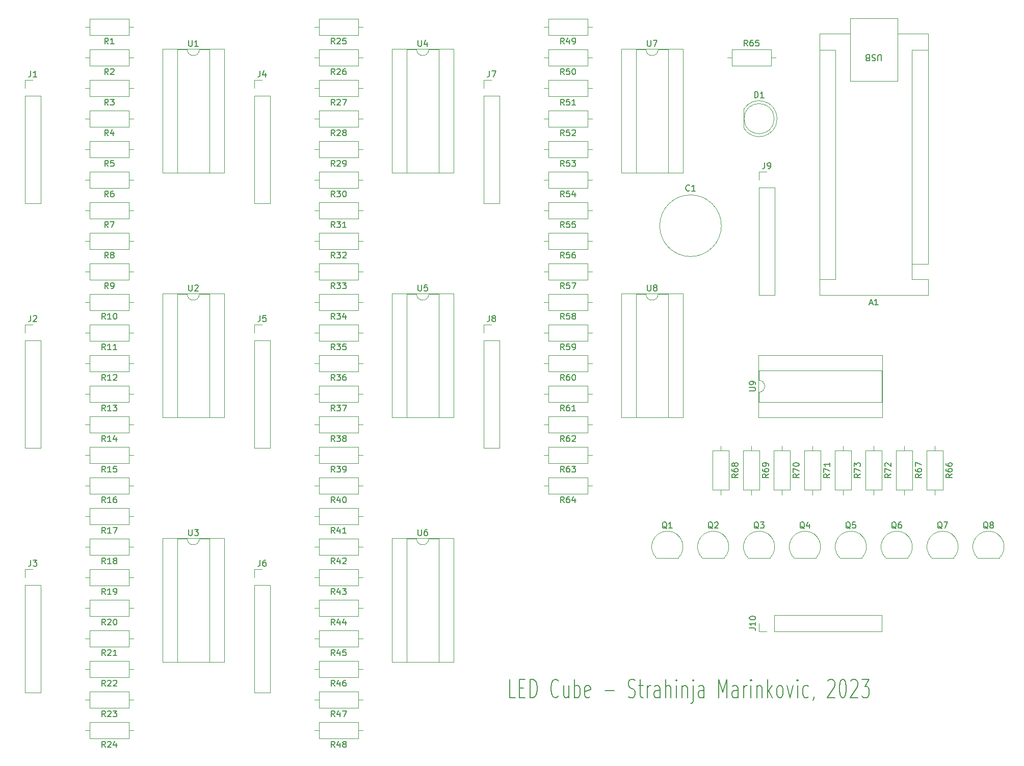
<source format=gbr>
%TF.GenerationSoftware,KiCad,Pcbnew,7.0.2*%
%TF.CreationDate,2023-07-19T12:21:27-05:00*%
%TF.ProjectId,cube,63756265-2e6b-4696-9361-645f70636258,rev?*%
%TF.SameCoordinates,Original*%
%TF.FileFunction,Legend,Top*%
%TF.FilePolarity,Positive*%
%FSLAX46Y46*%
G04 Gerber Fmt 4.6, Leading zero omitted, Abs format (unit mm)*
G04 Created by KiCad (PCBNEW 7.0.2) date 2023-07-19 12:21:27*
%MOMM*%
%LPD*%
G01*
G04 APERTURE LIST*
%ADD10C,0.150000*%
%ADD11C,0.120000*%
G04 APERTURE END LIST*
D10*
X105568571Y-139332857D02*
X104616190Y-139332857D01*
X104616190Y-139332857D02*
X104616190Y-136332857D01*
X106235238Y-137761428D02*
X106901905Y-137761428D01*
X107187619Y-139332857D02*
X106235238Y-139332857D01*
X106235238Y-139332857D02*
X106235238Y-136332857D01*
X106235238Y-136332857D02*
X107187619Y-136332857D01*
X108044762Y-139332857D02*
X108044762Y-136332857D01*
X108044762Y-136332857D02*
X108520952Y-136332857D01*
X108520952Y-136332857D02*
X108806667Y-136475714D01*
X108806667Y-136475714D02*
X108997143Y-136761428D01*
X108997143Y-136761428D02*
X109092381Y-137047142D01*
X109092381Y-137047142D02*
X109187619Y-137618571D01*
X109187619Y-137618571D02*
X109187619Y-138047142D01*
X109187619Y-138047142D02*
X109092381Y-138618571D01*
X109092381Y-138618571D02*
X108997143Y-138904285D01*
X108997143Y-138904285D02*
X108806667Y-139190000D01*
X108806667Y-139190000D02*
X108520952Y-139332857D01*
X108520952Y-139332857D02*
X108044762Y-139332857D01*
X112711429Y-139047142D02*
X112616191Y-139190000D01*
X112616191Y-139190000D02*
X112330477Y-139332857D01*
X112330477Y-139332857D02*
X112140001Y-139332857D01*
X112140001Y-139332857D02*
X111854286Y-139190000D01*
X111854286Y-139190000D02*
X111663810Y-138904285D01*
X111663810Y-138904285D02*
X111568572Y-138618571D01*
X111568572Y-138618571D02*
X111473334Y-138047142D01*
X111473334Y-138047142D02*
X111473334Y-137618571D01*
X111473334Y-137618571D02*
X111568572Y-137047142D01*
X111568572Y-137047142D02*
X111663810Y-136761428D01*
X111663810Y-136761428D02*
X111854286Y-136475714D01*
X111854286Y-136475714D02*
X112140001Y-136332857D01*
X112140001Y-136332857D02*
X112330477Y-136332857D01*
X112330477Y-136332857D02*
X112616191Y-136475714D01*
X112616191Y-136475714D02*
X112711429Y-136618571D01*
X114425715Y-137332857D02*
X114425715Y-139332857D01*
X113568572Y-137332857D02*
X113568572Y-138904285D01*
X113568572Y-138904285D02*
X113663810Y-139190000D01*
X113663810Y-139190000D02*
X113854286Y-139332857D01*
X113854286Y-139332857D02*
X114140001Y-139332857D01*
X114140001Y-139332857D02*
X114330477Y-139190000D01*
X114330477Y-139190000D02*
X114425715Y-139047142D01*
X115378096Y-139332857D02*
X115378096Y-136332857D01*
X115378096Y-137475714D02*
X115568572Y-137332857D01*
X115568572Y-137332857D02*
X115949525Y-137332857D01*
X115949525Y-137332857D02*
X116140001Y-137475714D01*
X116140001Y-137475714D02*
X116235239Y-137618571D01*
X116235239Y-137618571D02*
X116330477Y-137904285D01*
X116330477Y-137904285D02*
X116330477Y-138761428D01*
X116330477Y-138761428D02*
X116235239Y-139047142D01*
X116235239Y-139047142D02*
X116140001Y-139190000D01*
X116140001Y-139190000D02*
X115949525Y-139332857D01*
X115949525Y-139332857D02*
X115568572Y-139332857D01*
X115568572Y-139332857D02*
X115378096Y-139190000D01*
X117949525Y-139190000D02*
X117759049Y-139332857D01*
X117759049Y-139332857D02*
X117378096Y-139332857D01*
X117378096Y-139332857D02*
X117187620Y-139190000D01*
X117187620Y-139190000D02*
X117092382Y-138904285D01*
X117092382Y-138904285D02*
X117092382Y-137761428D01*
X117092382Y-137761428D02*
X117187620Y-137475714D01*
X117187620Y-137475714D02*
X117378096Y-137332857D01*
X117378096Y-137332857D02*
X117759049Y-137332857D01*
X117759049Y-137332857D02*
X117949525Y-137475714D01*
X117949525Y-137475714D02*
X118044763Y-137761428D01*
X118044763Y-137761428D02*
X118044763Y-138047142D01*
X118044763Y-138047142D02*
X117092382Y-138332857D01*
X120425716Y-138190000D02*
X121949526Y-138190000D01*
X124330478Y-139190000D02*
X124616192Y-139332857D01*
X124616192Y-139332857D02*
X125092383Y-139332857D01*
X125092383Y-139332857D02*
X125282859Y-139190000D01*
X125282859Y-139190000D02*
X125378097Y-139047142D01*
X125378097Y-139047142D02*
X125473335Y-138761428D01*
X125473335Y-138761428D02*
X125473335Y-138475714D01*
X125473335Y-138475714D02*
X125378097Y-138190000D01*
X125378097Y-138190000D02*
X125282859Y-138047142D01*
X125282859Y-138047142D02*
X125092383Y-137904285D01*
X125092383Y-137904285D02*
X124711430Y-137761428D01*
X124711430Y-137761428D02*
X124520954Y-137618571D01*
X124520954Y-137618571D02*
X124425716Y-137475714D01*
X124425716Y-137475714D02*
X124330478Y-137190000D01*
X124330478Y-137190000D02*
X124330478Y-136904285D01*
X124330478Y-136904285D02*
X124425716Y-136618571D01*
X124425716Y-136618571D02*
X124520954Y-136475714D01*
X124520954Y-136475714D02*
X124711430Y-136332857D01*
X124711430Y-136332857D02*
X125187621Y-136332857D01*
X125187621Y-136332857D02*
X125473335Y-136475714D01*
X126044764Y-137332857D02*
X126806668Y-137332857D01*
X126330478Y-136332857D02*
X126330478Y-138904285D01*
X126330478Y-138904285D02*
X126425716Y-139190000D01*
X126425716Y-139190000D02*
X126616192Y-139332857D01*
X126616192Y-139332857D02*
X126806668Y-139332857D01*
X127473335Y-139332857D02*
X127473335Y-137332857D01*
X127473335Y-137904285D02*
X127568573Y-137618571D01*
X127568573Y-137618571D02*
X127663811Y-137475714D01*
X127663811Y-137475714D02*
X127854287Y-137332857D01*
X127854287Y-137332857D02*
X128044764Y-137332857D01*
X129568573Y-139332857D02*
X129568573Y-137761428D01*
X129568573Y-137761428D02*
X129473335Y-137475714D01*
X129473335Y-137475714D02*
X129282859Y-137332857D01*
X129282859Y-137332857D02*
X128901906Y-137332857D01*
X128901906Y-137332857D02*
X128711430Y-137475714D01*
X129568573Y-139190000D02*
X129378097Y-139332857D01*
X129378097Y-139332857D02*
X128901906Y-139332857D01*
X128901906Y-139332857D02*
X128711430Y-139190000D01*
X128711430Y-139190000D02*
X128616192Y-138904285D01*
X128616192Y-138904285D02*
X128616192Y-138618571D01*
X128616192Y-138618571D02*
X128711430Y-138332857D01*
X128711430Y-138332857D02*
X128901906Y-138190000D01*
X128901906Y-138190000D02*
X129378097Y-138190000D01*
X129378097Y-138190000D02*
X129568573Y-138047142D01*
X130520954Y-139332857D02*
X130520954Y-136332857D01*
X131378097Y-139332857D02*
X131378097Y-137761428D01*
X131378097Y-137761428D02*
X131282859Y-137475714D01*
X131282859Y-137475714D02*
X131092383Y-137332857D01*
X131092383Y-137332857D02*
X130806668Y-137332857D01*
X130806668Y-137332857D02*
X130616192Y-137475714D01*
X130616192Y-137475714D02*
X130520954Y-137618571D01*
X132330478Y-139332857D02*
X132330478Y-137332857D01*
X132330478Y-136332857D02*
X132235240Y-136475714D01*
X132235240Y-136475714D02*
X132330478Y-136618571D01*
X132330478Y-136618571D02*
X132425716Y-136475714D01*
X132425716Y-136475714D02*
X132330478Y-136332857D01*
X132330478Y-136332857D02*
X132330478Y-136618571D01*
X133282859Y-137332857D02*
X133282859Y-139332857D01*
X133282859Y-137618571D02*
X133378097Y-137475714D01*
X133378097Y-137475714D02*
X133568573Y-137332857D01*
X133568573Y-137332857D02*
X133854288Y-137332857D01*
X133854288Y-137332857D02*
X134044764Y-137475714D01*
X134044764Y-137475714D02*
X134140002Y-137761428D01*
X134140002Y-137761428D02*
X134140002Y-139332857D01*
X135092383Y-137332857D02*
X135092383Y-139904285D01*
X135092383Y-139904285D02*
X134997145Y-140190000D01*
X134997145Y-140190000D02*
X134806669Y-140332857D01*
X134806669Y-140332857D02*
X134711431Y-140332857D01*
X135092383Y-136332857D02*
X134997145Y-136475714D01*
X134997145Y-136475714D02*
X135092383Y-136618571D01*
X135092383Y-136618571D02*
X135187621Y-136475714D01*
X135187621Y-136475714D02*
X135092383Y-136332857D01*
X135092383Y-136332857D02*
X135092383Y-136618571D01*
X136901907Y-139332857D02*
X136901907Y-137761428D01*
X136901907Y-137761428D02*
X136806669Y-137475714D01*
X136806669Y-137475714D02*
X136616193Y-137332857D01*
X136616193Y-137332857D02*
X136235240Y-137332857D01*
X136235240Y-137332857D02*
X136044764Y-137475714D01*
X136901907Y-139190000D02*
X136711431Y-139332857D01*
X136711431Y-139332857D02*
X136235240Y-139332857D01*
X136235240Y-139332857D02*
X136044764Y-139190000D01*
X136044764Y-139190000D02*
X135949526Y-138904285D01*
X135949526Y-138904285D02*
X135949526Y-138618571D01*
X135949526Y-138618571D02*
X136044764Y-138332857D01*
X136044764Y-138332857D02*
X136235240Y-138190000D01*
X136235240Y-138190000D02*
X136711431Y-138190000D01*
X136711431Y-138190000D02*
X136901907Y-138047142D01*
X139378098Y-139332857D02*
X139378098Y-136332857D01*
X139378098Y-136332857D02*
X140044765Y-138475714D01*
X140044765Y-138475714D02*
X140711431Y-136332857D01*
X140711431Y-136332857D02*
X140711431Y-139332857D01*
X142520955Y-139332857D02*
X142520955Y-137761428D01*
X142520955Y-137761428D02*
X142425717Y-137475714D01*
X142425717Y-137475714D02*
X142235241Y-137332857D01*
X142235241Y-137332857D02*
X141854288Y-137332857D01*
X141854288Y-137332857D02*
X141663812Y-137475714D01*
X142520955Y-139190000D02*
X142330479Y-139332857D01*
X142330479Y-139332857D02*
X141854288Y-139332857D01*
X141854288Y-139332857D02*
X141663812Y-139190000D01*
X141663812Y-139190000D02*
X141568574Y-138904285D01*
X141568574Y-138904285D02*
X141568574Y-138618571D01*
X141568574Y-138618571D02*
X141663812Y-138332857D01*
X141663812Y-138332857D02*
X141854288Y-138190000D01*
X141854288Y-138190000D02*
X142330479Y-138190000D01*
X142330479Y-138190000D02*
X142520955Y-138047142D01*
X143473336Y-139332857D02*
X143473336Y-137332857D01*
X143473336Y-137904285D02*
X143568574Y-137618571D01*
X143568574Y-137618571D02*
X143663812Y-137475714D01*
X143663812Y-137475714D02*
X143854288Y-137332857D01*
X143854288Y-137332857D02*
X144044765Y-137332857D01*
X144711431Y-139332857D02*
X144711431Y-137332857D01*
X144711431Y-136332857D02*
X144616193Y-136475714D01*
X144616193Y-136475714D02*
X144711431Y-136618571D01*
X144711431Y-136618571D02*
X144806669Y-136475714D01*
X144806669Y-136475714D02*
X144711431Y-136332857D01*
X144711431Y-136332857D02*
X144711431Y-136618571D01*
X145663812Y-137332857D02*
X145663812Y-139332857D01*
X145663812Y-137618571D02*
X145759050Y-137475714D01*
X145759050Y-137475714D02*
X145949526Y-137332857D01*
X145949526Y-137332857D02*
X146235241Y-137332857D01*
X146235241Y-137332857D02*
X146425717Y-137475714D01*
X146425717Y-137475714D02*
X146520955Y-137761428D01*
X146520955Y-137761428D02*
X146520955Y-139332857D01*
X147473336Y-139332857D02*
X147473336Y-136332857D01*
X147663812Y-138190000D02*
X148235241Y-139332857D01*
X148235241Y-137332857D02*
X147473336Y-138475714D01*
X149378098Y-139332857D02*
X149187622Y-139190000D01*
X149187622Y-139190000D02*
X149092384Y-139047142D01*
X149092384Y-139047142D02*
X148997146Y-138761428D01*
X148997146Y-138761428D02*
X148997146Y-137904285D01*
X148997146Y-137904285D02*
X149092384Y-137618571D01*
X149092384Y-137618571D02*
X149187622Y-137475714D01*
X149187622Y-137475714D02*
X149378098Y-137332857D01*
X149378098Y-137332857D02*
X149663813Y-137332857D01*
X149663813Y-137332857D02*
X149854289Y-137475714D01*
X149854289Y-137475714D02*
X149949527Y-137618571D01*
X149949527Y-137618571D02*
X150044765Y-137904285D01*
X150044765Y-137904285D02*
X150044765Y-138761428D01*
X150044765Y-138761428D02*
X149949527Y-139047142D01*
X149949527Y-139047142D02*
X149854289Y-139190000D01*
X149854289Y-139190000D02*
X149663813Y-139332857D01*
X149663813Y-139332857D02*
X149378098Y-139332857D01*
X150711432Y-137332857D02*
X151187622Y-139332857D01*
X151187622Y-139332857D02*
X151663813Y-137332857D01*
X152425718Y-139332857D02*
X152425718Y-137332857D01*
X152425718Y-136332857D02*
X152330480Y-136475714D01*
X152330480Y-136475714D02*
X152425718Y-136618571D01*
X152425718Y-136618571D02*
X152520956Y-136475714D01*
X152520956Y-136475714D02*
X152425718Y-136332857D01*
X152425718Y-136332857D02*
X152425718Y-136618571D01*
X154235242Y-139190000D02*
X154044766Y-139332857D01*
X154044766Y-139332857D02*
X153663813Y-139332857D01*
X153663813Y-139332857D02*
X153473337Y-139190000D01*
X153473337Y-139190000D02*
X153378099Y-139047142D01*
X153378099Y-139047142D02*
X153282861Y-138761428D01*
X153282861Y-138761428D02*
X153282861Y-137904285D01*
X153282861Y-137904285D02*
X153378099Y-137618571D01*
X153378099Y-137618571D02*
X153473337Y-137475714D01*
X153473337Y-137475714D02*
X153663813Y-137332857D01*
X153663813Y-137332857D02*
X154044766Y-137332857D01*
X154044766Y-137332857D02*
X154235242Y-137475714D01*
X155187623Y-139190000D02*
X155187623Y-139332857D01*
X155187623Y-139332857D02*
X155092385Y-139618571D01*
X155092385Y-139618571D02*
X154997147Y-139761428D01*
X157473338Y-136618571D02*
X157568576Y-136475714D01*
X157568576Y-136475714D02*
X157759052Y-136332857D01*
X157759052Y-136332857D02*
X158235243Y-136332857D01*
X158235243Y-136332857D02*
X158425719Y-136475714D01*
X158425719Y-136475714D02*
X158520957Y-136618571D01*
X158520957Y-136618571D02*
X158616195Y-136904285D01*
X158616195Y-136904285D02*
X158616195Y-137190000D01*
X158616195Y-137190000D02*
X158520957Y-137618571D01*
X158520957Y-137618571D02*
X157378100Y-139332857D01*
X157378100Y-139332857D02*
X158616195Y-139332857D01*
X159854290Y-136332857D02*
X160044767Y-136332857D01*
X160044767Y-136332857D02*
X160235243Y-136475714D01*
X160235243Y-136475714D02*
X160330481Y-136618571D01*
X160330481Y-136618571D02*
X160425719Y-136904285D01*
X160425719Y-136904285D02*
X160520957Y-137475714D01*
X160520957Y-137475714D02*
X160520957Y-138190000D01*
X160520957Y-138190000D02*
X160425719Y-138761428D01*
X160425719Y-138761428D02*
X160330481Y-139047142D01*
X160330481Y-139047142D02*
X160235243Y-139190000D01*
X160235243Y-139190000D02*
X160044767Y-139332857D01*
X160044767Y-139332857D02*
X159854290Y-139332857D01*
X159854290Y-139332857D02*
X159663814Y-139190000D01*
X159663814Y-139190000D02*
X159568576Y-139047142D01*
X159568576Y-139047142D02*
X159473338Y-138761428D01*
X159473338Y-138761428D02*
X159378100Y-138190000D01*
X159378100Y-138190000D02*
X159378100Y-137475714D01*
X159378100Y-137475714D02*
X159473338Y-136904285D01*
X159473338Y-136904285D02*
X159568576Y-136618571D01*
X159568576Y-136618571D02*
X159663814Y-136475714D01*
X159663814Y-136475714D02*
X159854290Y-136332857D01*
X161282862Y-136618571D02*
X161378100Y-136475714D01*
X161378100Y-136475714D02*
X161568576Y-136332857D01*
X161568576Y-136332857D02*
X162044767Y-136332857D01*
X162044767Y-136332857D02*
X162235243Y-136475714D01*
X162235243Y-136475714D02*
X162330481Y-136618571D01*
X162330481Y-136618571D02*
X162425719Y-136904285D01*
X162425719Y-136904285D02*
X162425719Y-137190000D01*
X162425719Y-137190000D02*
X162330481Y-137618571D01*
X162330481Y-137618571D02*
X161187624Y-139332857D01*
X161187624Y-139332857D02*
X162425719Y-139332857D01*
X163092386Y-136332857D02*
X164330481Y-136332857D01*
X164330481Y-136332857D02*
X163663814Y-137475714D01*
X163663814Y-137475714D02*
X163949529Y-137475714D01*
X163949529Y-137475714D02*
X164140005Y-137618571D01*
X164140005Y-137618571D02*
X164235243Y-137761428D01*
X164235243Y-137761428D02*
X164330481Y-138047142D01*
X164330481Y-138047142D02*
X164330481Y-138761428D01*
X164330481Y-138761428D02*
X164235243Y-139047142D01*
X164235243Y-139047142D02*
X164140005Y-139190000D01*
X164140005Y-139190000D02*
X163949529Y-139332857D01*
X163949529Y-139332857D02*
X163378100Y-139332857D01*
X163378100Y-139332857D02*
X163187624Y-139190000D01*
X163187624Y-139190000D02*
X163092386Y-139047142D01*
%TO.C,R21*%
X37457142Y-132372619D02*
X37123809Y-131896428D01*
X36885714Y-132372619D02*
X36885714Y-131372619D01*
X36885714Y-131372619D02*
X37266666Y-131372619D01*
X37266666Y-131372619D02*
X37361904Y-131420238D01*
X37361904Y-131420238D02*
X37409523Y-131467857D01*
X37409523Y-131467857D02*
X37457142Y-131563095D01*
X37457142Y-131563095D02*
X37457142Y-131705952D01*
X37457142Y-131705952D02*
X37409523Y-131801190D01*
X37409523Y-131801190D02*
X37361904Y-131848809D01*
X37361904Y-131848809D02*
X37266666Y-131896428D01*
X37266666Y-131896428D02*
X36885714Y-131896428D01*
X37838095Y-131467857D02*
X37885714Y-131420238D01*
X37885714Y-131420238D02*
X37980952Y-131372619D01*
X37980952Y-131372619D02*
X38219047Y-131372619D01*
X38219047Y-131372619D02*
X38314285Y-131420238D01*
X38314285Y-131420238D02*
X38361904Y-131467857D01*
X38361904Y-131467857D02*
X38409523Y-131563095D01*
X38409523Y-131563095D02*
X38409523Y-131658333D01*
X38409523Y-131658333D02*
X38361904Y-131801190D01*
X38361904Y-131801190D02*
X37790476Y-132372619D01*
X37790476Y-132372619D02*
X38409523Y-132372619D01*
X39361904Y-132372619D02*
X38790476Y-132372619D01*
X39076190Y-132372619D02*
X39076190Y-131372619D01*
X39076190Y-131372619D02*
X38980952Y-131515476D01*
X38980952Y-131515476D02*
X38885714Y-131610714D01*
X38885714Y-131610714D02*
X38790476Y-131658333D01*
%TO.C,U9*%
X144452619Y-88391904D02*
X145262142Y-88391904D01*
X145262142Y-88391904D02*
X145357380Y-88344285D01*
X145357380Y-88344285D02*
X145405000Y-88296666D01*
X145405000Y-88296666D02*
X145452619Y-88201428D01*
X145452619Y-88201428D02*
X145452619Y-88010952D01*
X145452619Y-88010952D02*
X145405000Y-87915714D01*
X145405000Y-87915714D02*
X145357380Y-87868095D01*
X145357380Y-87868095D02*
X145262142Y-87820476D01*
X145262142Y-87820476D02*
X144452619Y-87820476D01*
X145452619Y-87296666D02*
X145452619Y-87106190D01*
X145452619Y-87106190D02*
X145405000Y-87010952D01*
X145405000Y-87010952D02*
X145357380Y-86963333D01*
X145357380Y-86963333D02*
X145214523Y-86868095D01*
X145214523Y-86868095D02*
X145024047Y-86820476D01*
X145024047Y-86820476D02*
X144643095Y-86820476D01*
X144643095Y-86820476D02*
X144547857Y-86868095D01*
X144547857Y-86868095D02*
X144500238Y-86915714D01*
X144500238Y-86915714D02*
X144452619Y-87010952D01*
X144452619Y-87010952D02*
X144452619Y-87201428D01*
X144452619Y-87201428D02*
X144500238Y-87296666D01*
X144500238Y-87296666D02*
X144547857Y-87344285D01*
X144547857Y-87344285D02*
X144643095Y-87391904D01*
X144643095Y-87391904D02*
X144881190Y-87391904D01*
X144881190Y-87391904D02*
X144976428Y-87344285D01*
X144976428Y-87344285D02*
X145024047Y-87296666D01*
X145024047Y-87296666D02*
X145071666Y-87201428D01*
X145071666Y-87201428D02*
X145071666Y-87010952D01*
X145071666Y-87010952D02*
X145024047Y-86915714D01*
X145024047Y-86915714D02*
X144976428Y-86868095D01*
X144976428Y-86868095D02*
X144881190Y-86820476D01*
%TO.C,U8*%
X127508095Y-70792619D02*
X127508095Y-71602142D01*
X127508095Y-71602142D02*
X127555714Y-71697380D01*
X127555714Y-71697380D02*
X127603333Y-71745000D01*
X127603333Y-71745000D02*
X127698571Y-71792619D01*
X127698571Y-71792619D02*
X127889047Y-71792619D01*
X127889047Y-71792619D02*
X127984285Y-71745000D01*
X127984285Y-71745000D02*
X128031904Y-71697380D01*
X128031904Y-71697380D02*
X128079523Y-71602142D01*
X128079523Y-71602142D02*
X128079523Y-70792619D01*
X128698571Y-71221190D02*
X128603333Y-71173571D01*
X128603333Y-71173571D02*
X128555714Y-71125952D01*
X128555714Y-71125952D02*
X128508095Y-71030714D01*
X128508095Y-71030714D02*
X128508095Y-70983095D01*
X128508095Y-70983095D02*
X128555714Y-70887857D01*
X128555714Y-70887857D02*
X128603333Y-70840238D01*
X128603333Y-70840238D02*
X128698571Y-70792619D01*
X128698571Y-70792619D02*
X128889047Y-70792619D01*
X128889047Y-70792619D02*
X128984285Y-70840238D01*
X128984285Y-70840238D02*
X129031904Y-70887857D01*
X129031904Y-70887857D02*
X129079523Y-70983095D01*
X129079523Y-70983095D02*
X129079523Y-71030714D01*
X129079523Y-71030714D02*
X129031904Y-71125952D01*
X129031904Y-71125952D02*
X128984285Y-71173571D01*
X128984285Y-71173571D02*
X128889047Y-71221190D01*
X128889047Y-71221190D02*
X128698571Y-71221190D01*
X128698571Y-71221190D02*
X128603333Y-71268809D01*
X128603333Y-71268809D02*
X128555714Y-71316428D01*
X128555714Y-71316428D02*
X128508095Y-71411666D01*
X128508095Y-71411666D02*
X128508095Y-71602142D01*
X128508095Y-71602142D02*
X128555714Y-71697380D01*
X128555714Y-71697380D02*
X128603333Y-71745000D01*
X128603333Y-71745000D02*
X128698571Y-71792619D01*
X128698571Y-71792619D02*
X128889047Y-71792619D01*
X128889047Y-71792619D02*
X128984285Y-71745000D01*
X128984285Y-71745000D02*
X129031904Y-71697380D01*
X129031904Y-71697380D02*
X129079523Y-71602142D01*
X129079523Y-71602142D02*
X129079523Y-71411666D01*
X129079523Y-71411666D02*
X129031904Y-71316428D01*
X129031904Y-71316428D02*
X128984285Y-71268809D01*
X128984285Y-71268809D02*
X128889047Y-71221190D01*
%TO.C,U7*%
X127508095Y-30152619D02*
X127508095Y-30962142D01*
X127508095Y-30962142D02*
X127555714Y-31057380D01*
X127555714Y-31057380D02*
X127603333Y-31105000D01*
X127603333Y-31105000D02*
X127698571Y-31152619D01*
X127698571Y-31152619D02*
X127889047Y-31152619D01*
X127889047Y-31152619D02*
X127984285Y-31105000D01*
X127984285Y-31105000D02*
X128031904Y-31057380D01*
X128031904Y-31057380D02*
X128079523Y-30962142D01*
X128079523Y-30962142D02*
X128079523Y-30152619D01*
X128460476Y-30152619D02*
X129127142Y-30152619D01*
X129127142Y-30152619D02*
X128698571Y-31152619D01*
%TO.C,U6*%
X89408095Y-111432619D02*
X89408095Y-112242142D01*
X89408095Y-112242142D02*
X89455714Y-112337380D01*
X89455714Y-112337380D02*
X89503333Y-112385000D01*
X89503333Y-112385000D02*
X89598571Y-112432619D01*
X89598571Y-112432619D02*
X89789047Y-112432619D01*
X89789047Y-112432619D02*
X89884285Y-112385000D01*
X89884285Y-112385000D02*
X89931904Y-112337380D01*
X89931904Y-112337380D02*
X89979523Y-112242142D01*
X89979523Y-112242142D02*
X89979523Y-111432619D01*
X90884285Y-111432619D02*
X90693809Y-111432619D01*
X90693809Y-111432619D02*
X90598571Y-111480238D01*
X90598571Y-111480238D02*
X90550952Y-111527857D01*
X90550952Y-111527857D02*
X90455714Y-111670714D01*
X90455714Y-111670714D02*
X90408095Y-111861190D01*
X90408095Y-111861190D02*
X90408095Y-112242142D01*
X90408095Y-112242142D02*
X90455714Y-112337380D01*
X90455714Y-112337380D02*
X90503333Y-112385000D01*
X90503333Y-112385000D02*
X90598571Y-112432619D01*
X90598571Y-112432619D02*
X90789047Y-112432619D01*
X90789047Y-112432619D02*
X90884285Y-112385000D01*
X90884285Y-112385000D02*
X90931904Y-112337380D01*
X90931904Y-112337380D02*
X90979523Y-112242142D01*
X90979523Y-112242142D02*
X90979523Y-112004047D01*
X90979523Y-112004047D02*
X90931904Y-111908809D01*
X90931904Y-111908809D02*
X90884285Y-111861190D01*
X90884285Y-111861190D02*
X90789047Y-111813571D01*
X90789047Y-111813571D02*
X90598571Y-111813571D01*
X90598571Y-111813571D02*
X90503333Y-111861190D01*
X90503333Y-111861190D02*
X90455714Y-111908809D01*
X90455714Y-111908809D02*
X90408095Y-112004047D01*
%TO.C,U5*%
X89408095Y-70792619D02*
X89408095Y-71602142D01*
X89408095Y-71602142D02*
X89455714Y-71697380D01*
X89455714Y-71697380D02*
X89503333Y-71745000D01*
X89503333Y-71745000D02*
X89598571Y-71792619D01*
X89598571Y-71792619D02*
X89789047Y-71792619D01*
X89789047Y-71792619D02*
X89884285Y-71745000D01*
X89884285Y-71745000D02*
X89931904Y-71697380D01*
X89931904Y-71697380D02*
X89979523Y-71602142D01*
X89979523Y-71602142D02*
X89979523Y-70792619D01*
X90931904Y-70792619D02*
X90455714Y-70792619D01*
X90455714Y-70792619D02*
X90408095Y-71268809D01*
X90408095Y-71268809D02*
X90455714Y-71221190D01*
X90455714Y-71221190D02*
X90550952Y-71173571D01*
X90550952Y-71173571D02*
X90789047Y-71173571D01*
X90789047Y-71173571D02*
X90884285Y-71221190D01*
X90884285Y-71221190D02*
X90931904Y-71268809D01*
X90931904Y-71268809D02*
X90979523Y-71364047D01*
X90979523Y-71364047D02*
X90979523Y-71602142D01*
X90979523Y-71602142D02*
X90931904Y-71697380D01*
X90931904Y-71697380D02*
X90884285Y-71745000D01*
X90884285Y-71745000D02*
X90789047Y-71792619D01*
X90789047Y-71792619D02*
X90550952Y-71792619D01*
X90550952Y-71792619D02*
X90455714Y-71745000D01*
X90455714Y-71745000D02*
X90408095Y-71697380D01*
%TO.C,U4*%
X89408095Y-30152619D02*
X89408095Y-30962142D01*
X89408095Y-30962142D02*
X89455714Y-31057380D01*
X89455714Y-31057380D02*
X89503333Y-31105000D01*
X89503333Y-31105000D02*
X89598571Y-31152619D01*
X89598571Y-31152619D02*
X89789047Y-31152619D01*
X89789047Y-31152619D02*
X89884285Y-31105000D01*
X89884285Y-31105000D02*
X89931904Y-31057380D01*
X89931904Y-31057380D02*
X89979523Y-30962142D01*
X89979523Y-30962142D02*
X89979523Y-30152619D01*
X90884285Y-30485952D02*
X90884285Y-31152619D01*
X90646190Y-30105000D02*
X90408095Y-30819285D01*
X90408095Y-30819285D02*
X91027142Y-30819285D01*
%TO.C,U3*%
X51308095Y-111432619D02*
X51308095Y-112242142D01*
X51308095Y-112242142D02*
X51355714Y-112337380D01*
X51355714Y-112337380D02*
X51403333Y-112385000D01*
X51403333Y-112385000D02*
X51498571Y-112432619D01*
X51498571Y-112432619D02*
X51689047Y-112432619D01*
X51689047Y-112432619D02*
X51784285Y-112385000D01*
X51784285Y-112385000D02*
X51831904Y-112337380D01*
X51831904Y-112337380D02*
X51879523Y-112242142D01*
X51879523Y-112242142D02*
X51879523Y-111432619D01*
X52260476Y-111432619D02*
X52879523Y-111432619D01*
X52879523Y-111432619D02*
X52546190Y-111813571D01*
X52546190Y-111813571D02*
X52689047Y-111813571D01*
X52689047Y-111813571D02*
X52784285Y-111861190D01*
X52784285Y-111861190D02*
X52831904Y-111908809D01*
X52831904Y-111908809D02*
X52879523Y-112004047D01*
X52879523Y-112004047D02*
X52879523Y-112242142D01*
X52879523Y-112242142D02*
X52831904Y-112337380D01*
X52831904Y-112337380D02*
X52784285Y-112385000D01*
X52784285Y-112385000D02*
X52689047Y-112432619D01*
X52689047Y-112432619D02*
X52403333Y-112432619D01*
X52403333Y-112432619D02*
X52308095Y-112385000D01*
X52308095Y-112385000D02*
X52260476Y-112337380D01*
%TO.C,U2*%
X51308095Y-70792619D02*
X51308095Y-71602142D01*
X51308095Y-71602142D02*
X51355714Y-71697380D01*
X51355714Y-71697380D02*
X51403333Y-71745000D01*
X51403333Y-71745000D02*
X51498571Y-71792619D01*
X51498571Y-71792619D02*
X51689047Y-71792619D01*
X51689047Y-71792619D02*
X51784285Y-71745000D01*
X51784285Y-71745000D02*
X51831904Y-71697380D01*
X51831904Y-71697380D02*
X51879523Y-71602142D01*
X51879523Y-71602142D02*
X51879523Y-70792619D01*
X52308095Y-70887857D02*
X52355714Y-70840238D01*
X52355714Y-70840238D02*
X52450952Y-70792619D01*
X52450952Y-70792619D02*
X52689047Y-70792619D01*
X52689047Y-70792619D02*
X52784285Y-70840238D01*
X52784285Y-70840238D02*
X52831904Y-70887857D01*
X52831904Y-70887857D02*
X52879523Y-70983095D01*
X52879523Y-70983095D02*
X52879523Y-71078333D01*
X52879523Y-71078333D02*
X52831904Y-71221190D01*
X52831904Y-71221190D02*
X52260476Y-71792619D01*
X52260476Y-71792619D02*
X52879523Y-71792619D01*
%TO.C,U1*%
X51308095Y-30152619D02*
X51308095Y-30962142D01*
X51308095Y-30962142D02*
X51355714Y-31057380D01*
X51355714Y-31057380D02*
X51403333Y-31105000D01*
X51403333Y-31105000D02*
X51498571Y-31152619D01*
X51498571Y-31152619D02*
X51689047Y-31152619D01*
X51689047Y-31152619D02*
X51784285Y-31105000D01*
X51784285Y-31105000D02*
X51831904Y-31057380D01*
X51831904Y-31057380D02*
X51879523Y-30962142D01*
X51879523Y-30962142D02*
X51879523Y-30152619D01*
X52879523Y-31152619D02*
X52308095Y-31152619D01*
X52593809Y-31152619D02*
X52593809Y-30152619D01*
X52593809Y-30152619D02*
X52498571Y-30295476D01*
X52498571Y-30295476D02*
X52403333Y-30390714D01*
X52403333Y-30390714D02*
X52308095Y-30438333D01*
%TO.C,R73*%
X162852619Y-102242857D02*
X162376428Y-102576190D01*
X162852619Y-102814285D02*
X161852619Y-102814285D01*
X161852619Y-102814285D02*
X161852619Y-102433333D01*
X161852619Y-102433333D02*
X161900238Y-102338095D01*
X161900238Y-102338095D02*
X161947857Y-102290476D01*
X161947857Y-102290476D02*
X162043095Y-102242857D01*
X162043095Y-102242857D02*
X162185952Y-102242857D01*
X162185952Y-102242857D02*
X162281190Y-102290476D01*
X162281190Y-102290476D02*
X162328809Y-102338095D01*
X162328809Y-102338095D02*
X162376428Y-102433333D01*
X162376428Y-102433333D02*
X162376428Y-102814285D01*
X161852619Y-101909523D02*
X161852619Y-101242857D01*
X161852619Y-101242857D02*
X162852619Y-101671428D01*
X161852619Y-100957142D02*
X161852619Y-100338095D01*
X161852619Y-100338095D02*
X162233571Y-100671428D01*
X162233571Y-100671428D02*
X162233571Y-100528571D01*
X162233571Y-100528571D02*
X162281190Y-100433333D01*
X162281190Y-100433333D02*
X162328809Y-100385714D01*
X162328809Y-100385714D02*
X162424047Y-100338095D01*
X162424047Y-100338095D02*
X162662142Y-100338095D01*
X162662142Y-100338095D02*
X162757380Y-100385714D01*
X162757380Y-100385714D02*
X162805000Y-100433333D01*
X162805000Y-100433333D02*
X162852619Y-100528571D01*
X162852619Y-100528571D02*
X162852619Y-100814285D01*
X162852619Y-100814285D02*
X162805000Y-100909523D01*
X162805000Y-100909523D02*
X162757380Y-100957142D01*
%TO.C,R72*%
X167932619Y-102242857D02*
X167456428Y-102576190D01*
X167932619Y-102814285D02*
X166932619Y-102814285D01*
X166932619Y-102814285D02*
X166932619Y-102433333D01*
X166932619Y-102433333D02*
X166980238Y-102338095D01*
X166980238Y-102338095D02*
X167027857Y-102290476D01*
X167027857Y-102290476D02*
X167123095Y-102242857D01*
X167123095Y-102242857D02*
X167265952Y-102242857D01*
X167265952Y-102242857D02*
X167361190Y-102290476D01*
X167361190Y-102290476D02*
X167408809Y-102338095D01*
X167408809Y-102338095D02*
X167456428Y-102433333D01*
X167456428Y-102433333D02*
X167456428Y-102814285D01*
X166932619Y-101909523D02*
X166932619Y-101242857D01*
X166932619Y-101242857D02*
X167932619Y-101671428D01*
X167027857Y-100909523D02*
X166980238Y-100861904D01*
X166980238Y-100861904D02*
X166932619Y-100766666D01*
X166932619Y-100766666D02*
X166932619Y-100528571D01*
X166932619Y-100528571D02*
X166980238Y-100433333D01*
X166980238Y-100433333D02*
X167027857Y-100385714D01*
X167027857Y-100385714D02*
X167123095Y-100338095D01*
X167123095Y-100338095D02*
X167218333Y-100338095D01*
X167218333Y-100338095D02*
X167361190Y-100385714D01*
X167361190Y-100385714D02*
X167932619Y-100957142D01*
X167932619Y-100957142D02*
X167932619Y-100338095D01*
%TO.C,R71*%
X157772619Y-102242857D02*
X157296428Y-102576190D01*
X157772619Y-102814285D02*
X156772619Y-102814285D01*
X156772619Y-102814285D02*
X156772619Y-102433333D01*
X156772619Y-102433333D02*
X156820238Y-102338095D01*
X156820238Y-102338095D02*
X156867857Y-102290476D01*
X156867857Y-102290476D02*
X156963095Y-102242857D01*
X156963095Y-102242857D02*
X157105952Y-102242857D01*
X157105952Y-102242857D02*
X157201190Y-102290476D01*
X157201190Y-102290476D02*
X157248809Y-102338095D01*
X157248809Y-102338095D02*
X157296428Y-102433333D01*
X157296428Y-102433333D02*
X157296428Y-102814285D01*
X156772619Y-101909523D02*
X156772619Y-101242857D01*
X156772619Y-101242857D02*
X157772619Y-101671428D01*
X157772619Y-100338095D02*
X157772619Y-100909523D01*
X157772619Y-100623809D02*
X156772619Y-100623809D01*
X156772619Y-100623809D02*
X156915476Y-100719047D01*
X156915476Y-100719047D02*
X157010714Y-100814285D01*
X157010714Y-100814285D02*
X157058333Y-100909523D01*
%TO.C,R70*%
X152692619Y-102242857D02*
X152216428Y-102576190D01*
X152692619Y-102814285D02*
X151692619Y-102814285D01*
X151692619Y-102814285D02*
X151692619Y-102433333D01*
X151692619Y-102433333D02*
X151740238Y-102338095D01*
X151740238Y-102338095D02*
X151787857Y-102290476D01*
X151787857Y-102290476D02*
X151883095Y-102242857D01*
X151883095Y-102242857D02*
X152025952Y-102242857D01*
X152025952Y-102242857D02*
X152121190Y-102290476D01*
X152121190Y-102290476D02*
X152168809Y-102338095D01*
X152168809Y-102338095D02*
X152216428Y-102433333D01*
X152216428Y-102433333D02*
X152216428Y-102814285D01*
X151692619Y-101909523D02*
X151692619Y-101242857D01*
X151692619Y-101242857D02*
X152692619Y-101671428D01*
X151692619Y-100671428D02*
X151692619Y-100576190D01*
X151692619Y-100576190D02*
X151740238Y-100480952D01*
X151740238Y-100480952D02*
X151787857Y-100433333D01*
X151787857Y-100433333D02*
X151883095Y-100385714D01*
X151883095Y-100385714D02*
X152073571Y-100338095D01*
X152073571Y-100338095D02*
X152311666Y-100338095D01*
X152311666Y-100338095D02*
X152502142Y-100385714D01*
X152502142Y-100385714D02*
X152597380Y-100433333D01*
X152597380Y-100433333D02*
X152645000Y-100480952D01*
X152645000Y-100480952D02*
X152692619Y-100576190D01*
X152692619Y-100576190D02*
X152692619Y-100671428D01*
X152692619Y-100671428D02*
X152645000Y-100766666D01*
X152645000Y-100766666D02*
X152597380Y-100814285D01*
X152597380Y-100814285D02*
X152502142Y-100861904D01*
X152502142Y-100861904D02*
X152311666Y-100909523D01*
X152311666Y-100909523D02*
X152073571Y-100909523D01*
X152073571Y-100909523D02*
X151883095Y-100861904D01*
X151883095Y-100861904D02*
X151787857Y-100814285D01*
X151787857Y-100814285D02*
X151740238Y-100766666D01*
X151740238Y-100766666D02*
X151692619Y-100671428D01*
%TO.C,R69*%
X147612619Y-102242857D02*
X147136428Y-102576190D01*
X147612619Y-102814285D02*
X146612619Y-102814285D01*
X146612619Y-102814285D02*
X146612619Y-102433333D01*
X146612619Y-102433333D02*
X146660238Y-102338095D01*
X146660238Y-102338095D02*
X146707857Y-102290476D01*
X146707857Y-102290476D02*
X146803095Y-102242857D01*
X146803095Y-102242857D02*
X146945952Y-102242857D01*
X146945952Y-102242857D02*
X147041190Y-102290476D01*
X147041190Y-102290476D02*
X147088809Y-102338095D01*
X147088809Y-102338095D02*
X147136428Y-102433333D01*
X147136428Y-102433333D02*
X147136428Y-102814285D01*
X146612619Y-101385714D02*
X146612619Y-101576190D01*
X146612619Y-101576190D02*
X146660238Y-101671428D01*
X146660238Y-101671428D02*
X146707857Y-101719047D01*
X146707857Y-101719047D02*
X146850714Y-101814285D01*
X146850714Y-101814285D02*
X147041190Y-101861904D01*
X147041190Y-101861904D02*
X147422142Y-101861904D01*
X147422142Y-101861904D02*
X147517380Y-101814285D01*
X147517380Y-101814285D02*
X147565000Y-101766666D01*
X147565000Y-101766666D02*
X147612619Y-101671428D01*
X147612619Y-101671428D02*
X147612619Y-101480952D01*
X147612619Y-101480952D02*
X147565000Y-101385714D01*
X147565000Y-101385714D02*
X147517380Y-101338095D01*
X147517380Y-101338095D02*
X147422142Y-101290476D01*
X147422142Y-101290476D02*
X147184047Y-101290476D01*
X147184047Y-101290476D02*
X147088809Y-101338095D01*
X147088809Y-101338095D02*
X147041190Y-101385714D01*
X147041190Y-101385714D02*
X146993571Y-101480952D01*
X146993571Y-101480952D02*
X146993571Y-101671428D01*
X146993571Y-101671428D02*
X147041190Y-101766666D01*
X147041190Y-101766666D02*
X147088809Y-101814285D01*
X147088809Y-101814285D02*
X147184047Y-101861904D01*
X147612619Y-100814285D02*
X147612619Y-100623809D01*
X147612619Y-100623809D02*
X147565000Y-100528571D01*
X147565000Y-100528571D02*
X147517380Y-100480952D01*
X147517380Y-100480952D02*
X147374523Y-100385714D01*
X147374523Y-100385714D02*
X147184047Y-100338095D01*
X147184047Y-100338095D02*
X146803095Y-100338095D01*
X146803095Y-100338095D02*
X146707857Y-100385714D01*
X146707857Y-100385714D02*
X146660238Y-100433333D01*
X146660238Y-100433333D02*
X146612619Y-100528571D01*
X146612619Y-100528571D02*
X146612619Y-100719047D01*
X146612619Y-100719047D02*
X146660238Y-100814285D01*
X146660238Y-100814285D02*
X146707857Y-100861904D01*
X146707857Y-100861904D02*
X146803095Y-100909523D01*
X146803095Y-100909523D02*
X147041190Y-100909523D01*
X147041190Y-100909523D02*
X147136428Y-100861904D01*
X147136428Y-100861904D02*
X147184047Y-100814285D01*
X147184047Y-100814285D02*
X147231666Y-100719047D01*
X147231666Y-100719047D02*
X147231666Y-100528571D01*
X147231666Y-100528571D02*
X147184047Y-100433333D01*
X147184047Y-100433333D02*
X147136428Y-100385714D01*
X147136428Y-100385714D02*
X147041190Y-100338095D01*
%TO.C,R68*%
X142532619Y-102242857D02*
X142056428Y-102576190D01*
X142532619Y-102814285D02*
X141532619Y-102814285D01*
X141532619Y-102814285D02*
X141532619Y-102433333D01*
X141532619Y-102433333D02*
X141580238Y-102338095D01*
X141580238Y-102338095D02*
X141627857Y-102290476D01*
X141627857Y-102290476D02*
X141723095Y-102242857D01*
X141723095Y-102242857D02*
X141865952Y-102242857D01*
X141865952Y-102242857D02*
X141961190Y-102290476D01*
X141961190Y-102290476D02*
X142008809Y-102338095D01*
X142008809Y-102338095D02*
X142056428Y-102433333D01*
X142056428Y-102433333D02*
X142056428Y-102814285D01*
X141532619Y-101385714D02*
X141532619Y-101576190D01*
X141532619Y-101576190D02*
X141580238Y-101671428D01*
X141580238Y-101671428D02*
X141627857Y-101719047D01*
X141627857Y-101719047D02*
X141770714Y-101814285D01*
X141770714Y-101814285D02*
X141961190Y-101861904D01*
X141961190Y-101861904D02*
X142342142Y-101861904D01*
X142342142Y-101861904D02*
X142437380Y-101814285D01*
X142437380Y-101814285D02*
X142485000Y-101766666D01*
X142485000Y-101766666D02*
X142532619Y-101671428D01*
X142532619Y-101671428D02*
X142532619Y-101480952D01*
X142532619Y-101480952D02*
X142485000Y-101385714D01*
X142485000Y-101385714D02*
X142437380Y-101338095D01*
X142437380Y-101338095D02*
X142342142Y-101290476D01*
X142342142Y-101290476D02*
X142104047Y-101290476D01*
X142104047Y-101290476D02*
X142008809Y-101338095D01*
X142008809Y-101338095D02*
X141961190Y-101385714D01*
X141961190Y-101385714D02*
X141913571Y-101480952D01*
X141913571Y-101480952D02*
X141913571Y-101671428D01*
X141913571Y-101671428D02*
X141961190Y-101766666D01*
X141961190Y-101766666D02*
X142008809Y-101814285D01*
X142008809Y-101814285D02*
X142104047Y-101861904D01*
X141961190Y-100719047D02*
X141913571Y-100814285D01*
X141913571Y-100814285D02*
X141865952Y-100861904D01*
X141865952Y-100861904D02*
X141770714Y-100909523D01*
X141770714Y-100909523D02*
X141723095Y-100909523D01*
X141723095Y-100909523D02*
X141627857Y-100861904D01*
X141627857Y-100861904D02*
X141580238Y-100814285D01*
X141580238Y-100814285D02*
X141532619Y-100719047D01*
X141532619Y-100719047D02*
X141532619Y-100528571D01*
X141532619Y-100528571D02*
X141580238Y-100433333D01*
X141580238Y-100433333D02*
X141627857Y-100385714D01*
X141627857Y-100385714D02*
X141723095Y-100338095D01*
X141723095Y-100338095D02*
X141770714Y-100338095D01*
X141770714Y-100338095D02*
X141865952Y-100385714D01*
X141865952Y-100385714D02*
X141913571Y-100433333D01*
X141913571Y-100433333D02*
X141961190Y-100528571D01*
X141961190Y-100528571D02*
X141961190Y-100719047D01*
X141961190Y-100719047D02*
X142008809Y-100814285D01*
X142008809Y-100814285D02*
X142056428Y-100861904D01*
X142056428Y-100861904D02*
X142151666Y-100909523D01*
X142151666Y-100909523D02*
X142342142Y-100909523D01*
X142342142Y-100909523D02*
X142437380Y-100861904D01*
X142437380Y-100861904D02*
X142485000Y-100814285D01*
X142485000Y-100814285D02*
X142532619Y-100719047D01*
X142532619Y-100719047D02*
X142532619Y-100528571D01*
X142532619Y-100528571D02*
X142485000Y-100433333D01*
X142485000Y-100433333D02*
X142437380Y-100385714D01*
X142437380Y-100385714D02*
X142342142Y-100338095D01*
X142342142Y-100338095D02*
X142151666Y-100338095D01*
X142151666Y-100338095D02*
X142056428Y-100385714D01*
X142056428Y-100385714D02*
X142008809Y-100433333D01*
X142008809Y-100433333D02*
X141961190Y-100528571D01*
%TO.C,R67*%
X173012619Y-102242857D02*
X172536428Y-102576190D01*
X173012619Y-102814285D02*
X172012619Y-102814285D01*
X172012619Y-102814285D02*
X172012619Y-102433333D01*
X172012619Y-102433333D02*
X172060238Y-102338095D01*
X172060238Y-102338095D02*
X172107857Y-102290476D01*
X172107857Y-102290476D02*
X172203095Y-102242857D01*
X172203095Y-102242857D02*
X172345952Y-102242857D01*
X172345952Y-102242857D02*
X172441190Y-102290476D01*
X172441190Y-102290476D02*
X172488809Y-102338095D01*
X172488809Y-102338095D02*
X172536428Y-102433333D01*
X172536428Y-102433333D02*
X172536428Y-102814285D01*
X172012619Y-101385714D02*
X172012619Y-101576190D01*
X172012619Y-101576190D02*
X172060238Y-101671428D01*
X172060238Y-101671428D02*
X172107857Y-101719047D01*
X172107857Y-101719047D02*
X172250714Y-101814285D01*
X172250714Y-101814285D02*
X172441190Y-101861904D01*
X172441190Y-101861904D02*
X172822142Y-101861904D01*
X172822142Y-101861904D02*
X172917380Y-101814285D01*
X172917380Y-101814285D02*
X172965000Y-101766666D01*
X172965000Y-101766666D02*
X173012619Y-101671428D01*
X173012619Y-101671428D02*
X173012619Y-101480952D01*
X173012619Y-101480952D02*
X172965000Y-101385714D01*
X172965000Y-101385714D02*
X172917380Y-101338095D01*
X172917380Y-101338095D02*
X172822142Y-101290476D01*
X172822142Y-101290476D02*
X172584047Y-101290476D01*
X172584047Y-101290476D02*
X172488809Y-101338095D01*
X172488809Y-101338095D02*
X172441190Y-101385714D01*
X172441190Y-101385714D02*
X172393571Y-101480952D01*
X172393571Y-101480952D02*
X172393571Y-101671428D01*
X172393571Y-101671428D02*
X172441190Y-101766666D01*
X172441190Y-101766666D02*
X172488809Y-101814285D01*
X172488809Y-101814285D02*
X172584047Y-101861904D01*
X172012619Y-100957142D02*
X172012619Y-100290476D01*
X172012619Y-100290476D02*
X173012619Y-100719047D01*
%TO.C,R66*%
X178092619Y-102242857D02*
X177616428Y-102576190D01*
X178092619Y-102814285D02*
X177092619Y-102814285D01*
X177092619Y-102814285D02*
X177092619Y-102433333D01*
X177092619Y-102433333D02*
X177140238Y-102338095D01*
X177140238Y-102338095D02*
X177187857Y-102290476D01*
X177187857Y-102290476D02*
X177283095Y-102242857D01*
X177283095Y-102242857D02*
X177425952Y-102242857D01*
X177425952Y-102242857D02*
X177521190Y-102290476D01*
X177521190Y-102290476D02*
X177568809Y-102338095D01*
X177568809Y-102338095D02*
X177616428Y-102433333D01*
X177616428Y-102433333D02*
X177616428Y-102814285D01*
X177092619Y-101385714D02*
X177092619Y-101576190D01*
X177092619Y-101576190D02*
X177140238Y-101671428D01*
X177140238Y-101671428D02*
X177187857Y-101719047D01*
X177187857Y-101719047D02*
X177330714Y-101814285D01*
X177330714Y-101814285D02*
X177521190Y-101861904D01*
X177521190Y-101861904D02*
X177902142Y-101861904D01*
X177902142Y-101861904D02*
X177997380Y-101814285D01*
X177997380Y-101814285D02*
X178045000Y-101766666D01*
X178045000Y-101766666D02*
X178092619Y-101671428D01*
X178092619Y-101671428D02*
X178092619Y-101480952D01*
X178092619Y-101480952D02*
X178045000Y-101385714D01*
X178045000Y-101385714D02*
X177997380Y-101338095D01*
X177997380Y-101338095D02*
X177902142Y-101290476D01*
X177902142Y-101290476D02*
X177664047Y-101290476D01*
X177664047Y-101290476D02*
X177568809Y-101338095D01*
X177568809Y-101338095D02*
X177521190Y-101385714D01*
X177521190Y-101385714D02*
X177473571Y-101480952D01*
X177473571Y-101480952D02*
X177473571Y-101671428D01*
X177473571Y-101671428D02*
X177521190Y-101766666D01*
X177521190Y-101766666D02*
X177568809Y-101814285D01*
X177568809Y-101814285D02*
X177664047Y-101861904D01*
X177092619Y-100433333D02*
X177092619Y-100623809D01*
X177092619Y-100623809D02*
X177140238Y-100719047D01*
X177140238Y-100719047D02*
X177187857Y-100766666D01*
X177187857Y-100766666D02*
X177330714Y-100861904D01*
X177330714Y-100861904D02*
X177521190Y-100909523D01*
X177521190Y-100909523D02*
X177902142Y-100909523D01*
X177902142Y-100909523D02*
X177997380Y-100861904D01*
X177997380Y-100861904D02*
X178045000Y-100814285D01*
X178045000Y-100814285D02*
X178092619Y-100719047D01*
X178092619Y-100719047D02*
X178092619Y-100528571D01*
X178092619Y-100528571D02*
X178045000Y-100433333D01*
X178045000Y-100433333D02*
X177997380Y-100385714D01*
X177997380Y-100385714D02*
X177902142Y-100338095D01*
X177902142Y-100338095D02*
X177664047Y-100338095D01*
X177664047Y-100338095D02*
X177568809Y-100385714D01*
X177568809Y-100385714D02*
X177521190Y-100433333D01*
X177521190Y-100433333D02*
X177473571Y-100528571D01*
X177473571Y-100528571D02*
X177473571Y-100719047D01*
X177473571Y-100719047D02*
X177521190Y-100814285D01*
X177521190Y-100814285D02*
X177568809Y-100861904D01*
X177568809Y-100861904D02*
X177664047Y-100909523D01*
%TO.C,R65*%
X144137142Y-31112619D02*
X143803809Y-30636428D01*
X143565714Y-31112619D02*
X143565714Y-30112619D01*
X143565714Y-30112619D02*
X143946666Y-30112619D01*
X143946666Y-30112619D02*
X144041904Y-30160238D01*
X144041904Y-30160238D02*
X144089523Y-30207857D01*
X144089523Y-30207857D02*
X144137142Y-30303095D01*
X144137142Y-30303095D02*
X144137142Y-30445952D01*
X144137142Y-30445952D02*
X144089523Y-30541190D01*
X144089523Y-30541190D02*
X144041904Y-30588809D01*
X144041904Y-30588809D02*
X143946666Y-30636428D01*
X143946666Y-30636428D02*
X143565714Y-30636428D01*
X144994285Y-30112619D02*
X144803809Y-30112619D01*
X144803809Y-30112619D02*
X144708571Y-30160238D01*
X144708571Y-30160238D02*
X144660952Y-30207857D01*
X144660952Y-30207857D02*
X144565714Y-30350714D01*
X144565714Y-30350714D02*
X144518095Y-30541190D01*
X144518095Y-30541190D02*
X144518095Y-30922142D01*
X144518095Y-30922142D02*
X144565714Y-31017380D01*
X144565714Y-31017380D02*
X144613333Y-31065000D01*
X144613333Y-31065000D02*
X144708571Y-31112619D01*
X144708571Y-31112619D02*
X144899047Y-31112619D01*
X144899047Y-31112619D02*
X144994285Y-31065000D01*
X144994285Y-31065000D02*
X145041904Y-31017380D01*
X145041904Y-31017380D02*
X145089523Y-30922142D01*
X145089523Y-30922142D02*
X145089523Y-30684047D01*
X145089523Y-30684047D02*
X145041904Y-30588809D01*
X145041904Y-30588809D02*
X144994285Y-30541190D01*
X144994285Y-30541190D02*
X144899047Y-30493571D01*
X144899047Y-30493571D02*
X144708571Y-30493571D01*
X144708571Y-30493571D02*
X144613333Y-30541190D01*
X144613333Y-30541190D02*
X144565714Y-30588809D01*
X144565714Y-30588809D02*
X144518095Y-30684047D01*
X145994285Y-30112619D02*
X145518095Y-30112619D01*
X145518095Y-30112619D02*
X145470476Y-30588809D01*
X145470476Y-30588809D02*
X145518095Y-30541190D01*
X145518095Y-30541190D02*
X145613333Y-30493571D01*
X145613333Y-30493571D02*
X145851428Y-30493571D01*
X145851428Y-30493571D02*
X145946666Y-30541190D01*
X145946666Y-30541190D02*
X145994285Y-30588809D01*
X145994285Y-30588809D02*
X146041904Y-30684047D01*
X146041904Y-30684047D02*
X146041904Y-30922142D01*
X146041904Y-30922142D02*
X145994285Y-31017380D01*
X145994285Y-31017380D02*
X145946666Y-31065000D01*
X145946666Y-31065000D02*
X145851428Y-31112619D01*
X145851428Y-31112619D02*
X145613333Y-31112619D01*
X145613333Y-31112619D02*
X145518095Y-31065000D01*
X145518095Y-31065000D02*
X145470476Y-31017380D01*
%TO.C,R64*%
X113657142Y-106972619D02*
X113323809Y-106496428D01*
X113085714Y-106972619D02*
X113085714Y-105972619D01*
X113085714Y-105972619D02*
X113466666Y-105972619D01*
X113466666Y-105972619D02*
X113561904Y-106020238D01*
X113561904Y-106020238D02*
X113609523Y-106067857D01*
X113609523Y-106067857D02*
X113657142Y-106163095D01*
X113657142Y-106163095D02*
X113657142Y-106305952D01*
X113657142Y-106305952D02*
X113609523Y-106401190D01*
X113609523Y-106401190D02*
X113561904Y-106448809D01*
X113561904Y-106448809D02*
X113466666Y-106496428D01*
X113466666Y-106496428D02*
X113085714Y-106496428D01*
X114514285Y-105972619D02*
X114323809Y-105972619D01*
X114323809Y-105972619D02*
X114228571Y-106020238D01*
X114228571Y-106020238D02*
X114180952Y-106067857D01*
X114180952Y-106067857D02*
X114085714Y-106210714D01*
X114085714Y-106210714D02*
X114038095Y-106401190D01*
X114038095Y-106401190D02*
X114038095Y-106782142D01*
X114038095Y-106782142D02*
X114085714Y-106877380D01*
X114085714Y-106877380D02*
X114133333Y-106925000D01*
X114133333Y-106925000D02*
X114228571Y-106972619D01*
X114228571Y-106972619D02*
X114419047Y-106972619D01*
X114419047Y-106972619D02*
X114514285Y-106925000D01*
X114514285Y-106925000D02*
X114561904Y-106877380D01*
X114561904Y-106877380D02*
X114609523Y-106782142D01*
X114609523Y-106782142D02*
X114609523Y-106544047D01*
X114609523Y-106544047D02*
X114561904Y-106448809D01*
X114561904Y-106448809D02*
X114514285Y-106401190D01*
X114514285Y-106401190D02*
X114419047Y-106353571D01*
X114419047Y-106353571D02*
X114228571Y-106353571D01*
X114228571Y-106353571D02*
X114133333Y-106401190D01*
X114133333Y-106401190D02*
X114085714Y-106448809D01*
X114085714Y-106448809D02*
X114038095Y-106544047D01*
X115466666Y-106305952D02*
X115466666Y-106972619D01*
X115228571Y-105925000D02*
X114990476Y-106639285D01*
X114990476Y-106639285D02*
X115609523Y-106639285D01*
%TO.C,R63*%
X113657142Y-101892619D02*
X113323809Y-101416428D01*
X113085714Y-101892619D02*
X113085714Y-100892619D01*
X113085714Y-100892619D02*
X113466666Y-100892619D01*
X113466666Y-100892619D02*
X113561904Y-100940238D01*
X113561904Y-100940238D02*
X113609523Y-100987857D01*
X113609523Y-100987857D02*
X113657142Y-101083095D01*
X113657142Y-101083095D02*
X113657142Y-101225952D01*
X113657142Y-101225952D02*
X113609523Y-101321190D01*
X113609523Y-101321190D02*
X113561904Y-101368809D01*
X113561904Y-101368809D02*
X113466666Y-101416428D01*
X113466666Y-101416428D02*
X113085714Y-101416428D01*
X114514285Y-100892619D02*
X114323809Y-100892619D01*
X114323809Y-100892619D02*
X114228571Y-100940238D01*
X114228571Y-100940238D02*
X114180952Y-100987857D01*
X114180952Y-100987857D02*
X114085714Y-101130714D01*
X114085714Y-101130714D02*
X114038095Y-101321190D01*
X114038095Y-101321190D02*
X114038095Y-101702142D01*
X114038095Y-101702142D02*
X114085714Y-101797380D01*
X114085714Y-101797380D02*
X114133333Y-101845000D01*
X114133333Y-101845000D02*
X114228571Y-101892619D01*
X114228571Y-101892619D02*
X114419047Y-101892619D01*
X114419047Y-101892619D02*
X114514285Y-101845000D01*
X114514285Y-101845000D02*
X114561904Y-101797380D01*
X114561904Y-101797380D02*
X114609523Y-101702142D01*
X114609523Y-101702142D02*
X114609523Y-101464047D01*
X114609523Y-101464047D02*
X114561904Y-101368809D01*
X114561904Y-101368809D02*
X114514285Y-101321190D01*
X114514285Y-101321190D02*
X114419047Y-101273571D01*
X114419047Y-101273571D02*
X114228571Y-101273571D01*
X114228571Y-101273571D02*
X114133333Y-101321190D01*
X114133333Y-101321190D02*
X114085714Y-101368809D01*
X114085714Y-101368809D02*
X114038095Y-101464047D01*
X114942857Y-100892619D02*
X115561904Y-100892619D01*
X115561904Y-100892619D02*
X115228571Y-101273571D01*
X115228571Y-101273571D02*
X115371428Y-101273571D01*
X115371428Y-101273571D02*
X115466666Y-101321190D01*
X115466666Y-101321190D02*
X115514285Y-101368809D01*
X115514285Y-101368809D02*
X115561904Y-101464047D01*
X115561904Y-101464047D02*
X115561904Y-101702142D01*
X115561904Y-101702142D02*
X115514285Y-101797380D01*
X115514285Y-101797380D02*
X115466666Y-101845000D01*
X115466666Y-101845000D02*
X115371428Y-101892619D01*
X115371428Y-101892619D02*
X115085714Y-101892619D01*
X115085714Y-101892619D02*
X114990476Y-101845000D01*
X114990476Y-101845000D02*
X114942857Y-101797380D01*
%TO.C,R62*%
X113657142Y-96812619D02*
X113323809Y-96336428D01*
X113085714Y-96812619D02*
X113085714Y-95812619D01*
X113085714Y-95812619D02*
X113466666Y-95812619D01*
X113466666Y-95812619D02*
X113561904Y-95860238D01*
X113561904Y-95860238D02*
X113609523Y-95907857D01*
X113609523Y-95907857D02*
X113657142Y-96003095D01*
X113657142Y-96003095D02*
X113657142Y-96145952D01*
X113657142Y-96145952D02*
X113609523Y-96241190D01*
X113609523Y-96241190D02*
X113561904Y-96288809D01*
X113561904Y-96288809D02*
X113466666Y-96336428D01*
X113466666Y-96336428D02*
X113085714Y-96336428D01*
X114514285Y-95812619D02*
X114323809Y-95812619D01*
X114323809Y-95812619D02*
X114228571Y-95860238D01*
X114228571Y-95860238D02*
X114180952Y-95907857D01*
X114180952Y-95907857D02*
X114085714Y-96050714D01*
X114085714Y-96050714D02*
X114038095Y-96241190D01*
X114038095Y-96241190D02*
X114038095Y-96622142D01*
X114038095Y-96622142D02*
X114085714Y-96717380D01*
X114085714Y-96717380D02*
X114133333Y-96765000D01*
X114133333Y-96765000D02*
X114228571Y-96812619D01*
X114228571Y-96812619D02*
X114419047Y-96812619D01*
X114419047Y-96812619D02*
X114514285Y-96765000D01*
X114514285Y-96765000D02*
X114561904Y-96717380D01*
X114561904Y-96717380D02*
X114609523Y-96622142D01*
X114609523Y-96622142D02*
X114609523Y-96384047D01*
X114609523Y-96384047D02*
X114561904Y-96288809D01*
X114561904Y-96288809D02*
X114514285Y-96241190D01*
X114514285Y-96241190D02*
X114419047Y-96193571D01*
X114419047Y-96193571D02*
X114228571Y-96193571D01*
X114228571Y-96193571D02*
X114133333Y-96241190D01*
X114133333Y-96241190D02*
X114085714Y-96288809D01*
X114085714Y-96288809D02*
X114038095Y-96384047D01*
X114990476Y-95907857D02*
X115038095Y-95860238D01*
X115038095Y-95860238D02*
X115133333Y-95812619D01*
X115133333Y-95812619D02*
X115371428Y-95812619D01*
X115371428Y-95812619D02*
X115466666Y-95860238D01*
X115466666Y-95860238D02*
X115514285Y-95907857D01*
X115514285Y-95907857D02*
X115561904Y-96003095D01*
X115561904Y-96003095D02*
X115561904Y-96098333D01*
X115561904Y-96098333D02*
X115514285Y-96241190D01*
X115514285Y-96241190D02*
X114942857Y-96812619D01*
X114942857Y-96812619D02*
X115561904Y-96812619D01*
%TO.C,R61*%
X113657142Y-91732619D02*
X113323809Y-91256428D01*
X113085714Y-91732619D02*
X113085714Y-90732619D01*
X113085714Y-90732619D02*
X113466666Y-90732619D01*
X113466666Y-90732619D02*
X113561904Y-90780238D01*
X113561904Y-90780238D02*
X113609523Y-90827857D01*
X113609523Y-90827857D02*
X113657142Y-90923095D01*
X113657142Y-90923095D02*
X113657142Y-91065952D01*
X113657142Y-91065952D02*
X113609523Y-91161190D01*
X113609523Y-91161190D02*
X113561904Y-91208809D01*
X113561904Y-91208809D02*
X113466666Y-91256428D01*
X113466666Y-91256428D02*
X113085714Y-91256428D01*
X114514285Y-90732619D02*
X114323809Y-90732619D01*
X114323809Y-90732619D02*
X114228571Y-90780238D01*
X114228571Y-90780238D02*
X114180952Y-90827857D01*
X114180952Y-90827857D02*
X114085714Y-90970714D01*
X114085714Y-90970714D02*
X114038095Y-91161190D01*
X114038095Y-91161190D02*
X114038095Y-91542142D01*
X114038095Y-91542142D02*
X114085714Y-91637380D01*
X114085714Y-91637380D02*
X114133333Y-91685000D01*
X114133333Y-91685000D02*
X114228571Y-91732619D01*
X114228571Y-91732619D02*
X114419047Y-91732619D01*
X114419047Y-91732619D02*
X114514285Y-91685000D01*
X114514285Y-91685000D02*
X114561904Y-91637380D01*
X114561904Y-91637380D02*
X114609523Y-91542142D01*
X114609523Y-91542142D02*
X114609523Y-91304047D01*
X114609523Y-91304047D02*
X114561904Y-91208809D01*
X114561904Y-91208809D02*
X114514285Y-91161190D01*
X114514285Y-91161190D02*
X114419047Y-91113571D01*
X114419047Y-91113571D02*
X114228571Y-91113571D01*
X114228571Y-91113571D02*
X114133333Y-91161190D01*
X114133333Y-91161190D02*
X114085714Y-91208809D01*
X114085714Y-91208809D02*
X114038095Y-91304047D01*
X115561904Y-91732619D02*
X114990476Y-91732619D01*
X115276190Y-91732619D02*
X115276190Y-90732619D01*
X115276190Y-90732619D02*
X115180952Y-90875476D01*
X115180952Y-90875476D02*
X115085714Y-90970714D01*
X115085714Y-90970714D02*
X114990476Y-91018333D01*
%TO.C,R60*%
X113657142Y-86652619D02*
X113323809Y-86176428D01*
X113085714Y-86652619D02*
X113085714Y-85652619D01*
X113085714Y-85652619D02*
X113466666Y-85652619D01*
X113466666Y-85652619D02*
X113561904Y-85700238D01*
X113561904Y-85700238D02*
X113609523Y-85747857D01*
X113609523Y-85747857D02*
X113657142Y-85843095D01*
X113657142Y-85843095D02*
X113657142Y-85985952D01*
X113657142Y-85985952D02*
X113609523Y-86081190D01*
X113609523Y-86081190D02*
X113561904Y-86128809D01*
X113561904Y-86128809D02*
X113466666Y-86176428D01*
X113466666Y-86176428D02*
X113085714Y-86176428D01*
X114514285Y-85652619D02*
X114323809Y-85652619D01*
X114323809Y-85652619D02*
X114228571Y-85700238D01*
X114228571Y-85700238D02*
X114180952Y-85747857D01*
X114180952Y-85747857D02*
X114085714Y-85890714D01*
X114085714Y-85890714D02*
X114038095Y-86081190D01*
X114038095Y-86081190D02*
X114038095Y-86462142D01*
X114038095Y-86462142D02*
X114085714Y-86557380D01*
X114085714Y-86557380D02*
X114133333Y-86605000D01*
X114133333Y-86605000D02*
X114228571Y-86652619D01*
X114228571Y-86652619D02*
X114419047Y-86652619D01*
X114419047Y-86652619D02*
X114514285Y-86605000D01*
X114514285Y-86605000D02*
X114561904Y-86557380D01*
X114561904Y-86557380D02*
X114609523Y-86462142D01*
X114609523Y-86462142D02*
X114609523Y-86224047D01*
X114609523Y-86224047D02*
X114561904Y-86128809D01*
X114561904Y-86128809D02*
X114514285Y-86081190D01*
X114514285Y-86081190D02*
X114419047Y-86033571D01*
X114419047Y-86033571D02*
X114228571Y-86033571D01*
X114228571Y-86033571D02*
X114133333Y-86081190D01*
X114133333Y-86081190D02*
X114085714Y-86128809D01*
X114085714Y-86128809D02*
X114038095Y-86224047D01*
X115228571Y-85652619D02*
X115323809Y-85652619D01*
X115323809Y-85652619D02*
X115419047Y-85700238D01*
X115419047Y-85700238D02*
X115466666Y-85747857D01*
X115466666Y-85747857D02*
X115514285Y-85843095D01*
X115514285Y-85843095D02*
X115561904Y-86033571D01*
X115561904Y-86033571D02*
X115561904Y-86271666D01*
X115561904Y-86271666D02*
X115514285Y-86462142D01*
X115514285Y-86462142D02*
X115466666Y-86557380D01*
X115466666Y-86557380D02*
X115419047Y-86605000D01*
X115419047Y-86605000D02*
X115323809Y-86652619D01*
X115323809Y-86652619D02*
X115228571Y-86652619D01*
X115228571Y-86652619D02*
X115133333Y-86605000D01*
X115133333Y-86605000D02*
X115085714Y-86557380D01*
X115085714Y-86557380D02*
X115038095Y-86462142D01*
X115038095Y-86462142D02*
X114990476Y-86271666D01*
X114990476Y-86271666D02*
X114990476Y-86033571D01*
X114990476Y-86033571D02*
X115038095Y-85843095D01*
X115038095Y-85843095D02*
X115085714Y-85747857D01*
X115085714Y-85747857D02*
X115133333Y-85700238D01*
X115133333Y-85700238D02*
X115228571Y-85652619D01*
%TO.C,R59*%
X113657142Y-81572619D02*
X113323809Y-81096428D01*
X113085714Y-81572619D02*
X113085714Y-80572619D01*
X113085714Y-80572619D02*
X113466666Y-80572619D01*
X113466666Y-80572619D02*
X113561904Y-80620238D01*
X113561904Y-80620238D02*
X113609523Y-80667857D01*
X113609523Y-80667857D02*
X113657142Y-80763095D01*
X113657142Y-80763095D02*
X113657142Y-80905952D01*
X113657142Y-80905952D02*
X113609523Y-81001190D01*
X113609523Y-81001190D02*
X113561904Y-81048809D01*
X113561904Y-81048809D02*
X113466666Y-81096428D01*
X113466666Y-81096428D02*
X113085714Y-81096428D01*
X114561904Y-80572619D02*
X114085714Y-80572619D01*
X114085714Y-80572619D02*
X114038095Y-81048809D01*
X114038095Y-81048809D02*
X114085714Y-81001190D01*
X114085714Y-81001190D02*
X114180952Y-80953571D01*
X114180952Y-80953571D02*
X114419047Y-80953571D01*
X114419047Y-80953571D02*
X114514285Y-81001190D01*
X114514285Y-81001190D02*
X114561904Y-81048809D01*
X114561904Y-81048809D02*
X114609523Y-81144047D01*
X114609523Y-81144047D02*
X114609523Y-81382142D01*
X114609523Y-81382142D02*
X114561904Y-81477380D01*
X114561904Y-81477380D02*
X114514285Y-81525000D01*
X114514285Y-81525000D02*
X114419047Y-81572619D01*
X114419047Y-81572619D02*
X114180952Y-81572619D01*
X114180952Y-81572619D02*
X114085714Y-81525000D01*
X114085714Y-81525000D02*
X114038095Y-81477380D01*
X115085714Y-81572619D02*
X115276190Y-81572619D01*
X115276190Y-81572619D02*
X115371428Y-81525000D01*
X115371428Y-81525000D02*
X115419047Y-81477380D01*
X115419047Y-81477380D02*
X115514285Y-81334523D01*
X115514285Y-81334523D02*
X115561904Y-81144047D01*
X115561904Y-81144047D02*
X115561904Y-80763095D01*
X115561904Y-80763095D02*
X115514285Y-80667857D01*
X115514285Y-80667857D02*
X115466666Y-80620238D01*
X115466666Y-80620238D02*
X115371428Y-80572619D01*
X115371428Y-80572619D02*
X115180952Y-80572619D01*
X115180952Y-80572619D02*
X115085714Y-80620238D01*
X115085714Y-80620238D02*
X115038095Y-80667857D01*
X115038095Y-80667857D02*
X114990476Y-80763095D01*
X114990476Y-80763095D02*
X114990476Y-81001190D01*
X114990476Y-81001190D02*
X115038095Y-81096428D01*
X115038095Y-81096428D02*
X115085714Y-81144047D01*
X115085714Y-81144047D02*
X115180952Y-81191666D01*
X115180952Y-81191666D02*
X115371428Y-81191666D01*
X115371428Y-81191666D02*
X115466666Y-81144047D01*
X115466666Y-81144047D02*
X115514285Y-81096428D01*
X115514285Y-81096428D02*
X115561904Y-81001190D01*
%TO.C,R58*%
X113657142Y-76492619D02*
X113323809Y-76016428D01*
X113085714Y-76492619D02*
X113085714Y-75492619D01*
X113085714Y-75492619D02*
X113466666Y-75492619D01*
X113466666Y-75492619D02*
X113561904Y-75540238D01*
X113561904Y-75540238D02*
X113609523Y-75587857D01*
X113609523Y-75587857D02*
X113657142Y-75683095D01*
X113657142Y-75683095D02*
X113657142Y-75825952D01*
X113657142Y-75825952D02*
X113609523Y-75921190D01*
X113609523Y-75921190D02*
X113561904Y-75968809D01*
X113561904Y-75968809D02*
X113466666Y-76016428D01*
X113466666Y-76016428D02*
X113085714Y-76016428D01*
X114561904Y-75492619D02*
X114085714Y-75492619D01*
X114085714Y-75492619D02*
X114038095Y-75968809D01*
X114038095Y-75968809D02*
X114085714Y-75921190D01*
X114085714Y-75921190D02*
X114180952Y-75873571D01*
X114180952Y-75873571D02*
X114419047Y-75873571D01*
X114419047Y-75873571D02*
X114514285Y-75921190D01*
X114514285Y-75921190D02*
X114561904Y-75968809D01*
X114561904Y-75968809D02*
X114609523Y-76064047D01*
X114609523Y-76064047D02*
X114609523Y-76302142D01*
X114609523Y-76302142D02*
X114561904Y-76397380D01*
X114561904Y-76397380D02*
X114514285Y-76445000D01*
X114514285Y-76445000D02*
X114419047Y-76492619D01*
X114419047Y-76492619D02*
X114180952Y-76492619D01*
X114180952Y-76492619D02*
X114085714Y-76445000D01*
X114085714Y-76445000D02*
X114038095Y-76397380D01*
X115180952Y-75921190D02*
X115085714Y-75873571D01*
X115085714Y-75873571D02*
X115038095Y-75825952D01*
X115038095Y-75825952D02*
X114990476Y-75730714D01*
X114990476Y-75730714D02*
X114990476Y-75683095D01*
X114990476Y-75683095D02*
X115038095Y-75587857D01*
X115038095Y-75587857D02*
X115085714Y-75540238D01*
X115085714Y-75540238D02*
X115180952Y-75492619D01*
X115180952Y-75492619D02*
X115371428Y-75492619D01*
X115371428Y-75492619D02*
X115466666Y-75540238D01*
X115466666Y-75540238D02*
X115514285Y-75587857D01*
X115514285Y-75587857D02*
X115561904Y-75683095D01*
X115561904Y-75683095D02*
X115561904Y-75730714D01*
X115561904Y-75730714D02*
X115514285Y-75825952D01*
X115514285Y-75825952D02*
X115466666Y-75873571D01*
X115466666Y-75873571D02*
X115371428Y-75921190D01*
X115371428Y-75921190D02*
X115180952Y-75921190D01*
X115180952Y-75921190D02*
X115085714Y-75968809D01*
X115085714Y-75968809D02*
X115038095Y-76016428D01*
X115038095Y-76016428D02*
X114990476Y-76111666D01*
X114990476Y-76111666D02*
X114990476Y-76302142D01*
X114990476Y-76302142D02*
X115038095Y-76397380D01*
X115038095Y-76397380D02*
X115085714Y-76445000D01*
X115085714Y-76445000D02*
X115180952Y-76492619D01*
X115180952Y-76492619D02*
X115371428Y-76492619D01*
X115371428Y-76492619D02*
X115466666Y-76445000D01*
X115466666Y-76445000D02*
X115514285Y-76397380D01*
X115514285Y-76397380D02*
X115561904Y-76302142D01*
X115561904Y-76302142D02*
X115561904Y-76111666D01*
X115561904Y-76111666D02*
X115514285Y-76016428D01*
X115514285Y-76016428D02*
X115466666Y-75968809D01*
X115466666Y-75968809D02*
X115371428Y-75921190D01*
%TO.C,R57*%
X113657142Y-71412619D02*
X113323809Y-70936428D01*
X113085714Y-71412619D02*
X113085714Y-70412619D01*
X113085714Y-70412619D02*
X113466666Y-70412619D01*
X113466666Y-70412619D02*
X113561904Y-70460238D01*
X113561904Y-70460238D02*
X113609523Y-70507857D01*
X113609523Y-70507857D02*
X113657142Y-70603095D01*
X113657142Y-70603095D02*
X113657142Y-70745952D01*
X113657142Y-70745952D02*
X113609523Y-70841190D01*
X113609523Y-70841190D02*
X113561904Y-70888809D01*
X113561904Y-70888809D02*
X113466666Y-70936428D01*
X113466666Y-70936428D02*
X113085714Y-70936428D01*
X114561904Y-70412619D02*
X114085714Y-70412619D01*
X114085714Y-70412619D02*
X114038095Y-70888809D01*
X114038095Y-70888809D02*
X114085714Y-70841190D01*
X114085714Y-70841190D02*
X114180952Y-70793571D01*
X114180952Y-70793571D02*
X114419047Y-70793571D01*
X114419047Y-70793571D02*
X114514285Y-70841190D01*
X114514285Y-70841190D02*
X114561904Y-70888809D01*
X114561904Y-70888809D02*
X114609523Y-70984047D01*
X114609523Y-70984047D02*
X114609523Y-71222142D01*
X114609523Y-71222142D02*
X114561904Y-71317380D01*
X114561904Y-71317380D02*
X114514285Y-71365000D01*
X114514285Y-71365000D02*
X114419047Y-71412619D01*
X114419047Y-71412619D02*
X114180952Y-71412619D01*
X114180952Y-71412619D02*
X114085714Y-71365000D01*
X114085714Y-71365000D02*
X114038095Y-71317380D01*
X114942857Y-70412619D02*
X115609523Y-70412619D01*
X115609523Y-70412619D02*
X115180952Y-71412619D01*
%TO.C,R56*%
X113657142Y-66332619D02*
X113323809Y-65856428D01*
X113085714Y-66332619D02*
X113085714Y-65332619D01*
X113085714Y-65332619D02*
X113466666Y-65332619D01*
X113466666Y-65332619D02*
X113561904Y-65380238D01*
X113561904Y-65380238D02*
X113609523Y-65427857D01*
X113609523Y-65427857D02*
X113657142Y-65523095D01*
X113657142Y-65523095D02*
X113657142Y-65665952D01*
X113657142Y-65665952D02*
X113609523Y-65761190D01*
X113609523Y-65761190D02*
X113561904Y-65808809D01*
X113561904Y-65808809D02*
X113466666Y-65856428D01*
X113466666Y-65856428D02*
X113085714Y-65856428D01*
X114561904Y-65332619D02*
X114085714Y-65332619D01*
X114085714Y-65332619D02*
X114038095Y-65808809D01*
X114038095Y-65808809D02*
X114085714Y-65761190D01*
X114085714Y-65761190D02*
X114180952Y-65713571D01*
X114180952Y-65713571D02*
X114419047Y-65713571D01*
X114419047Y-65713571D02*
X114514285Y-65761190D01*
X114514285Y-65761190D02*
X114561904Y-65808809D01*
X114561904Y-65808809D02*
X114609523Y-65904047D01*
X114609523Y-65904047D02*
X114609523Y-66142142D01*
X114609523Y-66142142D02*
X114561904Y-66237380D01*
X114561904Y-66237380D02*
X114514285Y-66285000D01*
X114514285Y-66285000D02*
X114419047Y-66332619D01*
X114419047Y-66332619D02*
X114180952Y-66332619D01*
X114180952Y-66332619D02*
X114085714Y-66285000D01*
X114085714Y-66285000D02*
X114038095Y-66237380D01*
X115466666Y-65332619D02*
X115276190Y-65332619D01*
X115276190Y-65332619D02*
X115180952Y-65380238D01*
X115180952Y-65380238D02*
X115133333Y-65427857D01*
X115133333Y-65427857D02*
X115038095Y-65570714D01*
X115038095Y-65570714D02*
X114990476Y-65761190D01*
X114990476Y-65761190D02*
X114990476Y-66142142D01*
X114990476Y-66142142D02*
X115038095Y-66237380D01*
X115038095Y-66237380D02*
X115085714Y-66285000D01*
X115085714Y-66285000D02*
X115180952Y-66332619D01*
X115180952Y-66332619D02*
X115371428Y-66332619D01*
X115371428Y-66332619D02*
X115466666Y-66285000D01*
X115466666Y-66285000D02*
X115514285Y-66237380D01*
X115514285Y-66237380D02*
X115561904Y-66142142D01*
X115561904Y-66142142D02*
X115561904Y-65904047D01*
X115561904Y-65904047D02*
X115514285Y-65808809D01*
X115514285Y-65808809D02*
X115466666Y-65761190D01*
X115466666Y-65761190D02*
X115371428Y-65713571D01*
X115371428Y-65713571D02*
X115180952Y-65713571D01*
X115180952Y-65713571D02*
X115085714Y-65761190D01*
X115085714Y-65761190D02*
X115038095Y-65808809D01*
X115038095Y-65808809D02*
X114990476Y-65904047D01*
%TO.C,R55*%
X113657142Y-61252619D02*
X113323809Y-60776428D01*
X113085714Y-61252619D02*
X113085714Y-60252619D01*
X113085714Y-60252619D02*
X113466666Y-60252619D01*
X113466666Y-60252619D02*
X113561904Y-60300238D01*
X113561904Y-60300238D02*
X113609523Y-60347857D01*
X113609523Y-60347857D02*
X113657142Y-60443095D01*
X113657142Y-60443095D02*
X113657142Y-60585952D01*
X113657142Y-60585952D02*
X113609523Y-60681190D01*
X113609523Y-60681190D02*
X113561904Y-60728809D01*
X113561904Y-60728809D02*
X113466666Y-60776428D01*
X113466666Y-60776428D02*
X113085714Y-60776428D01*
X114561904Y-60252619D02*
X114085714Y-60252619D01*
X114085714Y-60252619D02*
X114038095Y-60728809D01*
X114038095Y-60728809D02*
X114085714Y-60681190D01*
X114085714Y-60681190D02*
X114180952Y-60633571D01*
X114180952Y-60633571D02*
X114419047Y-60633571D01*
X114419047Y-60633571D02*
X114514285Y-60681190D01*
X114514285Y-60681190D02*
X114561904Y-60728809D01*
X114561904Y-60728809D02*
X114609523Y-60824047D01*
X114609523Y-60824047D02*
X114609523Y-61062142D01*
X114609523Y-61062142D02*
X114561904Y-61157380D01*
X114561904Y-61157380D02*
X114514285Y-61205000D01*
X114514285Y-61205000D02*
X114419047Y-61252619D01*
X114419047Y-61252619D02*
X114180952Y-61252619D01*
X114180952Y-61252619D02*
X114085714Y-61205000D01*
X114085714Y-61205000D02*
X114038095Y-61157380D01*
X115514285Y-60252619D02*
X115038095Y-60252619D01*
X115038095Y-60252619D02*
X114990476Y-60728809D01*
X114990476Y-60728809D02*
X115038095Y-60681190D01*
X115038095Y-60681190D02*
X115133333Y-60633571D01*
X115133333Y-60633571D02*
X115371428Y-60633571D01*
X115371428Y-60633571D02*
X115466666Y-60681190D01*
X115466666Y-60681190D02*
X115514285Y-60728809D01*
X115514285Y-60728809D02*
X115561904Y-60824047D01*
X115561904Y-60824047D02*
X115561904Y-61062142D01*
X115561904Y-61062142D02*
X115514285Y-61157380D01*
X115514285Y-61157380D02*
X115466666Y-61205000D01*
X115466666Y-61205000D02*
X115371428Y-61252619D01*
X115371428Y-61252619D02*
X115133333Y-61252619D01*
X115133333Y-61252619D02*
X115038095Y-61205000D01*
X115038095Y-61205000D02*
X114990476Y-61157380D01*
%TO.C,R54*%
X113657142Y-56172619D02*
X113323809Y-55696428D01*
X113085714Y-56172619D02*
X113085714Y-55172619D01*
X113085714Y-55172619D02*
X113466666Y-55172619D01*
X113466666Y-55172619D02*
X113561904Y-55220238D01*
X113561904Y-55220238D02*
X113609523Y-55267857D01*
X113609523Y-55267857D02*
X113657142Y-55363095D01*
X113657142Y-55363095D02*
X113657142Y-55505952D01*
X113657142Y-55505952D02*
X113609523Y-55601190D01*
X113609523Y-55601190D02*
X113561904Y-55648809D01*
X113561904Y-55648809D02*
X113466666Y-55696428D01*
X113466666Y-55696428D02*
X113085714Y-55696428D01*
X114561904Y-55172619D02*
X114085714Y-55172619D01*
X114085714Y-55172619D02*
X114038095Y-55648809D01*
X114038095Y-55648809D02*
X114085714Y-55601190D01*
X114085714Y-55601190D02*
X114180952Y-55553571D01*
X114180952Y-55553571D02*
X114419047Y-55553571D01*
X114419047Y-55553571D02*
X114514285Y-55601190D01*
X114514285Y-55601190D02*
X114561904Y-55648809D01*
X114561904Y-55648809D02*
X114609523Y-55744047D01*
X114609523Y-55744047D02*
X114609523Y-55982142D01*
X114609523Y-55982142D02*
X114561904Y-56077380D01*
X114561904Y-56077380D02*
X114514285Y-56125000D01*
X114514285Y-56125000D02*
X114419047Y-56172619D01*
X114419047Y-56172619D02*
X114180952Y-56172619D01*
X114180952Y-56172619D02*
X114085714Y-56125000D01*
X114085714Y-56125000D02*
X114038095Y-56077380D01*
X115466666Y-55505952D02*
X115466666Y-56172619D01*
X115228571Y-55125000D02*
X114990476Y-55839285D01*
X114990476Y-55839285D02*
X115609523Y-55839285D01*
%TO.C,R53*%
X113657142Y-51092619D02*
X113323809Y-50616428D01*
X113085714Y-51092619D02*
X113085714Y-50092619D01*
X113085714Y-50092619D02*
X113466666Y-50092619D01*
X113466666Y-50092619D02*
X113561904Y-50140238D01*
X113561904Y-50140238D02*
X113609523Y-50187857D01*
X113609523Y-50187857D02*
X113657142Y-50283095D01*
X113657142Y-50283095D02*
X113657142Y-50425952D01*
X113657142Y-50425952D02*
X113609523Y-50521190D01*
X113609523Y-50521190D02*
X113561904Y-50568809D01*
X113561904Y-50568809D02*
X113466666Y-50616428D01*
X113466666Y-50616428D02*
X113085714Y-50616428D01*
X114561904Y-50092619D02*
X114085714Y-50092619D01*
X114085714Y-50092619D02*
X114038095Y-50568809D01*
X114038095Y-50568809D02*
X114085714Y-50521190D01*
X114085714Y-50521190D02*
X114180952Y-50473571D01*
X114180952Y-50473571D02*
X114419047Y-50473571D01*
X114419047Y-50473571D02*
X114514285Y-50521190D01*
X114514285Y-50521190D02*
X114561904Y-50568809D01*
X114561904Y-50568809D02*
X114609523Y-50664047D01*
X114609523Y-50664047D02*
X114609523Y-50902142D01*
X114609523Y-50902142D02*
X114561904Y-50997380D01*
X114561904Y-50997380D02*
X114514285Y-51045000D01*
X114514285Y-51045000D02*
X114419047Y-51092619D01*
X114419047Y-51092619D02*
X114180952Y-51092619D01*
X114180952Y-51092619D02*
X114085714Y-51045000D01*
X114085714Y-51045000D02*
X114038095Y-50997380D01*
X114942857Y-50092619D02*
X115561904Y-50092619D01*
X115561904Y-50092619D02*
X115228571Y-50473571D01*
X115228571Y-50473571D02*
X115371428Y-50473571D01*
X115371428Y-50473571D02*
X115466666Y-50521190D01*
X115466666Y-50521190D02*
X115514285Y-50568809D01*
X115514285Y-50568809D02*
X115561904Y-50664047D01*
X115561904Y-50664047D02*
X115561904Y-50902142D01*
X115561904Y-50902142D02*
X115514285Y-50997380D01*
X115514285Y-50997380D02*
X115466666Y-51045000D01*
X115466666Y-51045000D02*
X115371428Y-51092619D01*
X115371428Y-51092619D02*
X115085714Y-51092619D01*
X115085714Y-51092619D02*
X114990476Y-51045000D01*
X114990476Y-51045000D02*
X114942857Y-50997380D01*
%TO.C,R52*%
X113657142Y-46012619D02*
X113323809Y-45536428D01*
X113085714Y-46012619D02*
X113085714Y-45012619D01*
X113085714Y-45012619D02*
X113466666Y-45012619D01*
X113466666Y-45012619D02*
X113561904Y-45060238D01*
X113561904Y-45060238D02*
X113609523Y-45107857D01*
X113609523Y-45107857D02*
X113657142Y-45203095D01*
X113657142Y-45203095D02*
X113657142Y-45345952D01*
X113657142Y-45345952D02*
X113609523Y-45441190D01*
X113609523Y-45441190D02*
X113561904Y-45488809D01*
X113561904Y-45488809D02*
X113466666Y-45536428D01*
X113466666Y-45536428D02*
X113085714Y-45536428D01*
X114561904Y-45012619D02*
X114085714Y-45012619D01*
X114085714Y-45012619D02*
X114038095Y-45488809D01*
X114038095Y-45488809D02*
X114085714Y-45441190D01*
X114085714Y-45441190D02*
X114180952Y-45393571D01*
X114180952Y-45393571D02*
X114419047Y-45393571D01*
X114419047Y-45393571D02*
X114514285Y-45441190D01*
X114514285Y-45441190D02*
X114561904Y-45488809D01*
X114561904Y-45488809D02*
X114609523Y-45584047D01*
X114609523Y-45584047D02*
X114609523Y-45822142D01*
X114609523Y-45822142D02*
X114561904Y-45917380D01*
X114561904Y-45917380D02*
X114514285Y-45965000D01*
X114514285Y-45965000D02*
X114419047Y-46012619D01*
X114419047Y-46012619D02*
X114180952Y-46012619D01*
X114180952Y-46012619D02*
X114085714Y-45965000D01*
X114085714Y-45965000D02*
X114038095Y-45917380D01*
X114990476Y-45107857D02*
X115038095Y-45060238D01*
X115038095Y-45060238D02*
X115133333Y-45012619D01*
X115133333Y-45012619D02*
X115371428Y-45012619D01*
X115371428Y-45012619D02*
X115466666Y-45060238D01*
X115466666Y-45060238D02*
X115514285Y-45107857D01*
X115514285Y-45107857D02*
X115561904Y-45203095D01*
X115561904Y-45203095D02*
X115561904Y-45298333D01*
X115561904Y-45298333D02*
X115514285Y-45441190D01*
X115514285Y-45441190D02*
X114942857Y-46012619D01*
X114942857Y-46012619D02*
X115561904Y-46012619D01*
%TO.C,R51*%
X113657142Y-40932619D02*
X113323809Y-40456428D01*
X113085714Y-40932619D02*
X113085714Y-39932619D01*
X113085714Y-39932619D02*
X113466666Y-39932619D01*
X113466666Y-39932619D02*
X113561904Y-39980238D01*
X113561904Y-39980238D02*
X113609523Y-40027857D01*
X113609523Y-40027857D02*
X113657142Y-40123095D01*
X113657142Y-40123095D02*
X113657142Y-40265952D01*
X113657142Y-40265952D02*
X113609523Y-40361190D01*
X113609523Y-40361190D02*
X113561904Y-40408809D01*
X113561904Y-40408809D02*
X113466666Y-40456428D01*
X113466666Y-40456428D02*
X113085714Y-40456428D01*
X114561904Y-39932619D02*
X114085714Y-39932619D01*
X114085714Y-39932619D02*
X114038095Y-40408809D01*
X114038095Y-40408809D02*
X114085714Y-40361190D01*
X114085714Y-40361190D02*
X114180952Y-40313571D01*
X114180952Y-40313571D02*
X114419047Y-40313571D01*
X114419047Y-40313571D02*
X114514285Y-40361190D01*
X114514285Y-40361190D02*
X114561904Y-40408809D01*
X114561904Y-40408809D02*
X114609523Y-40504047D01*
X114609523Y-40504047D02*
X114609523Y-40742142D01*
X114609523Y-40742142D02*
X114561904Y-40837380D01*
X114561904Y-40837380D02*
X114514285Y-40885000D01*
X114514285Y-40885000D02*
X114419047Y-40932619D01*
X114419047Y-40932619D02*
X114180952Y-40932619D01*
X114180952Y-40932619D02*
X114085714Y-40885000D01*
X114085714Y-40885000D02*
X114038095Y-40837380D01*
X115561904Y-40932619D02*
X114990476Y-40932619D01*
X115276190Y-40932619D02*
X115276190Y-39932619D01*
X115276190Y-39932619D02*
X115180952Y-40075476D01*
X115180952Y-40075476D02*
X115085714Y-40170714D01*
X115085714Y-40170714D02*
X114990476Y-40218333D01*
%TO.C,R50*%
X113657142Y-35852619D02*
X113323809Y-35376428D01*
X113085714Y-35852619D02*
X113085714Y-34852619D01*
X113085714Y-34852619D02*
X113466666Y-34852619D01*
X113466666Y-34852619D02*
X113561904Y-34900238D01*
X113561904Y-34900238D02*
X113609523Y-34947857D01*
X113609523Y-34947857D02*
X113657142Y-35043095D01*
X113657142Y-35043095D02*
X113657142Y-35185952D01*
X113657142Y-35185952D02*
X113609523Y-35281190D01*
X113609523Y-35281190D02*
X113561904Y-35328809D01*
X113561904Y-35328809D02*
X113466666Y-35376428D01*
X113466666Y-35376428D02*
X113085714Y-35376428D01*
X114561904Y-34852619D02*
X114085714Y-34852619D01*
X114085714Y-34852619D02*
X114038095Y-35328809D01*
X114038095Y-35328809D02*
X114085714Y-35281190D01*
X114085714Y-35281190D02*
X114180952Y-35233571D01*
X114180952Y-35233571D02*
X114419047Y-35233571D01*
X114419047Y-35233571D02*
X114514285Y-35281190D01*
X114514285Y-35281190D02*
X114561904Y-35328809D01*
X114561904Y-35328809D02*
X114609523Y-35424047D01*
X114609523Y-35424047D02*
X114609523Y-35662142D01*
X114609523Y-35662142D02*
X114561904Y-35757380D01*
X114561904Y-35757380D02*
X114514285Y-35805000D01*
X114514285Y-35805000D02*
X114419047Y-35852619D01*
X114419047Y-35852619D02*
X114180952Y-35852619D01*
X114180952Y-35852619D02*
X114085714Y-35805000D01*
X114085714Y-35805000D02*
X114038095Y-35757380D01*
X115228571Y-34852619D02*
X115323809Y-34852619D01*
X115323809Y-34852619D02*
X115419047Y-34900238D01*
X115419047Y-34900238D02*
X115466666Y-34947857D01*
X115466666Y-34947857D02*
X115514285Y-35043095D01*
X115514285Y-35043095D02*
X115561904Y-35233571D01*
X115561904Y-35233571D02*
X115561904Y-35471666D01*
X115561904Y-35471666D02*
X115514285Y-35662142D01*
X115514285Y-35662142D02*
X115466666Y-35757380D01*
X115466666Y-35757380D02*
X115419047Y-35805000D01*
X115419047Y-35805000D02*
X115323809Y-35852619D01*
X115323809Y-35852619D02*
X115228571Y-35852619D01*
X115228571Y-35852619D02*
X115133333Y-35805000D01*
X115133333Y-35805000D02*
X115085714Y-35757380D01*
X115085714Y-35757380D02*
X115038095Y-35662142D01*
X115038095Y-35662142D02*
X114990476Y-35471666D01*
X114990476Y-35471666D02*
X114990476Y-35233571D01*
X114990476Y-35233571D02*
X115038095Y-35043095D01*
X115038095Y-35043095D02*
X115085714Y-34947857D01*
X115085714Y-34947857D02*
X115133333Y-34900238D01*
X115133333Y-34900238D02*
X115228571Y-34852619D01*
%TO.C,R49*%
X113657142Y-30772619D02*
X113323809Y-30296428D01*
X113085714Y-30772619D02*
X113085714Y-29772619D01*
X113085714Y-29772619D02*
X113466666Y-29772619D01*
X113466666Y-29772619D02*
X113561904Y-29820238D01*
X113561904Y-29820238D02*
X113609523Y-29867857D01*
X113609523Y-29867857D02*
X113657142Y-29963095D01*
X113657142Y-29963095D02*
X113657142Y-30105952D01*
X113657142Y-30105952D02*
X113609523Y-30201190D01*
X113609523Y-30201190D02*
X113561904Y-30248809D01*
X113561904Y-30248809D02*
X113466666Y-30296428D01*
X113466666Y-30296428D02*
X113085714Y-30296428D01*
X114514285Y-30105952D02*
X114514285Y-30772619D01*
X114276190Y-29725000D02*
X114038095Y-30439285D01*
X114038095Y-30439285D02*
X114657142Y-30439285D01*
X115085714Y-30772619D02*
X115276190Y-30772619D01*
X115276190Y-30772619D02*
X115371428Y-30725000D01*
X115371428Y-30725000D02*
X115419047Y-30677380D01*
X115419047Y-30677380D02*
X115514285Y-30534523D01*
X115514285Y-30534523D02*
X115561904Y-30344047D01*
X115561904Y-30344047D02*
X115561904Y-29963095D01*
X115561904Y-29963095D02*
X115514285Y-29867857D01*
X115514285Y-29867857D02*
X115466666Y-29820238D01*
X115466666Y-29820238D02*
X115371428Y-29772619D01*
X115371428Y-29772619D02*
X115180952Y-29772619D01*
X115180952Y-29772619D02*
X115085714Y-29820238D01*
X115085714Y-29820238D02*
X115038095Y-29867857D01*
X115038095Y-29867857D02*
X114990476Y-29963095D01*
X114990476Y-29963095D02*
X114990476Y-30201190D01*
X114990476Y-30201190D02*
X115038095Y-30296428D01*
X115038095Y-30296428D02*
X115085714Y-30344047D01*
X115085714Y-30344047D02*
X115180952Y-30391666D01*
X115180952Y-30391666D02*
X115371428Y-30391666D01*
X115371428Y-30391666D02*
X115466666Y-30344047D01*
X115466666Y-30344047D02*
X115514285Y-30296428D01*
X115514285Y-30296428D02*
X115561904Y-30201190D01*
%TO.C,R48*%
X75557142Y-147612619D02*
X75223809Y-147136428D01*
X74985714Y-147612619D02*
X74985714Y-146612619D01*
X74985714Y-146612619D02*
X75366666Y-146612619D01*
X75366666Y-146612619D02*
X75461904Y-146660238D01*
X75461904Y-146660238D02*
X75509523Y-146707857D01*
X75509523Y-146707857D02*
X75557142Y-146803095D01*
X75557142Y-146803095D02*
X75557142Y-146945952D01*
X75557142Y-146945952D02*
X75509523Y-147041190D01*
X75509523Y-147041190D02*
X75461904Y-147088809D01*
X75461904Y-147088809D02*
X75366666Y-147136428D01*
X75366666Y-147136428D02*
X74985714Y-147136428D01*
X76414285Y-146945952D02*
X76414285Y-147612619D01*
X76176190Y-146565000D02*
X75938095Y-147279285D01*
X75938095Y-147279285D02*
X76557142Y-147279285D01*
X77080952Y-147041190D02*
X76985714Y-146993571D01*
X76985714Y-146993571D02*
X76938095Y-146945952D01*
X76938095Y-146945952D02*
X76890476Y-146850714D01*
X76890476Y-146850714D02*
X76890476Y-146803095D01*
X76890476Y-146803095D02*
X76938095Y-146707857D01*
X76938095Y-146707857D02*
X76985714Y-146660238D01*
X76985714Y-146660238D02*
X77080952Y-146612619D01*
X77080952Y-146612619D02*
X77271428Y-146612619D01*
X77271428Y-146612619D02*
X77366666Y-146660238D01*
X77366666Y-146660238D02*
X77414285Y-146707857D01*
X77414285Y-146707857D02*
X77461904Y-146803095D01*
X77461904Y-146803095D02*
X77461904Y-146850714D01*
X77461904Y-146850714D02*
X77414285Y-146945952D01*
X77414285Y-146945952D02*
X77366666Y-146993571D01*
X77366666Y-146993571D02*
X77271428Y-147041190D01*
X77271428Y-147041190D02*
X77080952Y-147041190D01*
X77080952Y-147041190D02*
X76985714Y-147088809D01*
X76985714Y-147088809D02*
X76938095Y-147136428D01*
X76938095Y-147136428D02*
X76890476Y-147231666D01*
X76890476Y-147231666D02*
X76890476Y-147422142D01*
X76890476Y-147422142D02*
X76938095Y-147517380D01*
X76938095Y-147517380D02*
X76985714Y-147565000D01*
X76985714Y-147565000D02*
X77080952Y-147612619D01*
X77080952Y-147612619D02*
X77271428Y-147612619D01*
X77271428Y-147612619D02*
X77366666Y-147565000D01*
X77366666Y-147565000D02*
X77414285Y-147517380D01*
X77414285Y-147517380D02*
X77461904Y-147422142D01*
X77461904Y-147422142D02*
X77461904Y-147231666D01*
X77461904Y-147231666D02*
X77414285Y-147136428D01*
X77414285Y-147136428D02*
X77366666Y-147088809D01*
X77366666Y-147088809D02*
X77271428Y-147041190D01*
%TO.C,R47*%
X75557142Y-142532619D02*
X75223809Y-142056428D01*
X74985714Y-142532619D02*
X74985714Y-141532619D01*
X74985714Y-141532619D02*
X75366666Y-141532619D01*
X75366666Y-141532619D02*
X75461904Y-141580238D01*
X75461904Y-141580238D02*
X75509523Y-141627857D01*
X75509523Y-141627857D02*
X75557142Y-141723095D01*
X75557142Y-141723095D02*
X75557142Y-141865952D01*
X75557142Y-141865952D02*
X75509523Y-141961190D01*
X75509523Y-141961190D02*
X75461904Y-142008809D01*
X75461904Y-142008809D02*
X75366666Y-142056428D01*
X75366666Y-142056428D02*
X74985714Y-142056428D01*
X76414285Y-141865952D02*
X76414285Y-142532619D01*
X76176190Y-141485000D02*
X75938095Y-142199285D01*
X75938095Y-142199285D02*
X76557142Y-142199285D01*
X76842857Y-141532619D02*
X77509523Y-141532619D01*
X77509523Y-141532619D02*
X77080952Y-142532619D01*
%TO.C,R46*%
X75557142Y-137452619D02*
X75223809Y-136976428D01*
X74985714Y-137452619D02*
X74985714Y-136452619D01*
X74985714Y-136452619D02*
X75366666Y-136452619D01*
X75366666Y-136452619D02*
X75461904Y-136500238D01*
X75461904Y-136500238D02*
X75509523Y-136547857D01*
X75509523Y-136547857D02*
X75557142Y-136643095D01*
X75557142Y-136643095D02*
X75557142Y-136785952D01*
X75557142Y-136785952D02*
X75509523Y-136881190D01*
X75509523Y-136881190D02*
X75461904Y-136928809D01*
X75461904Y-136928809D02*
X75366666Y-136976428D01*
X75366666Y-136976428D02*
X74985714Y-136976428D01*
X76414285Y-136785952D02*
X76414285Y-137452619D01*
X76176190Y-136405000D02*
X75938095Y-137119285D01*
X75938095Y-137119285D02*
X76557142Y-137119285D01*
X77366666Y-136452619D02*
X77176190Y-136452619D01*
X77176190Y-136452619D02*
X77080952Y-136500238D01*
X77080952Y-136500238D02*
X77033333Y-136547857D01*
X77033333Y-136547857D02*
X76938095Y-136690714D01*
X76938095Y-136690714D02*
X76890476Y-136881190D01*
X76890476Y-136881190D02*
X76890476Y-137262142D01*
X76890476Y-137262142D02*
X76938095Y-137357380D01*
X76938095Y-137357380D02*
X76985714Y-137405000D01*
X76985714Y-137405000D02*
X77080952Y-137452619D01*
X77080952Y-137452619D02*
X77271428Y-137452619D01*
X77271428Y-137452619D02*
X77366666Y-137405000D01*
X77366666Y-137405000D02*
X77414285Y-137357380D01*
X77414285Y-137357380D02*
X77461904Y-137262142D01*
X77461904Y-137262142D02*
X77461904Y-137024047D01*
X77461904Y-137024047D02*
X77414285Y-136928809D01*
X77414285Y-136928809D02*
X77366666Y-136881190D01*
X77366666Y-136881190D02*
X77271428Y-136833571D01*
X77271428Y-136833571D02*
X77080952Y-136833571D01*
X77080952Y-136833571D02*
X76985714Y-136881190D01*
X76985714Y-136881190D02*
X76938095Y-136928809D01*
X76938095Y-136928809D02*
X76890476Y-137024047D01*
%TO.C,R45*%
X75557142Y-132372619D02*
X75223809Y-131896428D01*
X74985714Y-132372619D02*
X74985714Y-131372619D01*
X74985714Y-131372619D02*
X75366666Y-131372619D01*
X75366666Y-131372619D02*
X75461904Y-131420238D01*
X75461904Y-131420238D02*
X75509523Y-131467857D01*
X75509523Y-131467857D02*
X75557142Y-131563095D01*
X75557142Y-131563095D02*
X75557142Y-131705952D01*
X75557142Y-131705952D02*
X75509523Y-131801190D01*
X75509523Y-131801190D02*
X75461904Y-131848809D01*
X75461904Y-131848809D02*
X75366666Y-131896428D01*
X75366666Y-131896428D02*
X74985714Y-131896428D01*
X76414285Y-131705952D02*
X76414285Y-132372619D01*
X76176190Y-131325000D02*
X75938095Y-132039285D01*
X75938095Y-132039285D02*
X76557142Y-132039285D01*
X77414285Y-131372619D02*
X76938095Y-131372619D01*
X76938095Y-131372619D02*
X76890476Y-131848809D01*
X76890476Y-131848809D02*
X76938095Y-131801190D01*
X76938095Y-131801190D02*
X77033333Y-131753571D01*
X77033333Y-131753571D02*
X77271428Y-131753571D01*
X77271428Y-131753571D02*
X77366666Y-131801190D01*
X77366666Y-131801190D02*
X77414285Y-131848809D01*
X77414285Y-131848809D02*
X77461904Y-131944047D01*
X77461904Y-131944047D02*
X77461904Y-132182142D01*
X77461904Y-132182142D02*
X77414285Y-132277380D01*
X77414285Y-132277380D02*
X77366666Y-132325000D01*
X77366666Y-132325000D02*
X77271428Y-132372619D01*
X77271428Y-132372619D02*
X77033333Y-132372619D01*
X77033333Y-132372619D02*
X76938095Y-132325000D01*
X76938095Y-132325000D02*
X76890476Y-132277380D01*
%TO.C,R44*%
X75557142Y-127292619D02*
X75223809Y-126816428D01*
X74985714Y-127292619D02*
X74985714Y-126292619D01*
X74985714Y-126292619D02*
X75366666Y-126292619D01*
X75366666Y-126292619D02*
X75461904Y-126340238D01*
X75461904Y-126340238D02*
X75509523Y-126387857D01*
X75509523Y-126387857D02*
X75557142Y-126483095D01*
X75557142Y-126483095D02*
X75557142Y-126625952D01*
X75557142Y-126625952D02*
X75509523Y-126721190D01*
X75509523Y-126721190D02*
X75461904Y-126768809D01*
X75461904Y-126768809D02*
X75366666Y-126816428D01*
X75366666Y-126816428D02*
X74985714Y-126816428D01*
X76414285Y-126625952D02*
X76414285Y-127292619D01*
X76176190Y-126245000D02*
X75938095Y-126959285D01*
X75938095Y-126959285D02*
X76557142Y-126959285D01*
X77366666Y-126625952D02*
X77366666Y-127292619D01*
X77128571Y-126245000D02*
X76890476Y-126959285D01*
X76890476Y-126959285D02*
X77509523Y-126959285D01*
%TO.C,R43*%
X75557142Y-122212619D02*
X75223809Y-121736428D01*
X74985714Y-122212619D02*
X74985714Y-121212619D01*
X74985714Y-121212619D02*
X75366666Y-121212619D01*
X75366666Y-121212619D02*
X75461904Y-121260238D01*
X75461904Y-121260238D02*
X75509523Y-121307857D01*
X75509523Y-121307857D02*
X75557142Y-121403095D01*
X75557142Y-121403095D02*
X75557142Y-121545952D01*
X75557142Y-121545952D02*
X75509523Y-121641190D01*
X75509523Y-121641190D02*
X75461904Y-121688809D01*
X75461904Y-121688809D02*
X75366666Y-121736428D01*
X75366666Y-121736428D02*
X74985714Y-121736428D01*
X76414285Y-121545952D02*
X76414285Y-122212619D01*
X76176190Y-121165000D02*
X75938095Y-121879285D01*
X75938095Y-121879285D02*
X76557142Y-121879285D01*
X76842857Y-121212619D02*
X77461904Y-121212619D01*
X77461904Y-121212619D02*
X77128571Y-121593571D01*
X77128571Y-121593571D02*
X77271428Y-121593571D01*
X77271428Y-121593571D02*
X77366666Y-121641190D01*
X77366666Y-121641190D02*
X77414285Y-121688809D01*
X77414285Y-121688809D02*
X77461904Y-121784047D01*
X77461904Y-121784047D02*
X77461904Y-122022142D01*
X77461904Y-122022142D02*
X77414285Y-122117380D01*
X77414285Y-122117380D02*
X77366666Y-122165000D01*
X77366666Y-122165000D02*
X77271428Y-122212619D01*
X77271428Y-122212619D02*
X76985714Y-122212619D01*
X76985714Y-122212619D02*
X76890476Y-122165000D01*
X76890476Y-122165000D02*
X76842857Y-122117380D01*
%TO.C,R42*%
X75557142Y-117132619D02*
X75223809Y-116656428D01*
X74985714Y-117132619D02*
X74985714Y-116132619D01*
X74985714Y-116132619D02*
X75366666Y-116132619D01*
X75366666Y-116132619D02*
X75461904Y-116180238D01*
X75461904Y-116180238D02*
X75509523Y-116227857D01*
X75509523Y-116227857D02*
X75557142Y-116323095D01*
X75557142Y-116323095D02*
X75557142Y-116465952D01*
X75557142Y-116465952D02*
X75509523Y-116561190D01*
X75509523Y-116561190D02*
X75461904Y-116608809D01*
X75461904Y-116608809D02*
X75366666Y-116656428D01*
X75366666Y-116656428D02*
X74985714Y-116656428D01*
X76414285Y-116465952D02*
X76414285Y-117132619D01*
X76176190Y-116085000D02*
X75938095Y-116799285D01*
X75938095Y-116799285D02*
X76557142Y-116799285D01*
X76890476Y-116227857D02*
X76938095Y-116180238D01*
X76938095Y-116180238D02*
X77033333Y-116132619D01*
X77033333Y-116132619D02*
X77271428Y-116132619D01*
X77271428Y-116132619D02*
X77366666Y-116180238D01*
X77366666Y-116180238D02*
X77414285Y-116227857D01*
X77414285Y-116227857D02*
X77461904Y-116323095D01*
X77461904Y-116323095D02*
X77461904Y-116418333D01*
X77461904Y-116418333D02*
X77414285Y-116561190D01*
X77414285Y-116561190D02*
X76842857Y-117132619D01*
X76842857Y-117132619D02*
X77461904Y-117132619D01*
%TO.C,R41*%
X75557142Y-112052619D02*
X75223809Y-111576428D01*
X74985714Y-112052619D02*
X74985714Y-111052619D01*
X74985714Y-111052619D02*
X75366666Y-111052619D01*
X75366666Y-111052619D02*
X75461904Y-111100238D01*
X75461904Y-111100238D02*
X75509523Y-111147857D01*
X75509523Y-111147857D02*
X75557142Y-111243095D01*
X75557142Y-111243095D02*
X75557142Y-111385952D01*
X75557142Y-111385952D02*
X75509523Y-111481190D01*
X75509523Y-111481190D02*
X75461904Y-111528809D01*
X75461904Y-111528809D02*
X75366666Y-111576428D01*
X75366666Y-111576428D02*
X74985714Y-111576428D01*
X76414285Y-111385952D02*
X76414285Y-112052619D01*
X76176190Y-111005000D02*
X75938095Y-111719285D01*
X75938095Y-111719285D02*
X76557142Y-111719285D01*
X77461904Y-112052619D02*
X76890476Y-112052619D01*
X77176190Y-112052619D02*
X77176190Y-111052619D01*
X77176190Y-111052619D02*
X77080952Y-111195476D01*
X77080952Y-111195476D02*
X76985714Y-111290714D01*
X76985714Y-111290714D02*
X76890476Y-111338333D01*
%TO.C,R40*%
X75557142Y-106972619D02*
X75223809Y-106496428D01*
X74985714Y-106972619D02*
X74985714Y-105972619D01*
X74985714Y-105972619D02*
X75366666Y-105972619D01*
X75366666Y-105972619D02*
X75461904Y-106020238D01*
X75461904Y-106020238D02*
X75509523Y-106067857D01*
X75509523Y-106067857D02*
X75557142Y-106163095D01*
X75557142Y-106163095D02*
X75557142Y-106305952D01*
X75557142Y-106305952D02*
X75509523Y-106401190D01*
X75509523Y-106401190D02*
X75461904Y-106448809D01*
X75461904Y-106448809D02*
X75366666Y-106496428D01*
X75366666Y-106496428D02*
X74985714Y-106496428D01*
X76414285Y-106305952D02*
X76414285Y-106972619D01*
X76176190Y-105925000D02*
X75938095Y-106639285D01*
X75938095Y-106639285D02*
X76557142Y-106639285D01*
X77128571Y-105972619D02*
X77223809Y-105972619D01*
X77223809Y-105972619D02*
X77319047Y-106020238D01*
X77319047Y-106020238D02*
X77366666Y-106067857D01*
X77366666Y-106067857D02*
X77414285Y-106163095D01*
X77414285Y-106163095D02*
X77461904Y-106353571D01*
X77461904Y-106353571D02*
X77461904Y-106591666D01*
X77461904Y-106591666D02*
X77414285Y-106782142D01*
X77414285Y-106782142D02*
X77366666Y-106877380D01*
X77366666Y-106877380D02*
X77319047Y-106925000D01*
X77319047Y-106925000D02*
X77223809Y-106972619D01*
X77223809Y-106972619D02*
X77128571Y-106972619D01*
X77128571Y-106972619D02*
X77033333Y-106925000D01*
X77033333Y-106925000D02*
X76985714Y-106877380D01*
X76985714Y-106877380D02*
X76938095Y-106782142D01*
X76938095Y-106782142D02*
X76890476Y-106591666D01*
X76890476Y-106591666D02*
X76890476Y-106353571D01*
X76890476Y-106353571D02*
X76938095Y-106163095D01*
X76938095Y-106163095D02*
X76985714Y-106067857D01*
X76985714Y-106067857D02*
X77033333Y-106020238D01*
X77033333Y-106020238D02*
X77128571Y-105972619D01*
%TO.C,R39*%
X75557142Y-101892619D02*
X75223809Y-101416428D01*
X74985714Y-101892619D02*
X74985714Y-100892619D01*
X74985714Y-100892619D02*
X75366666Y-100892619D01*
X75366666Y-100892619D02*
X75461904Y-100940238D01*
X75461904Y-100940238D02*
X75509523Y-100987857D01*
X75509523Y-100987857D02*
X75557142Y-101083095D01*
X75557142Y-101083095D02*
X75557142Y-101225952D01*
X75557142Y-101225952D02*
X75509523Y-101321190D01*
X75509523Y-101321190D02*
X75461904Y-101368809D01*
X75461904Y-101368809D02*
X75366666Y-101416428D01*
X75366666Y-101416428D02*
X74985714Y-101416428D01*
X75890476Y-100892619D02*
X76509523Y-100892619D01*
X76509523Y-100892619D02*
X76176190Y-101273571D01*
X76176190Y-101273571D02*
X76319047Y-101273571D01*
X76319047Y-101273571D02*
X76414285Y-101321190D01*
X76414285Y-101321190D02*
X76461904Y-101368809D01*
X76461904Y-101368809D02*
X76509523Y-101464047D01*
X76509523Y-101464047D02*
X76509523Y-101702142D01*
X76509523Y-101702142D02*
X76461904Y-101797380D01*
X76461904Y-101797380D02*
X76414285Y-101845000D01*
X76414285Y-101845000D02*
X76319047Y-101892619D01*
X76319047Y-101892619D02*
X76033333Y-101892619D01*
X76033333Y-101892619D02*
X75938095Y-101845000D01*
X75938095Y-101845000D02*
X75890476Y-101797380D01*
X76985714Y-101892619D02*
X77176190Y-101892619D01*
X77176190Y-101892619D02*
X77271428Y-101845000D01*
X77271428Y-101845000D02*
X77319047Y-101797380D01*
X77319047Y-101797380D02*
X77414285Y-101654523D01*
X77414285Y-101654523D02*
X77461904Y-101464047D01*
X77461904Y-101464047D02*
X77461904Y-101083095D01*
X77461904Y-101083095D02*
X77414285Y-100987857D01*
X77414285Y-100987857D02*
X77366666Y-100940238D01*
X77366666Y-100940238D02*
X77271428Y-100892619D01*
X77271428Y-100892619D02*
X77080952Y-100892619D01*
X77080952Y-100892619D02*
X76985714Y-100940238D01*
X76985714Y-100940238D02*
X76938095Y-100987857D01*
X76938095Y-100987857D02*
X76890476Y-101083095D01*
X76890476Y-101083095D02*
X76890476Y-101321190D01*
X76890476Y-101321190D02*
X76938095Y-101416428D01*
X76938095Y-101416428D02*
X76985714Y-101464047D01*
X76985714Y-101464047D02*
X77080952Y-101511666D01*
X77080952Y-101511666D02*
X77271428Y-101511666D01*
X77271428Y-101511666D02*
X77366666Y-101464047D01*
X77366666Y-101464047D02*
X77414285Y-101416428D01*
X77414285Y-101416428D02*
X77461904Y-101321190D01*
%TO.C,R38*%
X75557142Y-96812619D02*
X75223809Y-96336428D01*
X74985714Y-96812619D02*
X74985714Y-95812619D01*
X74985714Y-95812619D02*
X75366666Y-95812619D01*
X75366666Y-95812619D02*
X75461904Y-95860238D01*
X75461904Y-95860238D02*
X75509523Y-95907857D01*
X75509523Y-95907857D02*
X75557142Y-96003095D01*
X75557142Y-96003095D02*
X75557142Y-96145952D01*
X75557142Y-96145952D02*
X75509523Y-96241190D01*
X75509523Y-96241190D02*
X75461904Y-96288809D01*
X75461904Y-96288809D02*
X75366666Y-96336428D01*
X75366666Y-96336428D02*
X74985714Y-96336428D01*
X75890476Y-95812619D02*
X76509523Y-95812619D01*
X76509523Y-95812619D02*
X76176190Y-96193571D01*
X76176190Y-96193571D02*
X76319047Y-96193571D01*
X76319047Y-96193571D02*
X76414285Y-96241190D01*
X76414285Y-96241190D02*
X76461904Y-96288809D01*
X76461904Y-96288809D02*
X76509523Y-96384047D01*
X76509523Y-96384047D02*
X76509523Y-96622142D01*
X76509523Y-96622142D02*
X76461904Y-96717380D01*
X76461904Y-96717380D02*
X76414285Y-96765000D01*
X76414285Y-96765000D02*
X76319047Y-96812619D01*
X76319047Y-96812619D02*
X76033333Y-96812619D01*
X76033333Y-96812619D02*
X75938095Y-96765000D01*
X75938095Y-96765000D02*
X75890476Y-96717380D01*
X77080952Y-96241190D02*
X76985714Y-96193571D01*
X76985714Y-96193571D02*
X76938095Y-96145952D01*
X76938095Y-96145952D02*
X76890476Y-96050714D01*
X76890476Y-96050714D02*
X76890476Y-96003095D01*
X76890476Y-96003095D02*
X76938095Y-95907857D01*
X76938095Y-95907857D02*
X76985714Y-95860238D01*
X76985714Y-95860238D02*
X77080952Y-95812619D01*
X77080952Y-95812619D02*
X77271428Y-95812619D01*
X77271428Y-95812619D02*
X77366666Y-95860238D01*
X77366666Y-95860238D02*
X77414285Y-95907857D01*
X77414285Y-95907857D02*
X77461904Y-96003095D01*
X77461904Y-96003095D02*
X77461904Y-96050714D01*
X77461904Y-96050714D02*
X77414285Y-96145952D01*
X77414285Y-96145952D02*
X77366666Y-96193571D01*
X77366666Y-96193571D02*
X77271428Y-96241190D01*
X77271428Y-96241190D02*
X77080952Y-96241190D01*
X77080952Y-96241190D02*
X76985714Y-96288809D01*
X76985714Y-96288809D02*
X76938095Y-96336428D01*
X76938095Y-96336428D02*
X76890476Y-96431666D01*
X76890476Y-96431666D02*
X76890476Y-96622142D01*
X76890476Y-96622142D02*
X76938095Y-96717380D01*
X76938095Y-96717380D02*
X76985714Y-96765000D01*
X76985714Y-96765000D02*
X77080952Y-96812619D01*
X77080952Y-96812619D02*
X77271428Y-96812619D01*
X77271428Y-96812619D02*
X77366666Y-96765000D01*
X77366666Y-96765000D02*
X77414285Y-96717380D01*
X77414285Y-96717380D02*
X77461904Y-96622142D01*
X77461904Y-96622142D02*
X77461904Y-96431666D01*
X77461904Y-96431666D02*
X77414285Y-96336428D01*
X77414285Y-96336428D02*
X77366666Y-96288809D01*
X77366666Y-96288809D02*
X77271428Y-96241190D01*
%TO.C,R37*%
X75557142Y-91732619D02*
X75223809Y-91256428D01*
X74985714Y-91732619D02*
X74985714Y-90732619D01*
X74985714Y-90732619D02*
X75366666Y-90732619D01*
X75366666Y-90732619D02*
X75461904Y-90780238D01*
X75461904Y-90780238D02*
X75509523Y-90827857D01*
X75509523Y-90827857D02*
X75557142Y-90923095D01*
X75557142Y-90923095D02*
X75557142Y-91065952D01*
X75557142Y-91065952D02*
X75509523Y-91161190D01*
X75509523Y-91161190D02*
X75461904Y-91208809D01*
X75461904Y-91208809D02*
X75366666Y-91256428D01*
X75366666Y-91256428D02*
X74985714Y-91256428D01*
X75890476Y-90732619D02*
X76509523Y-90732619D01*
X76509523Y-90732619D02*
X76176190Y-91113571D01*
X76176190Y-91113571D02*
X76319047Y-91113571D01*
X76319047Y-91113571D02*
X76414285Y-91161190D01*
X76414285Y-91161190D02*
X76461904Y-91208809D01*
X76461904Y-91208809D02*
X76509523Y-91304047D01*
X76509523Y-91304047D02*
X76509523Y-91542142D01*
X76509523Y-91542142D02*
X76461904Y-91637380D01*
X76461904Y-91637380D02*
X76414285Y-91685000D01*
X76414285Y-91685000D02*
X76319047Y-91732619D01*
X76319047Y-91732619D02*
X76033333Y-91732619D01*
X76033333Y-91732619D02*
X75938095Y-91685000D01*
X75938095Y-91685000D02*
X75890476Y-91637380D01*
X76842857Y-90732619D02*
X77509523Y-90732619D01*
X77509523Y-90732619D02*
X77080952Y-91732619D01*
%TO.C,R36*%
X75557142Y-86652619D02*
X75223809Y-86176428D01*
X74985714Y-86652619D02*
X74985714Y-85652619D01*
X74985714Y-85652619D02*
X75366666Y-85652619D01*
X75366666Y-85652619D02*
X75461904Y-85700238D01*
X75461904Y-85700238D02*
X75509523Y-85747857D01*
X75509523Y-85747857D02*
X75557142Y-85843095D01*
X75557142Y-85843095D02*
X75557142Y-85985952D01*
X75557142Y-85985952D02*
X75509523Y-86081190D01*
X75509523Y-86081190D02*
X75461904Y-86128809D01*
X75461904Y-86128809D02*
X75366666Y-86176428D01*
X75366666Y-86176428D02*
X74985714Y-86176428D01*
X75890476Y-85652619D02*
X76509523Y-85652619D01*
X76509523Y-85652619D02*
X76176190Y-86033571D01*
X76176190Y-86033571D02*
X76319047Y-86033571D01*
X76319047Y-86033571D02*
X76414285Y-86081190D01*
X76414285Y-86081190D02*
X76461904Y-86128809D01*
X76461904Y-86128809D02*
X76509523Y-86224047D01*
X76509523Y-86224047D02*
X76509523Y-86462142D01*
X76509523Y-86462142D02*
X76461904Y-86557380D01*
X76461904Y-86557380D02*
X76414285Y-86605000D01*
X76414285Y-86605000D02*
X76319047Y-86652619D01*
X76319047Y-86652619D02*
X76033333Y-86652619D01*
X76033333Y-86652619D02*
X75938095Y-86605000D01*
X75938095Y-86605000D02*
X75890476Y-86557380D01*
X77366666Y-85652619D02*
X77176190Y-85652619D01*
X77176190Y-85652619D02*
X77080952Y-85700238D01*
X77080952Y-85700238D02*
X77033333Y-85747857D01*
X77033333Y-85747857D02*
X76938095Y-85890714D01*
X76938095Y-85890714D02*
X76890476Y-86081190D01*
X76890476Y-86081190D02*
X76890476Y-86462142D01*
X76890476Y-86462142D02*
X76938095Y-86557380D01*
X76938095Y-86557380D02*
X76985714Y-86605000D01*
X76985714Y-86605000D02*
X77080952Y-86652619D01*
X77080952Y-86652619D02*
X77271428Y-86652619D01*
X77271428Y-86652619D02*
X77366666Y-86605000D01*
X77366666Y-86605000D02*
X77414285Y-86557380D01*
X77414285Y-86557380D02*
X77461904Y-86462142D01*
X77461904Y-86462142D02*
X77461904Y-86224047D01*
X77461904Y-86224047D02*
X77414285Y-86128809D01*
X77414285Y-86128809D02*
X77366666Y-86081190D01*
X77366666Y-86081190D02*
X77271428Y-86033571D01*
X77271428Y-86033571D02*
X77080952Y-86033571D01*
X77080952Y-86033571D02*
X76985714Y-86081190D01*
X76985714Y-86081190D02*
X76938095Y-86128809D01*
X76938095Y-86128809D02*
X76890476Y-86224047D01*
%TO.C,R35*%
X75557142Y-81572619D02*
X75223809Y-81096428D01*
X74985714Y-81572619D02*
X74985714Y-80572619D01*
X74985714Y-80572619D02*
X75366666Y-80572619D01*
X75366666Y-80572619D02*
X75461904Y-80620238D01*
X75461904Y-80620238D02*
X75509523Y-80667857D01*
X75509523Y-80667857D02*
X75557142Y-80763095D01*
X75557142Y-80763095D02*
X75557142Y-80905952D01*
X75557142Y-80905952D02*
X75509523Y-81001190D01*
X75509523Y-81001190D02*
X75461904Y-81048809D01*
X75461904Y-81048809D02*
X75366666Y-81096428D01*
X75366666Y-81096428D02*
X74985714Y-81096428D01*
X75890476Y-80572619D02*
X76509523Y-80572619D01*
X76509523Y-80572619D02*
X76176190Y-80953571D01*
X76176190Y-80953571D02*
X76319047Y-80953571D01*
X76319047Y-80953571D02*
X76414285Y-81001190D01*
X76414285Y-81001190D02*
X76461904Y-81048809D01*
X76461904Y-81048809D02*
X76509523Y-81144047D01*
X76509523Y-81144047D02*
X76509523Y-81382142D01*
X76509523Y-81382142D02*
X76461904Y-81477380D01*
X76461904Y-81477380D02*
X76414285Y-81525000D01*
X76414285Y-81525000D02*
X76319047Y-81572619D01*
X76319047Y-81572619D02*
X76033333Y-81572619D01*
X76033333Y-81572619D02*
X75938095Y-81525000D01*
X75938095Y-81525000D02*
X75890476Y-81477380D01*
X77414285Y-80572619D02*
X76938095Y-80572619D01*
X76938095Y-80572619D02*
X76890476Y-81048809D01*
X76890476Y-81048809D02*
X76938095Y-81001190D01*
X76938095Y-81001190D02*
X77033333Y-80953571D01*
X77033333Y-80953571D02*
X77271428Y-80953571D01*
X77271428Y-80953571D02*
X77366666Y-81001190D01*
X77366666Y-81001190D02*
X77414285Y-81048809D01*
X77414285Y-81048809D02*
X77461904Y-81144047D01*
X77461904Y-81144047D02*
X77461904Y-81382142D01*
X77461904Y-81382142D02*
X77414285Y-81477380D01*
X77414285Y-81477380D02*
X77366666Y-81525000D01*
X77366666Y-81525000D02*
X77271428Y-81572619D01*
X77271428Y-81572619D02*
X77033333Y-81572619D01*
X77033333Y-81572619D02*
X76938095Y-81525000D01*
X76938095Y-81525000D02*
X76890476Y-81477380D01*
%TO.C,R34*%
X75557142Y-76492619D02*
X75223809Y-76016428D01*
X74985714Y-76492619D02*
X74985714Y-75492619D01*
X74985714Y-75492619D02*
X75366666Y-75492619D01*
X75366666Y-75492619D02*
X75461904Y-75540238D01*
X75461904Y-75540238D02*
X75509523Y-75587857D01*
X75509523Y-75587857D02*
X75557142Y-75683095D01*
X75557142Y-75683095D02*
X75557142Y-75825952D01*
X75557142Y-75825952D02*
X75509523Y-75921190D01*
X75509523Y-75921190D02*
X75461904Y-75968809D01*
X75461904Y-75968809D02*
X75366666Y-76016428D01*
X75366666Y-76016428D02*
X74985714Y-76016428D01*
X75890476Y-75492619D02*
X76509523Y-75492619D01*
X76509523Y-75492619D02*
X76176190Y-75873571D01*
X76176190Y-75873571D02*
X76319047Y-75873571D01*
X76319047Y-75873571D02*
X76414285Y-75921190D01*
X76414285Y-75921190D02*
X76461904Y-75968809D01*
X76461904Y-75968809D02*
X76509523Y-76064047D01*
X76509523Y-76064047D02*
X76509523Y-76302142D01*
X76509523Y-76302142D02*
X76461904Y-76397380D01*
X76461904Y-76397380D02*
X76414285Y-76445000D01*
X76414285Y-76445000D02*
X76319047Y-76492619D01*
X76319047Y-76492619D02*
X76033333Y-76492619D01*
X76033333Y-76492619D02*
X75938095Y-76445000D01*
X75938095Y-76445000D02*
X75890476Y-76397380D01*
X77366666Y-75825952D02*
X77366666Y-76492619D01*
X77128571Y-75445000D02*
X76890476Y-76159285D01*
X76890476Y-76159285D02*
X77509523Y-76159285D01*
%TO.C,R33*%
X75557142Y-71412619D02*
X75223809Y-70936428D01*
X74985714Y-71412619D02*
X74985714Y-70412619D01*
X74985714Y-70412619D02*
X75366666Y-70412619D01*
X75366666Y-70412619D02*
X75461904Y-70460238D01*
X75461904Y-70460238D02*
X75509523Y-70507857D01*
X75509523Y-70507857D02*
X75557142Y-70603095D01*
X75557142Y-70603095D02*
X75557142Y-70745952D01*
X75557142Y-70745952D02*
X75509523Y-70841190D01*
X75509523Y-70841190D02*
X75461904Y-70888809D01*
X75461904Y-70888809D02*
X75366666Y-70936428D01*
X75366666Y-70936428D02*
X74985714Y-70936428D01*
X75890476Y-70412619D02*
X76509523Y-70412619D01*
X76509523Y-70412619D02*
X76176190Y-70793571D01*
X76176190Y-70793571D02*
X76319047Y-70793571D01*
X76319047Y-70793571D02*
X76414285Y-70841190D01*
X76414285Y-70841190D02*
X76461904Y-70888809D01*
X76461904Y-70888809D02*
X76509523Y-70984047D01*
X76509523Y-70984047D02*
X76509523Y-71222142D01*
X76509523Y-71222142D02*
X76461904Y-71317380D01*
X76461904Y-71317380D02*
X76414285Y-71365000D01*
X76414285Y-71365000D02*
X76319047Y-71412619D01*
X76319047Y-71412619D02*
X76033333Y-71412619D01*
X76033333Y-71412619D02*
X75938095Y-71365000D01*
X75938095Y-71365000D02*
X75890476Y-71317380D01*
X76842857Y-70412619D02*
X77461904Y-70412619D01*
X77461904Y-70412619D02*
X77128571Y-70793571D01*
X77128571Y-70793571D02*
X77271428Y-70793571D01*
X77271428Y-70793571D02*
X77366666Y-70841190D01*
X77366666Y-70841190D02*
X77414285Y-70888809D01*
X77414285Y-70888809D02*
X77461904Y-70984047D01*
X77461904Y-70984047D02*
X77461904Y-71222142D01*
X77461904Y-71222142D02*
X77414285Y-71317380D01*
X77414285Y-71317380D02*
X77366666Y-71365000D01*
X77366666Y-71365000D02*
X77271428Y-71412619D01*
X77271428Y-71412619D02*
X76985714Y-71412619D01*
X76985714Y-71412619D02*
X76890476Y-71365000D01*
X76890476Y-71365000D02*
X76842857Y-71317380D01*
%TO.C,R32*%
X75557142Y-66332619D02*
X75223809Y-65856428D01*
X74985714Y-66332619D02*
X74985714Y-65332619D01*
X74985714Y-65332619D02*
X75366666Y-65332619D01*
X75366666Y-65332619D02*
X75461904Y-65380238D01*
X75461904Y-65380238D02*
X75509523Y-65427857D01*
X75509523Y-65427857D02*
X75557142Y-65523095D01*
X75557142Y-65523095D02*
X75557142Y-65665952D01*
X75557142Y-65665952D02*
X75509523Y-65761190D01*
X75509523Y-65761190D02*
X75461904Y-65808809D01*
X75461904Y-65808809D02*
X75366666Y-65856428D01*
X75366666Y-65856428D02*
X74985714Y-65856428D01*
X75890476Y-65332619D02*
X76509523Y-65332619D01*
X76509523Y-65332619D02*
X76176190Y-65713571D01*
X76176190Y-65713571D02*
X76319047Y-65713571D01*
X76319047Y-65713571D02*
X76414285Y-65761190D01*
X76414285Y-65761190D02*
X76461904Y-65808809D01*
X76461904Y-65808809D02*
X76509523Y-65904047D01*
X76509523Y-65904047D02*
X76509523Y-66142142D01*
X76509523Y-66142142D02*
X76461904Y-66237380D01*
X76461904Y-66237380D02*
X76414285Y-66285000D01*
X76414285Y-66285000D02*
X76319047Y-66332619D01*
X76319047Y-66332619D02*
X76033333Y-66332619D01*
X76033333Y-66332619D02*
X75938095Y-66285000D01*
X75938095Y-66285000D02*
X75890476Y-66237380D01*
X76890476Y-65427857D02*
X76938095Y-65380238D01*
X76938095Y-65380238D02*
X77033333Y-65332619D01*
X77033333Y-65332619D02*
X77271428Y-65332619D01*
X77271428Y-65332619D02*
X77366666Y-65380238D01*
X77366666Y-65380238D02*
X77414285Y-65427857D01*
X77414285Y-65427857D02*
X77461904Y-65523095D01*
X77461904Y-65523095D02*
X77461904Y-65618333D01*
X77461904Y-65618333D02*
X77414285Y-65761190D01*
X77414285Y-65761190D02*
X76842857Y-66332619D01*
X76842857Y-66332619D02*
X77461904Y-66332619D01*
%TO.C,R31*%
X75557142Y-61252619D02*
X75223809Y-60776428D01*
X74985714Y-61252619D02*
X74985714Y-60252619D01*
X74985714Y-60252619D02*
X75366666Y-60252619D01*
X75366666Y-60252619D02*
X75461904Y-60300238D01*
X75461904Y-60300238D02*
X75509523Y-60347857D01*
X75509523Y-60347857D02*
X75557142Y-60443095D01*
X75557142Y-60443095D02*
X75557142Y-60585952D01*
X75557142Y-60585952D02*
X75509523Y-60681190D01*
X75509523Y-60681190D02*
X75461904Y-60728809D01*
X75461904Y-60728809D02*
X75366666Y-60776428D01*
X75366666Y-60776428D02*
X74985714Y-60776428D01*
X75890476Y-60252619D02*
X76509523Y-60252619D01*
X76509523Y-60252619D02*
X76176190Y-60633571D01*
X76176190Y-60633571D02*
X76319047Y-60633571D01*
X76319047Y-60633571D02*
X76414285Y-60681190D01*
X76414285Y-60681190D02*
X76461904Y-60728809D01*
X76461904Y-60728809D02*
X76509523Y-60824047D01*
X76509523Y-60824047D02*
X76509523Y-61062142D01*
X76509523Y-61062142D02*
X76461904Y-61157380D01*
X76461904Y-61157380D02*
X76414285Y-61205000D01*
X76414285Y-61205000D02*
X76319047Y-61252619D01*
X76319047Y-61252619D02*
X76033333Y-61252619D01*
X76033333Y-61252619D02*
X75938095Y-61205000D01*
X75938095Y-61205000D02*
X75890476Y-61157380D01*
X77461904Y-61252619D02*
X76890476Y-61252619D01*
X77176190Y-61252619D02*
X77176190Y-60252619D01*
X77176190Y-60252619D02*
X77080952Y-60395476D01*
X77080952Y-60395476D02*
X76985714Y-60490714D01*
X76985714Y-60490714D02*
X76890476Y-60538333D01*
%TO.C,R30*%
X75557142Y-56172619D02*
X75223809Y-55696428D01*
X74985714Y-56172619D02*
X74985714Y-55172619D01*
X74985714Y-55172619D02*
X75366666Y-55172619D01*
X75366666Y-55172619D02*
X75461904Y-55220238D01*
X75461904Y-55220238D02*
X75509523Y-55267857D01*
X75509523Y-55267857D02*
X75557142Y-55363095D01*
X75557142Y-55363095D02*
X75557142Y-55505952D01*
X75557142Y-55505952D02*
X75509523Y-55601190D01*
X75509523Y-55601190D02*
X75461904Y-55648809D01*
X75461904Y-55648809D02*
X75366666Y-55696428D01*
X75366666Y-55696428D02*
X74985714Y-55696428D01*
X75890476Y-55172619D02*
X76509523Y-55172619D01*
X76509523Y-55172619D02*
X76176190Y-55553571D01*
X76176190Y-55553571D02*
X76319047Y-55553571D01*
X76319047Y-55553571D02*
X76414285Y-55601190D01*
X76414285Y-55601190D02*
X76461904Y-55648809D01*
X76461904Y-55648809D02*
X76509523Y-55744047D01*
X76509523Y-55744047D02*
X76509523Y-55982142D01*
X76509523Y-55982142D02*
X76461904Y-56077380D01*
X76461904Y-56077380D02*
X76414285Y-56125000D01*
X76414285Y-56125000D02*
X76319047Y-56172619D01*
X76319047Y-56172619D02*
X76033333Y-56172619D01*
X76033333Y-56172619D02*
X75938095Y-56125000D01*
X75938095Y-56125000D02*
X75890476Y-56077380D01*
X77128571Y-55172619D02*
X77223809Y-55172619D01*
X77223809Y-55172619D02*
X77319047Y-55220238D01*
X77319047Y-55220238D02*
X77366666Y-55267857D01*
X77366666Y-55267857D02*
X77414285Y-55363095D01*
X77414285Y-55363095D02*
X77461904Y-55553571D01*
X77461904Y-55553571D02*
X77461904Y-55791666D01*
X77461904Y-55791666D02*
X77414285Y-55982142D01*
X77414285Y-55982142D02*
X77366666Y-56077380D01*
X77366666Y-56077380D02*
X77319047Y-56125000D01*
X77319047Y-56125000D02*
X77223809Y-56172619D01*
X77223809Y-56172619D02*
X77128571Y-56172619D01*
X77128571Y-56172619D02*
X77033333Y-56125000D01*
X77033333Y-56125000D02*
X76985714Y-56077380D01*
X76985714Y-56077380D02*
X76938095Y-55982142D01*
X76938095Y-55982142D02*
X76890476Y-55791666D01*
X76890476Y-55791666D02*
X76890476Y-55553571D01*
X76890476Y-55553571D02*
X76938095Y-55363095D01*
X76938095Y-55363095D02*
X76985714Y-55267857D01*
X76985714Y-55267857D02*
X77033333Y-55220238D01*
X77033333Y-55220238D02*
X77128571Y-55172619D01*
%TO.C,R29*%
X75557142Y-51092619D02*
X75223809Y-50616428D01*
X74985714Y-51092619D02*
X74985714Y-50092619D01*
X74985714Y-50092619D02*
X75366666Y-50092619D01*
X75366666Y-50092619D02*
X75461904Y-50140238D01*
X75461904Y-50140238D02*
X75509523Y-50187857D01*
X75509523Y-50187857D02*
X75557142Y-50283095D01*
X75557142Y-50283095D02*
X75557142Y-50425952D01*
X75557142Y-50425952D02*
X75509523Y-50521190D01*
X75509523Y-50521190D02*
X75461904Y-50568809D01*
X75461904Y-50568809D02*
X75366666Y-50616428D01*
X75366666Y-50616428D02*
X74985714Y-50616428D01*
X75938095Y-50187857D02*
X75985714Y-50140238D01*
X75985714Y-50140238D02*
X76080952Y-50092619D01*
X76080952Y-50092619D02*
X76319047Y-50092619D01*
X76319047Y-50092619D02*
X76414285Y-50140238D01*
X76414285Y-50140238D02*
X76461904Y-50187857D01*
X76461904Y-50187857D02*
X76509523Y-50283095D01*
X76509523Y-50283095D02*
X76509523Y-50378333D01*
X76509523Y-50378333D02*
X76461904Y-50521190D01*
X76461904Y-50521190D02*
X75890476Y-51092619D01*
X75890476Y-51092619D02*
X76509523Y-51092619D01*
X76985714Y-51092619D02*
X77176190Y-51092619D01*
X77176190Y-51092619D02*
X77271428Y-51045000D01*
X77271428Y-51045000D02*
X77319047Y-50997380D01*
X77319047Y-50997380D02*
X77414285Y-50854523D01*
X77414285Y-50854523D02*
X77461904Y-50664047D01*
X77461904Y-50664047D02*
X77461904Y-50283095D01*
X77461904Y-50283095D02*
X77414285Y-50187857D01*
X77414285Y-50187857D02*
X77366666Y-50140238D01*
X77366666Y-50140238D02*
X77271428Y-50092619D01*
X77271428Y-50092619D02*
X77080952Y-50092619D01*
X77080952Y-50092619D02*
X76985714Y-50140238D01*
X76985714Y-50140238D02*
X76938095Y-50187857D01*
X76938095Y-50187857D02*
X76890476Y-50283095D01*
X76890476Y-50283095D02*
X76890476Y-50521190D01*
X76890476Y-50521190D02*
X76938095Y-50616428D01*
X76938095Y-50616428D02*
X76985714Y-50664047D01*
X76985714Y-50664047D02*
X77080952Y-50711666D01*
X77080952Y-50711666D02*
X77271428Y-50711666D01*
X77271428Y-50711666D02*
X77366666Y-50664047D01*
X77366666Y-50664047D02*
X77414285Y-50616428D01*
X77414285Y-50616428D02*
X77461904Y-50521190D01*
%TO.C,R28*%
X75557142Y-46012619D02*
X75223809Y-45536428D01*
X74985714Y-46012619D02*
X74985714Y-45012619D01*
X74985714Y-45012619D02*
X75366666Y-45012619D01*
X75366666Y-45012619D02*
X75461904Y-45060238D01*
X75461904Y-45060238D02*
X75509523Y-45107857D01*
X75509523Y-45107857D02*
X75557142Y-45203095D01*
X75557142Y-45203095D02*
X75557142Y-45345952D01*
X75557142Y-45345952D02*
X75509523Y-45441190D01*
X75509523Y-45441190D02*
X75461904Y-45488809D01*
X75461904Y-45488809D02*
X75366666Y-45536428D01*
X75366666Y-45536428D02*
X74985714Y-45536428D01*
X75938095Y-45107857D02*
X75985714Y-45060238D01*
X75985714Y-45060238D02*
X76080952Y-45012619D01*
X76080952Y-45012619D02*
X76319047Y-45012619D01*
X76319047Y-45012619D02*
X76414285Y-45060238D01*
X76414285Y-45060238D02*
X76461904Y-45107857D01*
X76461904Y-45107857D02*
X76509523Y-45203095D01*
X76509523Y-45203095D02*
X76509523Y-45298333D01*
X76509523Y-45298333D02*
X76461904Y-45441190D01*
X76461904Y-45441190D02*
X75890476Y-46012619D01*
X75890476Y-46012619D02*
X76509523Y-46012619D01*
X77080952Y-45441190D02*
X76985714Y-45393571D01*
X76985714Y-45393571D02*
X76938095Y-45345952D01*
X76938095Y-45345952D02*
X76890476Y-45250714D01*
X76890476Y-45250714D02*
X76890476Y-45203095D01*
X76890476Y-45203095D02*
X76938095Y-45107857D01*
X76938095Y-45107857D02*
X76985714Y-45060238D01*
X76985714Y-45060238D02*
X77080952Y-45012619D01*
X77080952Y-45012619D02*
X77271428Y-45012619D01*
X77271428Y-45012619D02*
X77366666Y-45060238D01*
X77366666Y-45060238D02*
X77414285Y-45107857D01*
X77414285Y-45107857D02*
X77461904Y-45203095D01*
X77461904Y-45203095D02*
X77461904Y-45250714D01*
X77461904Y-45250714D02*
X77414285Y-45345952D01*
X77414285Y-45345952D02*
X77366666Y-45393571D01*
X77366666Y-45393571D02*
X77271428Y-45441190D01*
X77271428Y-45441190D02*
X77080952Y-45441190D01*
X77080952Y-45441190D02*
X76985714Y-45488809D01*
X76985714Y-45488809D02*
X76938095Y-45536428D01*
X76938095Y-45536428D02*
X76890476Y-45631666D01*
X76890476Y-45631666D02*
X76890476Y-45822142D01*
X76890476Y-45822142D02*
X76938095Y-45917380D01*
X76938095Y-45917380D02*
X76985714Y-45965000D01*
X76985714Y-45965000D02*
X77080952Y-46012619D01*
X77080952Y-46012619D02*
X77271428Y-46012619D01*
X77271428Y-46012619D02*
X77366666Y-45965000D01*
X77366666Y-45965000D02*
X77414285Y-45917380D01*
X77414285Y-45917380D02*
X77461904Y-45822142D01*
X77461904Y-45822142D02*
X77461904Y-45631666D01*
X77461904Y-45631666D02*
X77414285Y-45536428D01*
X77414285Y-45536428D02*
X77366666Y-45488809D01*
X77366666Y-45488809D02*
X77271428Y-45441190D01*
%TO.C,R27*%
X75557142Y-40932619D02*
X75223809Y-40456428D01*
X74985714Y-40932619D02*
X74985714Y-39932619D01*
X74985714Y-39932619D02*
X75366666Y-39932619D01*
X75366666Y-39932619D02*
X75461904Y-39980238D01*
X75461904Y-39980238D02*
X75509523Y-40027857D01*
X75509523Y-40027857D02*
X75557142Y-40123095D01*
X75557142Y-40123095D02*
X75557142Y-40265952D01*
X75557142Y-40265952D02*
X75509523Y-40361190D01*
X75509523Y-40361190D02*
X75461904Y-40408809D01*
X75461904Y-40408809D02*
X75366666Y-40456428D01*
X75366666Y-40456428D02*
X74985714Y-40456428D01*
X75938095Y-40027857D02*
X75985714Y-39980238D01*
X75985714Y-39980238D02*
X76080952Y-39932619D01*
X76080952Y-39932619D02*
X76319047Y-39932619D01*
X76319047Y-39932619D02*
X76414285Y-39980238D01*
X76414285Y-39980238D02*
X76461904Y-40027857D01*
X76461904Y-40027857D02*
X76509523Y-40123095D01*
X76509523Y-40123095D02*
X76509523Y-40218333D01*
X76509523Y-40218333D02*
X76461904Y-40361190D01*
X76461904Y-40361190D02*
X75890476Y-40932619D01*
X75890476Y-40932619D02*
X76509523Y-40932619D01*
X76842857Y-39932619D02*
X77509523Y-39932619D01*
X77509523Y-39932619D02*
X77080952Y-40932619D01*
%TO.C,R26*%
X75557142Y-35852619D02*
X75223809Y-35376428D01*
X74985714Y-35852619D02*
X74985714Y-34852619D01*
X74985714Y-34852619D02*
X75366666Y-34852619D01*
X75366666Y-34852619D02*
X75461904Y-34900238D01*
X75461904Y-34900238D02*
X75509523Y-34947857D01*
X75509523Y-34947857D02*
X75557142Y-35043095D01*
X75557142Y-35043095D02*
X75557142Y-35185952D01*
X75557142Y-35185952D02*
X75509523Y-35281190D01*
X75509523Y-35281190D02*
X75461904Y-35328809D01*
X75461904Y-35328809D02*
X75366666Y-35376428D01*
X75366666Y-35376428D02*
X74985714Y-35376428D01*
X75938095Y-34947857D02*
X75985714Y-34900238D01*
X75985714Y-34900238D02*
X76080952Y-34852619D01*
X76080952Y-34852619D02*
X76319047Y-34852619D01*
X76319047Y-34852619D02*
X76414285Y-34900238D01*
X76414285Y-34900238D02*
X76461904Y-34947857D01*
X76461904Y-34947857D02*
X76509523Y-35043095D01*
X76509523Y-35043095D02*
X76509523Y-35138333D01*
X76509523Y-35138333D02*
X76461904Y-35281190D01*
X76461904Y-35281190D02*
X75890476Y-35852619D01*
X75890476Y-35852619D02*
X76509523Y-35852619D01*
X77366666Y-34852619D02*
X77176190Y-34852619D01*
X77176190Y-34852619D02*
X77080952Y-34900238D01*
X77080952Y-34900238D02*
X77033333Y-34947857D01*
X77033333Y-34947857D02*
X76938095Y-35090714D01*
X76938095Y-35090714D02*
X76890476Y-35281190D01*
X76890476Y-35281190D02*
X76890476Y-35662142D01*
X76890476Y-35662142D02*
X76938095Y-35757380D01*
X76938095Y-35757380D02*
X76985714Y-35805000D01*
X76985714Y-35805000D02*
X77080952Y-35852619D01*
X77080952Y-35852619D02*
X77271428Y-35852619D01*
X77271428Y-35852619D02*
X77366666Y-35805000D01*
X77366666Y-35805000D02*
X77414285Y-35757380D01*
X77414285Y-35757380D02*
X77461904Y-35662142D01*
X77461904Y-35662142D02*
X77461904Y-35424047D01*
X77461904Y-35424047D02*
X77414285Y-35328809D01*
X77414285Y-35328809D02*
X77366666Y-35281190D01*
X77366666Y-35281190D02*
X77271428Y-35233571D01*
X77271428Y-35233571D02*
X77080952Y-35233571D01*
X77080952Y-35233571D02*
X76985714Y-35281190D01*
X76985714Y-35281190D02*
X76938095Y-35328809D01*
X76938095Y-35328809D02*
X76890476Y-35424047D01*
%TO.C,R25*%
X75557142Y-30772619D02*
X75223809Y-30296428D01*
X74985714Y-30772619D02*
X74985714Y-29772619D01*
X74985714Y-29772619D02*
X75366666Y-29772619D01*
X75366666Y-29772619D02*
X75461904Y-29820238D01*
X75461904Y-29820238D02*
X75509523Y-29867857D01*
X75509523Y-29867857D02*
X75557142Y-29963095D01*
X75557142Y-29963095D02*
X75557142Y-30105952D01*
X75557142Y-30105952D02*
X75509523Y-30201190D01*
X75509523Y-30201190D02*
X75461904Y-30248809D01*
X75461904Y-30248809D02*
X75366666Y-30296428D01*
X75366666Y-30296428D02*
X74985714Y-30296428D01*
X75938095Y-29867857D02*
X75985714Y-29820238D01*
X75985714Y-29820238D02*
X76080952Y-29772619D01*
X76080952Y-29772619D02*
X76319047Y-29772619D01*
X76319047Y-29772619D02*
X76414285Y-29820238D01*
X76414285Y-29820238D02*
X76461904Y-29867857D01*
X76461904Y-29867857D02*
X76509523Y-29963095D01*
X76509523Y-29963095D02*
X76509523Y-30058333D01*
X76509523Y-30058333D02*
X76461904Y-30201190D01*
X76461904Y-30201190D02*
X75890476Y-30772619D01*
X75890476Y-30772619D02*
X76509523Y-30772619D01*
X77414285Y-29772619D02*
X76938095Y-29772619D01*
X76938095Y-29772619D02*
X76890476Y-30248809D01*
X76890476Y-30248809D02*
X76938095Y-30201190D01*
X76938095Y-30201190D02*
X77033333Y-30153571D01*
X77033333Y-30153571D02*
X77271428Y-30153571D01*
X77271428Y-30153571D02*
X77366666Y-30201190D01*
X77366666Y-30201190D02*
X77414285Y-30248809D01*
X77414285Y-30248809D02*
X77461904Y-30344047D01*
X77461904Y-30344047D02*
X77461904Y-30582142D01*
X77461904Y-30582142D02*
X77414285Y-30677380D01*
X77414285Y-30677380D02*
X77366666Y-30725000D01*
X77366666Y-30725000D02*
X77271428Y-30772619D01*
X77271428Y-30772619D02*
X77033333Y-30772619D01*
X77033333Y-30772619D02*
X76938095Y-30725000D01*
X76938095Y-30725000D02*
X76890476Y-30677380D01*
%TO.C,R24*%
X37457142Y-147612619D02*
X37123809Y-147136428D01*
X36885714Y-147612619D02*
X36885714Y-146612619D01*
X36885714Y-146612619D02*
X37266666Y-146612619D01*
X37266666Y-146612619D02*
X37361904Y-146660238D01*
X37361904Y-146660238D02*
X37409523Y-146707857D01*
X37409523Y-146707857D02*
X37457142Y-146803095D01*
X37457142Y-146803095D02*
X37457142Y-146945952D01*
X37457142Y-146945952D02*
X37409523Y-147041190D01*
X37409523Y-147041190D02*
X37361904Y-147088809D01*
X37361904Y-147088809D02*
X37266666Y-147136428D01*
X37266666Y-147136428D02*
X36885714Y-147136428D01*
X37838095Y-146707857D02*
X37885714Y-146660238D01*
X37885714Y-146660238D02*
X37980952Y-146612619D01*
X37980952Y-146612619D02*
X38219047Y-146612619D01*
X38219047Y-146612619D02*
X38314285Y-146660238D01*
X38314285Y-146660238D02*
X38361904Y-146707857D01*
X38361904Y-146707857D02*
X38409523Y-146803095D01*
X38409523Y-146803095D02*
X38409523Y-146898333D01*
X38409523Y-146898333D02*
X38361904Y-147041190D01*
X38361904Y-147041190D02*
X37790476Y-147612619D01*
X37790476Y-147612619D02*
X38409523Y-147612619D01*
X39266666Y-146945952D02*
X39266666Y-147612619D01*
X39028571Y-146565000D02*
X38790476Y-147279285D01*
X38790476Y-147279285D02*
X39409523Y-147279285D01*
%TO.C,R23*%
X37457142Y-142532619D02*
X37123809Y-142056428D01*
X36885714Y-142532619D02*
X36885714Y-141532619D01*
X36885714Y-141532619D02*
X37266666Y-141532619D01*
X37266666Y-141532619D02*
X37361904Y-141580238D01*
X37361904Y-141580238D02*
X37409523Y-141627857D01*
X37409523Y-141627857D02*
X37457142Y-141723095D01*
X37457142Y-141723095D02*
X37457142Y-141865952D01*
X37457142Y-141865952D02*
X37409523Y-141961190D01*
X37409523Y-141961190D02*
X37361904Y-142008809D01*
X37361904Y-142008809D02*
X37266666Y-142056428D01*
X37266666Y-142056428D02*
X36885714Y-142056428D01*
X37838095Y-141627857D02*
X37885714Y-141580238D01*
X37885714Y-141580238D02*
X37980952Y-141532619D01*
X37980952Y-141532619D02*
X38219047Y-141532619D01*
X38219047Y-141532619D02*
X38314285Y-141580238D01*
X38314285Y-141580238D02*
X38361904Y-141627857D01*
X38361904Y-141627857D02*
X38409523Y-141723095D01*
X38409523Y-141723095D02*
X38409523Y-141818333D01*
X38409523Y-141818333D02*
X38361904Y-141961190D01*
X38361904Y-141961190D02*
X37790476Y-142532619D01*
X37790476Y-142532619D02*
X38409523Y-142532619D01*
X38742857Y-141532619D02*
X39361904Y-141532619D01*
X39361904Y-141532619D02*
X39028571Y-141913571D01*
X39028571Y-141913571D02*
X39171428Y-141913571D01*
X39171428Y-141913571D02*
X39266666Y-141961190D01*
X39266666Y-141961190D02*
X39314285Y-142008809D01*
X39314285Y-142008809D02*
X39361904Y-142104047D01*
X39361904Y-142104047D02*
X39361904Y-142342142D01*
X39361904Y-142342142D02*
X39314285Y-142437380D01*
X39314285Y-142437380D02*
X39266666Y-142485000D01*
X39266666Y-142485000D02*
X39171428Y-142532619D01*
X39171428Y-142532619D02*
X38885714Y-142532619D01*
X38885714Y-142532619D02*
X38790476Y-142485000D01*
X38790476Y-142485000D02*
X38742857Y-142437380D01*
%TO.C,R22*%
X37457142Y-137452619D02*
X37123809Y-136976428D01*
X36885714Y-137452619D02*
X36885714Y-136452619D01*
X36885714Y-136452619D02*
X37266666Y-136452619D01*
X37266666Y-136452619D02*
X37361904Y-136500238D01*
X37361904Y-136500238D02*
X37409523Y-136547857D01*
X37409523Y-136547857D02*
X37457142Y-136643095D01*
X37457142Y-136643095D02*
X37457142Y-136785952D01*
X37457142Y-136785952D02*
X37409523Y-136881190D01*
X37409523Y-136881190D02*
X37361904Y-136928809D01*
X37361904Y-136928809D02*
X37266666Y-136976428D01*
X37266666Y-136976428D02*
X36885714Y-136976428D01*
X37838095Y-136547857D02*
X37885714Y-136500238D01*
X37885714Y-136500238D02*
X37980952Y-136452619D01*
X37980952Y-136452619D02*
X38219047Y-136452619D01*
X38219047Y-136452619D02*
X38314285Y-136500238D01*
X38314285Y-136500238D02*
X38361904Y-136547857D01*
X38361904Y-136547857D02*
X38409523Y-136643095D01*
X38409523Y-136643095D02*
X38409523Y-136738333D01*
X38409523Y-136738333D02*
X38361904Y-136881190D01*
X38361904Y-136881190D02*
X37790476Y-137452619D01*
X37790476Y-137452619D02*
X38409523Y-137452619D01*
X38790476Y-136547857D02*
X38838095Y-136500238D01*
X38838095Y-136500238D02*
X38933333Y-136452619D01*
X38933333Y-136452619D02*
X39171428Y-136452619D01*
X39171428Y-136452619D02*
X39266666Y-136500238D01*
X39266666Y-136500238D02*
X39314285Y-136547857D01*
X39314285Y-136547857D02*
X39361904Y-136643095D01*
X39361904Y-136643095D02*
X39361904Y-136738333D01*
X39361904Y-136738333D02*
X39314285Y-136881190D01*
X39314285Y-136881190D02*
X38742857Y-137452619D01*
X38742857Y-137452619D02*
X39361904Y-137452619D01*
%TO.C,R20*%
X37457142Y-127292619D02*
X37123809Y-126816428D01*
X36885714Y-127292619D02*
X36885714Y-126292619D01*
X36885714Y-126292619D02*
X37266666Y-126292619D01*
X37266666Y-126292619D02*
X37361904Y-126340238D01*
X37361904Y-126340238D02*
X37409523Y-126387857D01*
X37409523Y-126387857D02*
X37457142Y-126483095D01*
X37457142Y-126483095D02*
X37457142Y-126625952D01*
X37457142Y-126625952D02*
X37409523Y-126721190D01*
X37409523Y-126721190D02*
X37361904Y-126768809D01*
X37361904Y-126768809D02*
X37266666Y-126816428D01*
X37266666Y-126816428D02*
X36885714Y-126816428D01*
X37838095Y-126387857D02*
X37885714Y-126340238D01*
X37885714Y-126340238D02*
X37980952Y-126292619D01*
X37980952Y-126292619D02*
X38219047Y-126292619D01*
X38219047Y-126292619D02*
X38314285Y-126340238D01*
X38314285Y-126340238D02*
X38361904Y-126387857D01*
X38361904Y-126387857D02*
X38409523Y-126483095D01*
X38409523Y-126483095D02*
X38409523Y-126578333D01*
X38409523Y-126578333D02*
X38361904Y-126721190D01*
X38361904Y-126721190D02*
X37790476Y-127292619D01*
X37790476Y-127292619D02*
X38409523Y-127292619D01*
X39028571Y-126292619D02*
X39123809Y-126292619D01*
X39123809Y-126292619D02*
X39219047Y-126340238D01*
X39219047Y-126340238D02*
X39266666Y-126387857D01*
X39266666Y-126387857D02*
X39314285Y-126483095D01*
X39314285Y-126483095D02*
X39361904Y-126673571D01*
X39361904Y-126673571D02*
X39361904Y-126911666D01*
X39361904Y-126911666D02*
X39314285Y-127102142D01*
X39314285Y-127102142D02*
X39266666Y-127197380D01*
X39266666Y-127197380D02*
X39219047Y-127245000D01*
X39219047Y-127245000D02*
X39123809Y-127292619D01*
X39123809Y-127292619D02*
X39028571Y-127292619D01*
X39028571Y-127292619D02*
X38933333Y-127245000D01*
X38933333Y-127245000D02*
X38885714Y-127197380D01*
X38885714Y-127197380D02*
X38838095Y-127102142D01*
X38838095Y-127102142D02*
X38790476Y-126911666D01*
X38790476Y-126911666D02*
X38790476Y-126673571D01*
X38790476Y-126673571D02*
X38838095Y-126483095D01*
X38838095Y-126483095D02*
X38885714Y-126387857D01*
X38885714Y-126387857D02*
X38933333Y-126340238D01*
X38933333Y-126340238D02*
X39028571Y-126292619D01*
%TO.C,R19*%
X37457142Y-122212619D02*
X37123809Y-121736428D01*
X36885714Y-122212619D02*
X36885714Y-121212619D01*
X36885714Y-121212619D02*
X37266666Y-121212619D01*
X37266666Y-121212619D02*
X37361904Y-121260238D01*
X37361904Y-121260238D02*
X37409523Y-121307857D01*
X37409523Y-121307857D02*
X37457142Y-121403095D01*
X37457142Y-121403095D02*
X37457142Y-121545952D01*
X37457142Y-121545952D02*
X37409523Y-121641190D01*
X37409523Y-121641190D02*
X37361904Y-121688809D01*
X37361904Y-121688809D02*
X37266666Y-121736428D01*
X37266666Y-121736428D02*
X36885714Y-121736428D01*
X38409523Y-122212619D02*
X37838095Y-122212619D01*
X38123809Y-122212619D02*
X38123809Y-121212619D01*
X38123809Y-121212619D02*
X38028571Y-121355476D01*
X38028571Y-121355476D02*
X37933333Y-121450714D01*
X37933333Y-121450714D02*
X37838095Y-121498333D01*
X38885714Y-122212619D02*
X39076190Y-122212619D01*
X39076190Y-122212619D02*
X39171428Y-122165000D01*
X39171428Y-122165000D02*
X39219047Y-122117380D01*
X39219047Y-122117380D02*
X39314285Y-121974523D01*
X39314285Y-121974523D02*
X39361904Y-121784047D01*
X39361904Y-121784047D02*
X39361904Y-121403095D01*
X39361904Y-121403095D02*
X39314285Y-121307857D01*
X39314285Y-121307857D02*
X39266666Y-121260238D01*
X39266666Y-121260238D02*
X39171428Y-121212619D01*
X39171428Y-121212619D02*
X38980952Y-121212619D01*
X38980952Y-121212619D02*
X38885714Y-121260238D01*
X38885714Y-121260238D02*
X38838095Y-121307857D01*
X38838095Y-121307857D02*
X38790476Y-121403095D01*
X38790476Y-121403095D02*
X38790476Y-121641190D01*
X38790476Y-121641190D02*
X38838095Y-121736428D01*
X38838095Y-121736428D02*
X38885714Y-121784047D01*
X38885714Y-121784047D02*
X38980952Y-121831666D01*
X38980952Y-121831666D02*
X39171428Y-121831666D01*
X39171428Y-121831666D02*
X39266666Y-121784047D01*
X39266666Y-121784047D02*
X39314285Y-121736428D01*
X39314285Y-121736428D02*
X39361904Y-121641190D01*
%TO.C,R18*%
X37457142Y-117132619D02*
X37123809Y-116656428D01*
X36885714Y-117132619D02*
X36885714Y-116132619D01*
X36885714Y-116132619D02*
X37266666Y-116132619D01*
X37266666Y-116132619D02*
X37361904Y-116180238D01*
X37361904Y-116180238D02*
X37409523Y-116227857D01*
X37409523Y-116227857D02*
X37457142Y-116323095D01*
X37457142Y-116323095D02*
X37457142Y-116465952D01*
X37457142Y-116465952D02*
X37409523Y-116561190D01*
X37409523Y-116561190D02*
X37361904Y-116608809D01*
X37361904Y-116608809D02*
X37266666Y-116656428D01*
X37266666Y-116656428D02*
X36885714Y-116656428D01*
X38409523Y-117132619D02*
X37838095Y-117132619D01*
X38123809Y-117132619D02*
X38123809Y-116132619D01*
X38123809Y-116132619D02*
X38028571Y-116275476D01*
X38028571Y-116275476D02*
X37933333Y-116370714D01*
X37933333Y-116370714D02*
X37838095Y-116418333D01*
X38980952Y-116561190D02*
X38885714Y-116513571D01*
X38885714Y-116513571D02*
X38838095Y-116465952D01*
X38838095Y-116465952D02*
X38790476Y-116370714D01*
X38790476Y-116370714D02*
X38790476Y-116323095D01*
X38790476Y-116323095D02*
X38838095Y-116227857D01*
X38838095Y-116227857D02*
X38885714Y-116180238D01*
X38885714Y-116180238D02*
X38980952Y-116132619D01*
X38980952Y-116132619D02*
X39171428Y-116132619D01*
X39171428Y-116132619D02*
X39266666Y-116180238D01*
X39266666Y-116180238D02*
X39314285Y-116227857D01*
X39314285Y-116227857D02*
X39361904Y-116323095D01*
X39361904Y-116323095D02*
X39361904Y-116370714D01*
X39361904Y-116370714D02*
X39314285Y-116465952D01*
X39314285Y-116465952D02*
X39266666Y-116513571D01*
X39266666Y-116513571D02*
X39171428Y-116561190D01*
X39171428Y-116561190D02*
X38980952Y-116561190D01*
X38980952Y-116561190D02*
X38885714Y-116608809D01*
X38885714Y-116608809D02*
X38838095Y-116656428D01*
X38838095Y-116656428D02*
X38790476Y-116751666D01*
X38790476Y-116751666D02*
X38790476Y-116942142D01*
X38790476Y-116942142D02*
X38838095Y-117037380D01*
X38838095Y-117037380D02*
X38885714Y-117085000D01*
X38885714Y-117085000D02*
X38980952Y-117132619D01*
X38980952Y-117132619D02*
X39171428Y-117132619D01*
X39171428Y-117132619D02*
X39266666Y-117085000D01*
X39266666Y-117085000D02*
X39314285Y-117037380D01*
X39314285Y-117037380D02*
X39361904Y-116942142D01*
X39361904Y-116942142D02*
X39361904Y-116751666D01*
X39361904Y-116751666D02*
X39314285Y-116656428D01*
X39314285Y-116656428D02*
X39266666Y-116608809D01*
X39266666Y-116608809D02*
X39171428Y-116561190D01*
%TO.C,R17*%
X37457142Y-112052619D02*
X37123809Y-111576428D01*
X36885714Y-112052619D02*
X36885714Y-111052619D01*
X36885714Y-111052619D02*
X37266666Y-111052619D01*
X37266666Y-111052619D02*
X37361904Y-111100238D01*
X37361904Y-111100238D02*
X37409523Y-111147857D01*
X37409523Y-111147857D02*
X37457142Y-111243095D01*
X37457142Y-111243095D02*
X37457142Y-111385952D01*
X37457142Y-111385952D02*
X37409523Y-111481190D01*
X37409523Y-111481190D02*
X37361904Y-111528809D01*
X37361904Y-111528809D02*
X37266666Y-111576428D01*
X37266666Y-111576428D02*
X36885714Y-111576428D01*
X38409523Y-112052619D02*
X37838095Y-112052619D01*
X38123809Y-112052619D02*
X38123809Y-111052619D01*
X38123809Y-111052619D02*
X38028571Y-111195476D01*
X38028571Y-111195476D02*
X37933333Y-111290714D01*
X37933333Y-111290714D02*
X37838095Y-111338333D01*
X38742857Y-111052619D02*
X39409523Y-111052619D01*
X39409523Y-111052619D02*
X38980952Y-112052619D01*
%TO.C,R16*%
X37457142Y-106972619D02*
X37123809Y-106496428D01*
X36885714Y-106972619D02*
X36885714Y-105972619D01*
X36885714Y-105972619D02*
X37266666Y-105972619D01*
X37266666Y-105972619D02*
X37361904Y-106020238D01*
X37361904Y-106020238D02*
X37409523Y-106067857D01*
X37409523Y-106067857D02*
X37457142Y-106163095D01*
X37457142Y-106163095D02*
X37457142Y-106305952D01*
X37457142Y-106305952D02*
X37409523Y-106401190D01*
X37409523Y-106401190D02*
X37361904Y-106448809D01*
X37361904Y-106448809D02*
X37266666Y-106496428D01*
X37266666Y-106496428D02*
X36885714Y-106496428D01*
X38409523Y-106972619D02*
X37838095Y-106972619D01*
X38123809Y-106972619D02*
X38123809Y-105972619D01*
X38123809Y-105972619D02*
X38028571Y-106115476D01*
X38028571Y-106115476D02*
X37933333Y-106210714D01*
X37933333Y-106210714D02*
X37838095Y-106258333D01*
X39266666Y-105972619D02*
X39076190Y-105972619D01*
X39076190Y-105972619D02*
X38980952Y-106020238D01*
X38980952Y-106020238D02*
X38933333Y-106067857D01*
X38933333Y-106067857D02*
X38838095Y-106210714D01*
X38838095Y-106210714D02*
X38790476Y-106401190D01*
X38790476Y-106401190D02*
X38790476Y-106782142D01*
X38790476Y-106782142D02*
X38838095Y-106877380D01*
X38838095Y-106877380D02*
X38885714Y-106925000D01*
X38885714Y-106925000D02*
X38980952Y-106972619D01*
X38980952Y-106972619D02*
X39171428Y-106972619D01*
X39171428Y-106972619D02*
X39266666Y-106925000D01*
X39266666Y-106925000D02*
X39314285Y-106877380D01*
X39314285Y-106877380D02*
X39361904Y-106782142D01*
X39361904Y-106782142D02*
X39361904Y-106544047D01*
X39361904Y-106544047D02*
X39314285Y-106448809D01*
X39314285Y-106448809D02*
X39266666Y-106401190D01*
X39266666Y-106401190D02*
X39171428Y-106353571D01*
X39171428Y-106353571D02*
X38980952Y-106353571D01*
X38980952Y-106353571D02*
X38885714Y-106401190D01*
X38885714Y-106401190D02*
X38838095Y-106448809D01*
X38838095Y-106448809D02*
X38790476Y-106544047D01*
%TO.C,R15*%
X37457142Y-101892619D02*
X37123809Y-101416428D01*
X36885714Y-101892619D02*
X36885714Y-100892619D01*
X36885714Y-100892619D02*
X37266666Y-100892619D01*
X37266666Y-100892619D02*
X37361904Y-100940238D01*
X37361904Y-100940238D02*
X37409523Y-100987857D01*
X37409523Y-100987857D02*
X37457142Y-101083095D01*
X37457142Y-101083095D02*
X37457142Y-101225952D01*
X37457142Y-101225952D02*
X37409523Y-101321190D01*
X37409523Y-101321190D02*
X37361904Y-101368809D01*
X37361904Y-101368809D02*
X37266666Y-101416428D01*
X37266666Y-101416428D02*
X36885714Y-101416428D01*
X38409523Y-101892619D02*
X37838095Y-101892619D01*
X38123809Y-101892619D02*
X38123809Y-100892619D01*
X38123809Y-100892619D02*
X38028571Y-101035476D01*
X38028571Y-101035476D02*
X37933333Y-101130714D01*
X37933333Y-101130714D02*
X37838095Y-101178333D01*
X39314285Y-100892619D02*
X38838095Y-100892619D01*
X38838095Y-100892619D02*
X38790476Y-101368809D01*
X38790476Y-101368809D02*
X38838095Y-101321190D01*
X38838095Y-101321190D02*
X38933333Y-101273571D01*
X38933333Y-101273571D02*
X39171428Y-101273571D01*
X39171428Y-101273571D02*
X39266666Y-101321190D01*
X39266666Y-101321190D02*
X39314285Y-101368809D01*
X39314285Y-101368809D02*
X39361904Y-101464047D01*
X39361904Y-101464047D02*
X39361904Y-101702142D01*
X39361904Y-101702142D02*
X39314285Y-101797380D01*
X39314285Y-101797380D02*
X39266666Y-101845000D01*
X39266666Y-101845000D02*
X39171428Y-101892619D01*
X39171428Y-101892619D02*
X38933333Y-101892619D01*
X38933333Y-101892619D02*
X38838095Y-101845000D01*
X38838095Y-101845000D02*
X38790476Y-101797380D01*
%TO.C,R14*%
X37457142Y-96812619D02*
X37123809Y-96336428D01*
X36885714Y-96812619D02*
X36885714Y-95812619D01*
X36885714Y-95812619D02*
X37266666Y-95812619D01*
X37266666Y-95812619D02*
X37361904Y-95860238D01*
X37361904Y-95860238D02*
X37409523Y-95907857D01*
X37409523Y-95907857D02*
X37457142Y-96003095D01*
X37457142Y-96003095D02*
X37457142Y-96145952D01*
X37457142Y-96145952D02*
X37409523Y-96241190D01*
X37409523Y-96241190D02*
X37361904Y-96288809D01*
X37361904Y-96288809D02*
X37266666Y-96336428D01*
X37266666Y-96336428D02*
X36885714Y-96336428D01*
X38409523Y-96812619D02*
X37838095Y-96812619D01*
X38123809Y-96812619D02*
X38123809Y-95812619D01*
X38123809Y-95812619D02*
X38028571Y-95955476D01*
X38028571Y-95955476D02*
X37933333Y-96050714D01*
X37933333Y-96050714D02*
X37838095Y-96098333D01*
X39266666Y-96145952D02*
X39266666Y-96812619D01*
X39028571Y-95765000D02*
X38790476Y-96479285D01*
X38790476Y-96479285D02*
X39409523Y-96479285D01*
%TO.C,R13*%
X37457142Y-91732619D02*
X37123809Y-91256428D01*
X36885714Y-91732619D02*
X36885714Y-90732619D01*
X36885714Y-90732619D02*
X37266666Y-90732619D01*
X37266666Y-90732619D02*
X37361904Y-90780238D01*
X37361904Y-90780238D02*
X37409523Y-90827857D01*
X37409523Y-90827857D02*
X37457142Y-90923095D01*
X37457142Y-90923095D02*
X37457142Y-91065952D01*
X37457142Y-91065952D02*
X37409523Y-91161190D01*
X37409523Y-91161190D02*
X37361904Y-91208809D01*
X37361904Y-91208809D02*
X37266666Y-91256428D01*
X37266666Y-91256428D02*
X36885714Y-91256428D01*
X38409523Y-91732619D02*
X37838095Y-91732619D01*
X38123809Y-91732619D02*
X38123809Y-90732619D01*
X38123809Y-90732619D02*
X38028571Y-90875476D01*
X38028571Y-90875476D02*
X37933333Y-90970714D01*
X37933333Y-90970714D02*
X37838095Y-91018333D01*
X38742857Y-90732619D02*
X39361904Y-90732619D01*
X39361904Y-90732619D02*
X39028571Y-91113571D01*
X39028571Y-91113571D02*
X39171428Y-91113571D01*
X39171428Y-91113571D02*
X39266666Y-91161190D01*
X39266666Y-91161190D02*
X39314285Y-91208809D01*
X39314285Y-91208809D02*
X39361904Y-91304047D01*
X39361904Y-91304047D02*
X39361904Y-91542142D01*
X39361904Y-91542142D02*
X39314285Y-91637380D01*
X39314285Y-91637380D02*
X39266666Y-91685000D01*
X39266666Y-91685000D02*
X39171428Y-91732619D01*
X39171428Y-91732619D02*
X38885714Y-91732619D01*
X38885714Y-91732619D02*
X38790476Y-91685000D01*
X38790476Y-91685000D02*
X38742857Y-91637380D01*
%TO.C,R12*%
X37457142Y-86652619D02*
X37123809Y-86176428D01*
X36885714Y-86652619D02*
X36885714Y-85652619D01*
X36885714Y-85652619D02*
X37266666Y-85652619D01*
X37266666Y-85652619D02*
X37361904Y-85700238D01*
X37361904Y-85700238D02*
X37409523Y-85747857D01*
X37409523Y-85747857D02*
X37457142Y-85843095D01*
X37457142Y-85843095D02*
X37457142Y-85985952D01*
X37457142Y-85985952D02*
X37409523Y-86081190D01*
X37409523Y-86081190D02*
X37361904Y-86128809D01*
X37361904Y-86128809D02*
X37266666Y-86176428D01*
X37266666Y-86176428D02*
X36885714Y-86176428D01*
X38409523Y-86652619D02*
X37838095Y-86652619D01*
X38123809Y-86652619D02*
X38123809Y-85652619D01*
X38123809Y-85652619D02*
X38028571Y-85795476D01*
X38028571Y-85795476D02*
X37933333Y-85890714D01*
X37933333Y-85890714D02*
X37838095Y-85938333D01*
X38790476Y-85747857D02*
X38838095Y-85700238D01*
X38838095Y-85700238D02*
X38933333Y-85652619D01*
X38933333Y-85652619D02*
X39171428Y-85652619D01*
X39171428Y-85652619D02*
X39266666Y-85700238D01*
X39266666Y-85700238D02*
X39314285Y-85747857D01*
X39314285Y-85747857D02*
X39361904Y-85843095D01*
X39361904Y-85843095D02*
X39361904Y-85938333D01*
X39361904Y-85938333D02*
X39314285Y-86081190D01*
X39314285Y-86081190D02*
X38742857Y-86652619D01*
X38742857Y-86652619D02*
X39361904Y-86652619D01*
%TO.C,R11*%
X37457142Y-81572619D02*
X37123809Y-81096428D01*
X36885714Y-81572619D02*
X36885714Y-80572619D01*
X36885714Y-80572619D02*
X37266666Y-80572619D01*
X37266666Y-80572619D02*
X37361904Y-80620238D01*
X37361904Y-80620238D02*
X37409523Y-80667857D01*
X37409523Y-80667857D02*
X37457142Y-80763095D01*
X37457142Y-80763095D02*
X37457142Y-80905952D01*
X37457142Y-80905952D02*
X37409523Y-81001190D01*
X37409523Y-81001190D02*
X37361904Y-81048809D01*
X37361904Y-81048809D02*
X37266666Y-81096428D01*
X37266666Y-81096428D02*
X36885714Y-81096428D01*
X38409523Y-81572619D02*
X37838095Y-81572619D01*
X38123809Y-81572619D02*
X38123809Y-80572619D01*
X38123809Y-80572619D02*
X38028571Y-80715476D01*
X38028571Y-80715476D02*
X37933333Y-80810714D01*
X37933333Y-80810714D02*
X37838095Y-80858333D01*
X39361904Y-81572619D02*
X38790476Y-81572619D01*
X39076190Y-81572619D02*
X39076190Y-80572619D01*
X39076190Y-80572619D02*
X38980952Y-80715476D01*
X38980952Y-80715476D02*
X38885714Y-80810714D01*
X38885714Y-80810714D02*
X38790476Y-80858333D01*
%TO.C,R10*%
X37457142Y-76492619D02*
X37123809Y-76016428D01*
X36885714Y-76492619D02*
X36885714Y-75492619D01*
X36885714Y-75492619D02*
X37266666Y-75492619D01*
X37266666Y-75492619D02*
X37361904Y-75540238D01*
X37361904Y-75540238D02*
X37409523Y-75587857D01*
X37409523Y-75587857D02*
X37457142Y-75683095D01*
X37457142Y-75683095D02*
X37457142Y-75825952D01*
X37457142Y-75825952D02*
X37409523Y-75921190D01*
X37409523Y-75921190D02*
X37361904Y-75968809D01*
X37361904Y-75968809D02*
X37266666Y-76016428D01*
X37266666Y-76016428D02*
X36885714Y-76016428D01*
X38409523Y-76492619D02*
X37838095Y-76492619D01*
X38123809Y-76492619D02*
X38123809Y-75492619D01*
X38123809Y-75492619D02*
X38028571Y-75635476D01*
X38028571Y-75635476D02*
X37933333Y-75730714D01*
X37933333Y-75730714D02*
X37838095Y-75778333D01*
X39028571Y-75492619D02*
X39123809Y-75492619D01*
X39123809Y-75492619D02*
X39219047Y-75540238D01*
X39219047Y-75540238D02*
X39266666Y-75587857D01*
X39266666Y-75587857D02*
X39314285Y-75683095D01*
X39314285Y-75683095D02*
X39361904Y-75873571D01*
X39361904Y-75873571D02*
X39361904Y-76111666D01*
X39361904Y-76111666D02*
X39314285Y-76302142D01*
X39314285Y-76302142D02*
X39266666Y-76397380D01*
X39266666Y-76397380D02*
X39219047Y-76445000D01*
X39219047Y-76445000D02*
X39123809Y-76492619D01*
X39123809Y-76492619D02*
X39028571Y-76492619D01*
X39028571Y-76492619D02*
X38933333Y-76445000D01*
X38933333Y-76445000D02*
X38885714Y-76397380D01*
X38885714Y-76397380D02*
X38838095Y-76302142D01*
X38838095Y-76302142D02*
X38790476Y-76111666D01*
X38790476Y-76111666D02*
X38790476Y-75873571D01*
X38790476Y-75873571D02*
X38838095Y-75683095D01*
X38838095Y-75683095D02*
X38885714Y-75587857D01*
X38885714Y-75587857D02*
X38933333Y-75540238D01*
X38933333Y-75540238D02*
X39028571Y-75492619D01*
%TO.C,R9*%
X37933333Y-71412619D02*
X37600000Y-70936428D01*
X37361905Y-71412619D02*
X37361905Y-70412619D01*
X37361905Y-70412619D02*
X37742857Y-70412619D01*
X37742857Y-70412619D02*
X37838095Y-70460238D01*
X37838095Y-70460238D02*
X37885714Y-70507857D01*
X37885714Y-70507857D02*
X37933333Y-70603095D01*
X37933333Y-70603095D02*
X37933333Y-70745952D01*
X37933333Y-70745952D02*
X37885714Y-70841190D01*
X37885714Y-70841190D02*
X37838095Y-70888809D01*
X37838095Y-70888809D02*
X37742857Y-70936428D01*
X37742857Y-70936428D02*
X37361905Y-70936428D01*
X38409524Y-71412619D02*
X38600000Y-71412619D01*
X38600000Y-71412619D02*
X38695238Y-71365000D01*
X38695238Y-71365000D02*
X38742857Y-71317380D01*
X38742857Y-71317380D02*
X38838095Y-71174523D01*
X38838095Y-71174523D02*
X38885714Y-70984047D01*
X38885714Y-70984047D02*
X38885714Y-70603095D01*
X38885714Y-70603095D02*
X38838095Y-70507857D01*
X38838095Y-70507857D02*
X38790476Y-70460238D01*
X38790476Y-70460238D02*
X38695238Y-70412619D01*
X38695238Y-70412619D02*
X38504762Y-70412619D01*
X38504762Y-70412619D02*
X38409524Y-70460238D01*
X38409524Y-70460238D02*
X38361905Y-70507857D01*
X38361905Y-70507857D02*
X38314286Y-70603095D01*
X38314286Y-70603095D02*
X38314286Y-70841190D01*
X38314286Y-70841190D02*
X38361905Y-70936428D01*
X38361905Y-70936428D02*
X38409524Y-70984047D01*
X38409524Y-70984047D02*
X38504762Y-71031666D01*
X38504762Y-71031666D02*
X38695238Y-71031666D01*
X38695238Y-71031666D02*
X38790476Y-70984047D01*
X38790476Y-70984047D02*
X38838095Y-70936428D01*
X38838095Y-70936428D02*
X38885714Y-70841190D01*
%TO.C,R8*%
X37933333Y-66332619D02*
X37600000Y-65856428D01*
X37361905Y-66332619D02*
X37361905Y-65332619D01*
X37361905Y-65332619D02*
X37742857Y-65332619D01*
X37742857Y-65332619D02*
X37838095Y-65380238D01*
X37838095Y-65380238D02*
X37885714Y-65427857D01*
X37885714Y-65427857D02*
X37933333Y-65523095D01*
X37933333Y-65523095D02*
X37933333Y-65665952D01*
X37933333Y-65665952D02*
X37885714Y-65761190D01*
X37885714Y-65761190D02*
X37838095Y-65808809D01*
X37838095Y-65808809D02*
X37742857Y-65856428D01*
X37742857Y-65856428D02*
X37361905Y-65856428D01*
X38504762Y-65761190D02*
X38409524Y-65713571D01*
X38409524Y-65713571D02*
X38361905Y-65665952D01*
X38361905Y-65665952D02*
X38314286Y-65570714D01*
X38314286Y-65570714D02*
X38314286Y-65523095D01*
X38314286Y-65523095D02*
X38361905Y-65427857D01*
X38361905Y-65427857D02*
X38409524Y-65380238D01*
X38409524Y-65380238D02*
X38504762Y-65332619D01*
X38504762Y-65332619D02*
X38695238Y-65332619D01*
X38695238Y-65332619D02*
X38790476Y-65380238D01*
X38790476Y-65380238D02*
X38838095Y-65427857D01*
X38838095Y-65427857D02*
X38885714Y-65523095D01*
X38885714Y-65523095D02*
X38885714Y-65570714D01*
X38885714Y-65570714D02*
X38838095Y-65665952D01*
X38838095Y-65665952D02*
X38790476Y-65713571D01*
X38790476Y-65713571D02*
X38695238Y-65761190D01*
X38695238Y-65761190D02*
X38504762Y-65761190D01*
X38504762Y-65761190D02*
X38409524Y-65808809D01*
X38409524Y-65808809D02*
X38361905Y-65856428D01*
X38361905Y-65856428D02*
X38314286Y-65951666D01*
X38314286Y-65951666D02*
X38314286Y-66142142D01*
X38314286Y-66142142D02*
X38361905Y-66237380D01*
X38361905Y-66237380D02*
X38409524Y-66285000D01*
X38409524Y-66285000D02*
X38504762Y-66332619D01*
X38504762Y-66332619D02*
X38695238Y-66332619D01*
X38695238Y-66332619D02*
X38790476Y-66285000D01*
X38790476Y-66285000D02*
X38838095Y-66237380D01*
X38838095Y-66237380D02*
X38885714Y-66142142D01*
X38885714Y-66142142D02*
X38885714Y-65951666D01*
X38885714Y-65951666D02*
X38838095Y-65856428D01*
X38838095Y-65856428D02*
X38790476Y-65808809D01*
X38790476Y-65808809D02*
X38695238Y-65761190D01*
%TO.C,R7*%
X37933333Y-61252619D02*
X37600000Y-60776428D01*
X37361905Y-61252619D02*
X37361905Y-60252619D01*
X37361905Y-60252619D02*
X37742857Y-60252619D01*
X37742857Y-60252619D02*
X37838095Y-60300238D01*
X37838095Y-60300238D02*
X37885714Y-60347857D01*
X37885714Y-60347857D02*
X37933333Y-60443095D01*
X37933333Y-60443095D02*
X37933333Y-60585952D01*
X37933333Y-60585952D02*
X37885714Y-60681190D01*
X37885714Y-60681190D02*
X37838095Y-60728809D01*
X37838095Y-60728809D02*
X37742857Y-60776428D01*
X37742857Y-60776428D02*
X37361905Y-60776428D01*
X38266667Y-60252619D02*
X38933333Y-60252619D01*
X38933333Y-60252619D02*
X38504762Y-61252619D01*
%TO.C,R6*%
X37933333Y-56172619D02*
X37600000Y-55696428D01*
X37361905Y-56172619D02*
X37361905Y-55172619D01*
X37361905Y-55172619D02*
X37742857Y-55172619D01*
X37742857Y-55172619D02*
X37838095Y-55220238D01*
X37838095Y-55220238D02*
X37885714Y-55267857D01*
X37885714Y-55267857D02*
X37933333Y-55363095D01*
X37933333Y-55363095D02*
X37933333Y-55505952D01*
X37933333Y-55505952D02*
X37885714Y-55601190D01*
X37885714Y-55601190D02*
X37838095Y-55648809D01*
X37838095Y-55648809D02*
X37742857Y-55696428D01*
X37742857Y-55696428D02*
X37361905Y-55696428D01*
X38790476Y-55172619D02*
X38600000Y-55172619D01*
X38600000Y-55172619D02*
X38504762Y-55220238D01*
X38504762Y-55220238D02*
X38457143Y-55267857D01*
X38457143Y-55267857D02*
X38361905Y-55410714D01*
X38361905Y-55410714D02*
X38314286Y-55601190D01*
X38314286Y-55601190D02*
X38314286Y-55982142D01*
X38314286Y-55982142D02*
X38361905Y-56077380D01*
X38361905Y-56077380D02*
X38409524Y-56125000D01*
X38409524Y-56125000D02*
X38504762Y-56172619D01*
X38504762Y-56172619D02*
X38695238Y-56172619D01*
X38695238Y-56172619D02*
X38790476Y-56125000D01*
X38790476Y-56125000D02*
X38838095Y-56077380D01*
X38838095Y-56077380D02*
X38885714Y-55982142D01*
X38885714Y-55982142D02*
X38885714Y-55744047D01*
X38885714Y-55744047D02*
X38838095Y-55648809D01*
X38838095Y-55648809D02*
X38790476Y-55601190D01*
X38790476Y-55601190D02*
X38695238Y-55553571D01*
X38695238Y-55553571D02*
X38504762Y-55553571D01*
X38504762Y-55553571D02*
X38409524Y-55601190D01*
X38409524Y-55601190D02*
X38361905Y-55648809D01*
X38361905Y-55648809D02*
X38314286Y-55744047D01*
%TO.C,R5*%
X37933333Y-51092619D02*
X37600000Y-50616428D01*
X37361905Y-51092619D02*
X37361905Y-50092619D01*
X37361905Y-50092619D02*
X37742857Y-50092619D01*
X37742857Y-50092619D02*
X37838095Y-50140238D01*
X37838095Y-50140238D02*
X37885714Y-50187857D01*
X37885714Y-50187857D02*
X37933333Y-50283095D01*
X37933333Y-50283095D02*
X37933333Y-50425952D01*
X37933333Y-50425952D02*
X37885714Y-50521190D01*
X37885714Y-50521190D02*
X37838095Y-50568809D01*
X37838095Y-50568809D02*
X37742857Y-50616428D01*
X37742857Y-50616428D02*
X37361905Y-50616428D01*
X38838095Y-50092619D02*
X38361905Y-50092619D01*
X38361905Y-50092619D02*
X38314286Y-50568809D01*
X38314286Y-50568809D02*
X38361905Y-50521190D01*
X38361905Y-50521190D02*
X38457143Y-50473571D01*
X38457143Y-50473571D02*
X38695238Y-50473571D01*
X38695238Y-50473571D02*
X38790476Y-50521190D01*
X38790476Y-50521190D02*
X38838095Y-50568809D01*
X38838095Y-50568809D02*
X38885714Y-50664047D01*
X38885714Y-50664047D02*
X38885714Y-50902142D01*
X38885714Y-50902142D02*
X38838095Y-50997380D01*
X38838095Y-50997380D02*
X38790476Y-51045000D01*
X38790476Y-51045000D02*
X38695238Y-51092619D01*
X38695238Y-51092619D02*
X38457143Y-51092619D01*
X38457143Y-51092619D02*
X38361905Y-51045000D01*
X38361905Y-51045000D02*
X38314286Y-50997380D01*
%TO.C,R4*%
X37933333Y-46012619D02*
X37600000Y-45536428D01*
X37361905Y-46012619D02*
X37361905Y-45012619D01*
X37361905Y-45012619D02*
X37742857Y-45012619D01*
X37742857Y-45012619D02*
X37838095Y-45060238D01*
X37838095Y-45060238D02*
X37885714Y-45107857D01*
X37885714Y-45107857D02*
X37933333Y-45203095D01*
X37933333Y-45203095D02*
X37933333Y-45345952D01*
X37933333Y-45345952D02*
X37885714Y-45441190D01*
X37885714Y-45441190D02*
X37838095Y-45488809D01*
X37838095Y-45488809D02*
X37742857Y-45536428D01*
X37742857Y-45536428D02*
X37361905Y-45536428D01*
X38790476Y-45345952D02*
X38790476Y-46012619D01*
X38552381Y-44965000D02*
X38314286Y-45679285D01*
X38314286Y-45679285D02*
X38933333Y-45679285D01*
%TO.C,R3*%
X37933333Y-40932619D02*
X37600000Y-40456428D01*
X37361905Y-40932619D02*
X37361905Y-39932619D01*
X37361905Y-39932619D02*
X37742857Y-39932619D01*
X37742857Y-39932619D02*
X37838095Y-39980238D01*
X37838095Y-39980238D02*
X37885714Y-40027857D01*
X37885714Y-40027857D02*
X37933333Y-40123095D01*
X37933333Y-40123095D02*
X37933333Y-40265952D01*
X37933333Y-40265952D02*
X37885714Y-40361190D01*
X37885714Y-40361190D02*
X37838095Y-40408809D01*
X37838095Y-40408809D02*
X37742857Y-40456428D01*
X37742857Y-40456428D02*
X37361905Y-40456428D01*
X38266667Y-39932619D02*
X38885714Y-39932619D01*
X38885714Y-39932619D02*
X38552381Y-40313571D01*
X38552381Y-40313571D02*
X38695238Y-40313571D01*
X38695238Y-40313571D02*
X38790476Y-40361190D01*
X38790476Y-40361190D02*
X38838095Y-40408809D01*
X38838095Y-40408809D02*
X38885714Y-40504047D01*
X38885714Y-40504047D02*
X38885714Y-40742142D01*
X38885714Y-40742142D02*
X38838095Y-40837380D01*
X38838095Y-40837380D02*
X38790476Y-40885000D01*
X38790476Y-40885000D02*
X38695238Y-40932619D01*
X38695238Y-40932619D02*
X38409524Y-40932619D01*
X38409524Y-40932619D02*
X38314286Y-40885000D01*
X38314286Y-40885000D02*
X38266667Y-40837380D01*
%TO.C,R2*%
X37933333Y-35852619D02*
X37600000Y-35376428D01*
X37361905Y-35852619D02*
X37361905Y-34852619D01*
X37361905Y-34852619D02*
X37742857Y-34852619D01*
X37742857Y-34852619D02*
X37838095Y-34900238D01*
X37838095Y-34900238D02*
X37885714Y-34947857D01*
X37885714Y-34947857D02*
X37933333Y-35043095D01*
X37933333Y-35043095D02*
X37933333Y-35185952D01*
X37933333Y-35185952D02*
X37885714Y-35281190D01*
X37885714Y-35281190D02*
X37838095Y-35328809D01*
X37838095Y-35328809D02*
X37742857Y-35376428D01*
X37742857Y-35376428D02*
X37361905Y-35376428D01*
X38314286Y-34947857D02*
X38361905Y-34900238D01*
X38361905Y-34900238D02*
X38457143Y-34852619D01*
X38457143Y-34852619D02*
X38695238Y-34852619D01*
X38695238Y-34852619D02*
X38790476Y-34900238D01*
X38790476Y-34900238D02*
X38838095Y-34947857D01*
X38838095Y-34947857D02*
X38885714Y-35043095D01*
X38885714Y-35043095D02*
X38885714Y-35138333D01*
X38885714Y-35138333D02*
X38838095Y-35281190D01*
X38838095Y-35281190D02*
X38266667Y-35852619D01*
X38266667Y-35852619D02*
X38885714Y-35852619D01*
%TO.C,R1*%
X37933333Y-30772619D02*
X37600000Y-30296428D01*
X37361905Y-30772619D02*
X37361905Y-29772619D01*
X37361905Y-29772619D02*
X37742857Y-29772619D01*
X37742857Y-29772619D02*
X37838095Y-29820238D01*
X37838095Y-29820238D02*
X37885714Y-29867857D01*
X37885714Y-29867857D02*
X37933333Y-29963095D01*
X37933333Y-29963095D02*
X37933333Y-30105952D01*
X37933333Y-30105952D02*
X37885714Y-30201190D01*
X37885714Y-30201190D02*
X37838095Y-30248809D01*
X37838095Y-30248809D02*
X37742857Y-30296428D01*
X37742857Y-30296428D02*
X37361905Y-30296428D01*
X38885714Y-30772619D02*
X38314286Y-30772619D01*
X38600000Y-30772619D02*
X38600000Y-29772619D01*
X38600000Y-29772619D02*
X38504762Y-29915476D01*
X38504762Y-29915476D02*
X38409524Y-30010714D01*
X38409524Y-30010714D02*
X38314286Y-30058333D01*
%TO.C,Q8*%
X184054761Y-111297857D02*
X183959523Y-111250238D01*
X183959523Y-111250238D02*
X183864285Y-111155000D01*
X183864285Y-111155000D02*
X183721428Y-111012142D01*
X183721428Y-111012142D02*
X183626190Y-110964523D01*
X183626190Y-110964523D02*
X183530952Y-110964523D01*
X183578571Y-111202619D02*
X183483333Y-111155000D01*
X183483333Y-111155000D02*
X183388095Y-111059761D01*
X183388095Y-111059761D02*
X183340476Y-110869285D01*
X183340476Y-110869285D02*
X183340476Y-110535952D01*
X183340476Y-110535952D02*
X183388095Y-110345476D01*
X183388095Y-110345476D02*
X183483333Y-110250238D01*
X183483333Y-110250238D02*
X183578571Y-110202619D01*
X183578571Y-110202619D02*
X183769047Y-110202619D01*
X183769047Y-110202619D02*
X183864285Y-110250238D01*
X183864285Y-110250238D02*
X183959523Y-110345476D01*
X183959523Y-110345476D02*
X184007142Y-110535952D01*
X184007142Y-110535952D02*
X184007142Y-110869285D01*
X184007142Y-110869285D02*
X183959523Y-111059761D01*
X183959523Y-111059761D02*
X183864285Y-111155000D01*
X183864285Y-111155000D02*
X183769047Y-111202619D01*
X183769047Y-111202619D02*
X183578571Y-111202619D01*
X184578571Y-110631190D02*
X184483333Y-110583571D01*
X184483333Y-110583571D02*
X184435714Y-110535952D01*
X184435714Y-110535952D02*
X184388095Y-110440714D01*
X184388095Y-110440714D02*
X184388095Y-110393095D01*
X184388095Y-110393095D02*
X184435714Y-110297857D01*
X184435714Y-110297857D02*
X184483333Y-110250238D01*
X184483333Y-110250238D02*
X184578571Y-110202619D01*
X184578571Y-110202619D02*
X184769047Y-110202619D01*
X184769047Y-110202619D02*
X184864285Y-110250238D01*
X184864285Y-110250238D02*
X184911904Y-110297857D01*
X184911904Y-110297857D02*
X184959523Y-110393095D01*
X184959523Y-110393095D02*
X184959523Y-110440714D01*
X184959523Y-110440714D02*
X184911904Y-110535952D01*
X184911904Y-110535952D02*
X184864285Y-110583571D01*
X184864285Y-110583571D02*
X184769047Y-110631190D01*
X184769047Y-110631190D02*
X184578571Y-110631190D01*
X184578571Y-110631190D02*
X184483333Y-110678809D01*
X184483333Y-110678809D02*
X184435714Y-110726428D01*
X184435714Y-110726428D02*
X184388095Y-110821666D01*
X184388095Y-110821666D02*
X184388095Y-111012142D01*
X184388095Y-111012142D02*
X184435714Y-111107380D01*
X184435714Y-111107380D02*
X184483333Y-111155000D01*
X184483333Y-111155000D02*
X184578571Y-111202619D01*
X184578571Y-111202619D02*
X184769047Y-111202619D01*
X184769047Y-111202619D02*
X184864285Y-111155000D01*
X184864285Y-111155000D02*
X184911904Y-111107380D01*
X184911904Y-111107380D02*
X184959523Y-111012142D01*
X184959523Y-111012142D02*
X184959523Y-110821666D01*
X184959523Y-110821666D02*
X184911904Y-110726428D01*
X184911904Y-110726428D02*
X184864285Y-110678809D01*
X184864285Y-110678809D02*
X184769047Y-110631190D01*
%TO.C,Q7*%
X176434761Y-111297857D02*
X176339523Y-111250238D01*
X176339523Y-111250238D02*
X176244285Y-111155000D01*
X176244285Y-111155000D02*
X176101428Y-111012142D01*
X176101428Y-111012142D02*
X176006190Y-110964523D01*
X176006190Y-110964523D02*
X175910952Y-110964523D01*
X175958571Y-111202619D02*
X175863333Y-111155000D01*
X175863333Y-111155000D02*
X175768095Y-111059761D01*
X175768095Y-111059761D02*
X175720476Y-110869285D01*
X175720476Y-110869285D02*
X175720476Y-110535952D01*
X175720476Y-110535952D02*
X175768095Y-110345476D01*
X175768095Y-110345476D02*
X175863333Y-110250238D01*
X175863333Y-110250238D02*
X175958571Y-110202619D01*
X175958571Y-110202619D02*
X176149047Y-110202619D01*
X176149047Y-110202619D02*
X176244285Y-110250238D01*
X176244285Y-110250238D02*
X176339523Y-110345476D01*
X176339523Y-110345476D02*
X176387142Y-110535952D01*
X176387142Y-110535952D02*
X176387142Y-110869285D01*
X176387142Y-110869285D02*
X176339523Y-111059761D01*
X176339523Y-111059761D02*
X176244285Y-111155000D01*
X176244285Y-111155000D02*
X176149047Y-111202619D01*
X176149047Y-111202619D02*
X175958571Y-111202619D01*
X176720476Y-110202619D02*
X177387142Y-110202619D01*
X177387142Y-110202619D02*
X176958571Y-111202619D01*
%TO.C,Q6*%
X168814761Y-111297857D02*
X168719523Y-111250238D01*
X168719523Y-111250238D02*
X168624285Y-111155000D01*
X168624285Y-111155000D02*
X168481428Y-111012142D01*
X168481428Y-111012142D02*
X168386190Y-110964523D01*
X168386190Y-110964523D02*
X168290952Y-110964523D01*
X168338571Y-111202619D02*
X168243333Y-111155000D01*
X168243333Y-111155000D02*
X168148095Y-111059761D01*
X168148095Y-111059761D02*
X168100476Y-110869285D01*
X168100476Y-110869285D02*
X168100476Y-110535952D01*
X168100476Y-110535952D02*
X168148095Y-110345476D01*
X168148095Y-110345476D02*
X168243333Y-110250238D01*
X168243333Y-110250238D02*
X168338571Y-110202619D01*
X168338571Y-110202619D02*
X168529047Y-110202619D01*
X168529047Y-110202619D02*
X168624285Y-110250238D01*
X168624285Y-110250238D02*
X168719523Y-110345476D01*
X168719523Y-110345476D02*
X168767142Y-110535952D01*
X168767142Y-110535952D02*
X168767142Y-110869285D01*
X168767142Y-110869285D02*
X168719523Y-111059761D01*
X168719523Y-111059761D02*
X168624285Y-111155000D01*
X168624285Y-111155000D02*
X168529047Y-111202619D01*
X168529047Y-111202619D02*
X168338571Y-111202619D01*
X169624285Y-110202619D02*
X169433809Y-110202619D01*
X169433809Y-110202619D02*
X169338571Y-110250238D01*
X169338571Y-110250238D02*
X169290952Y-110297857D01*
X169290952Y-110297857D02*
X169195714Y-110440714D01*
X169195714Y-110440714D02*
X169148095Y-110631190D01*
X169148095Y-110631190D02*
X169148095Y-111012142D01*
X169148095Y-111012142D02*
X169195714Y-111107380D01*
X169195714Y-111107380D02*
X169243333Y-111155000D01*
X169243333Y-111155000D02*
X169338571Y-111202619D01*
X169338571Y-111202619D02*
X169529047Y-111202619D01*
X169529047Y-111202619D02*
X169624285Y-111155000D01*
X169624285Y-111155000D02*
X169671904Y-111107380D01*
X169671904Y-111107380D02*
X169719523Y-111012142D01*
X169719523Y-111012142D02*
X169719523Y-110774047D01*
X169719523Y-110774047D02*
X169671904Y-110678809D01*
X169671904Y-110678809D02*
X169624285Y-110631190D01*
X169624285Y-110631190D02*
X169529047Y-110583571D01*
X169529047Y-110583571D02*
X169338571Y-110583571D01*
X169338571Y-110583571D02*
X169243333Y-110631190D01*
X169243333Y-110631190D02*
X169195714Y-110678809D01*
X169195714Y-110678809D02*
X169148095Y-110774047D01*
%TO.C,Q5*%
X161194761Y-111297857D02*
X161099523Y-111250238D01*
X161099523Y-111250238D02*
X161004285Y-111155000D01*
X161004285Y-111155000D02*
X160861428Y-111012142D01*
X160861428Y-111012142D02*
X160766190Y-110964523D01*
X160766190Y-110964523D02*
X160670952Y-110964523D01*
X160718571Y-111202619D02*
X160623333Y-111155000D01*
X160623333Y-111155000D02*
X160528095Y-111059761D01*
X160528095Y-111059761D02*
X160480476Y-110869285D01*
X160480476Y-110869285D02*
X160480476Y-110535952D01*
X160480476Y-110535952D02*
X160528095Y-110345476D01*
X160528095Y-110345476D02*
X160623333Y-110250238D01*
X160623333Y-110250238D02*
X160718571Y-110202619D01*
X160718571Y-110202619D02*
X160909047Y-110202619D01*
X160909047Y-110202619D02*
X161004285Y-110250238D01*
X161004285Y-110250238D02*
X161099523Y-110345476D01*
X161099523Y-110345476D02*
X161147142Y-110535952D01*
X161147142Y-110535952D02*
X161147142Y-110869285D01*
X161147142Y-110869285D02*
X161099523Y-111059761D01*
X161099523Y-111059761D02*
X161004285Y-111155000D01*
X161004285Y-111155000D02*
X160909047Y-111202619D01*
X160909047Y-111202619D02*
X160718571Y-111202619D01*
X162051904Y-110202619D02*
X161575714Y-110202619D01*
X161575714Y-110202619D02*
X161528095Y-110678809D01*
X161528095Y-110678809D02*
X161575714Y-110631190D01*
X161575714Y-110631190D02*
X161670952Y-110583571D01*
X161670952Y-110583571D02*
X161909047Y-110583571D01*
X161909047Y-110583571D02*
X162004285Y-110631190D01*
X162004285Y-110631190D02*
X162051904Y-110678809D01*
X162051904Y-110678809D02*
X162099523Y-110774047D01*
X162099523Y-110774047D02*
X162099523Y-111012142D01*
X162099523Y-111012142D02*
X162051904Y-111107380D01*
X162051904Y-111107380D02*
X162004285Y-111155000D01*
X162004285Y-111155000D02*
X161909047Y-111202619D01*
X161909047Y-111202619D02*
X161670952Y-111202619D01*
X161670952Y-111202619D02*
X161575714Y-111155000D01*
X161575714Y-111155000D02*
X161528095Y-111107380D01*
%TO.C,Q4*%
X153574761Y-111297857D02*
X153479523Y-111250238D01*
X153479523Y-111250238D02*
X153384285Y-111155000D01*
X153384285Y-111155000D02*
X153241428Y-111012142D01*
X153241428Y-111012142D02*
X153146190Y-110964523D01*
X153146190Y-110964523D02*
X153050952Y-110964523D01*
X153098571Y-111202619D02*
X153003333Y-111155000D01*
X153003333Y-111155000D02*
X152908095Y-111059761D01*
X152908095Y-111059761D02*
X152860476Y-110869285D01*
X152860476Y-110869285D02*
X152860476Y-110535952D01*
X152860476Y-110535952D02*
X152908095Y-110345476D01*
X152908095Y-110345476D02*
X153003333Y-110250238D01*
X153003333Y-110250238D02*
X153098571Y-110202619D01*
X153098571Y-110202619D02*
X153289047Y-110202619D01*
X153289047Y-110202619D02*
X153384285Y-110250238D01*
X153384285Y-110250238D02*
X153479523Y-110345476D01*
X153479523Y-110345476D02*
X153527142Y-110535952D01*
X153527142Y-110535952D02*
X153527142Y-110869285D01*
X153527142Y-110869285D02*
X153479523Y-111059761D01*
X153479523Y-111059761D02*
X153384285Y-111155000D01*
X153384285Y-111155000D02*
X153289047Y-111202619D01*
X153289047Y-111202619D02*
X153098571Y-111202619D01*
X154384285Y-110535952D02*
X154384285Y-111202619D01*
X154146190Y-110155000D02*
X153908095Y-110869285D01*
X153908095Y-110869285D02*
X154527142Y-110869285D01*
%TO.C,Q3*%
X145954761Y-111297857D02*
X145859523Y-111250238D01*
X145859523Y-111250238D02*
X145764285Y-111155000D01*
X145764285Y-111155000D02*
X145621428Y-111012142D01*
X145621428Y-111012142D02*
X145526190Y-110964523D01*
X145526190Y-110964523D02*
X145430952Y-110964523D01*
X145478571Y-111202619D02*
X145383333Y-111155000D01*
X145383333Y-111155000D02*
X145288095Y-111059761D01*
X145288095Y-111059761D02*
X145240476Y-110869285D01*
X145240476Y-110869285D02*
X145240476Y-110535952D01*
X145240476Y-110535952D02*
X145288095Y-110345476D01*
X145288095Y-110345476D02*
X145383333Y-110250238D01*
X145383333Y-110250238D02*
X145478571Y-110202619D01*
X145478571Y-110202619D02*
X145669047Y-110202619D01*
X145669047Y-110202619D02*
X145764285Y-110250238D01*
X145764285Y-110250238D02*
X145859523Y-110345476D01*
X145859523Y-110345476D02*
X145907142Y-110535952D01*
X145907142Y-110535952D02*
X145907142Y-110869285D01*
X145907142Y-110869285D02*
X145859523Y-111059761D01*
X145859523Y-111059761D02*
X145764285Y-111155000D01*
X145764285Y-111155000D02*
X145669047Y-111202619D01*
X145669047Y-111202619D02*
X145478571Y-111202619D01*
X146240476Y-110202619D02*
X146859523Y-110202619D01*
X146859523Y-110202619D02*
X146526190Y-110583571D01*
X146526190Y-110583571D02*
X146669047Y-110583571D01*
X146669047Y-110583571D02*
X146764285Y-110631190D01*
X146764285Y-110631190D02*
X146811904Y-110678809D01*
X146811904Y-110678809D02*
X146859523Y-110774047D01*
X146859523Y-110774047D02*
X146859523Y-111012142D01*
X146859523Y-111012142D02*
X146811904Y-111107380D01*
X146811904Y-111107380D02*
X146764285Y-111155000D01*
X146764285Y-111155000D02*
X146669047Y-111202619D01*
X146669047Y-111202619D02*
X146383333Y-111202619D01*
X146383333Y-111202619D02*
X146288095Y-111155000D01*
X146288095Y-111155000D02*
X146240476Y-111107380D01*
%TO.C,Q2*%
X138334761Y-111297857D02*
X138239523Y-111250238D01*
X138239523Y-111250238D02*
X138144285Y-111155000D01*
X138144285Y-111155000D02*
X138001428Y-111012142D01*
X138001428Y-111012142D02*
X137906190Y-110964523D01*
X137906190Y-110964523D02*
X137810952Y-110964523D01*
X137858571Y-111202619D02*
X137763333Y-111155000D01*
X137763333Y-111155000D02*
X137668095Y-111059761D01*
X137668095Y-111059761D02*
X137620476Y-110869285D01*
X137620476Y-110869285D02*
X137620476Y-110535952D01*
X137620476Y-110535952D02*
X137668095Y-110345476D01*
X137668095Y-110345476D02*
X137763333Y-110250238D01*
X137763333Y-110250238D02*
X137858571Y-110202619D01*
X137858571Y-110202619D02*
X138049047Y-110202619D01*
X138049047Y-110202619D02*
X138144285Y-110250238D01*
X138144285Y-110250238D02*
X138239523Y-110345476D01*
X138239523Y-110345476D02*
X138287142Y-110535952D01*
X138287142Y-110535952D02*
X138287142Y-110869285D01*
X138287142Y-110869285D02*
X138239523Y-111059761D01*
X138239523Y-111059761D02*
X138144285Y-111155000D01*
X138144285Y-111155000D02*
X138049047Y-111202619D01*
X138049047Y-111202619D02*
X137858571Y-111202619D01*
X138668095Y-110297857D02*
X138715714Y-110250238D01*
X138715714Y-110250238D02*
X138810952Y-110202619D01*
X138810952Y-110202619D02*
X139049047Y-110202619D01*
X139049047Y-110202619D02*
X139144285Y-110250238D01*
X139144285Y-110250238D02*
X139191904Y-110297857D01*
X139191904Y-110297857D02*
X139239523Y-110393095D01*
X139239523Y-110393095D02*
X139239523Y-110488333D01*
X139239523Y-110488333D02*
X139191904Y-110631190D01*
X139191904Y-110631190D02*
X138620476Y-111202619D01*
X138620476Y-111202619D02*
X139239523Y-111202619D01*
%TO.C,Q1*%
X130714761Y-111297857D02*
X130619523Y-111250238D01*
X130619523Y-111250238D02*
X130524285Y-111155000D01*
X130524285Y-111155000D02*
X130381428Y-111012142D01*
X130381428Y-111012142D02*
X130286190Y-110964523D01*
X130286190Y-110964523D02*
X130190952Y-110964523D01*
X130238571Y-111202619D02*
X130143333Y-111155000D01*
X130143333Y-111155000D02*
X130048095Y-111059761D01*
X130048095Y-111059761D02*
X130000476Y-110869285D01*
X130000476Y-110869285D02*
X130000476Y-110535952D01*
X130000476Y-110535952D02*
X130048095Y-110345476D01*
X130048095Y-110345476D02*
X130143333Y-110250238D01*
X130143333Y-110250238D02*
X130238571Y-110202619D01*
X130238571Y-110202619D02*
X130429047Y-110202619D01*
X130429047Y-110202619D02*
X130524285Y-110250238D01*
X130524285Y-110250238D02*
X130619523Y-110345476D01*
X130619523Y-110345476D02*
X130667142Y-110535952D01*
X130667142Y-110535952D02*
X130667142Y-110869285D01*
X130667142Y-110869285D02*
X130619523Y-111059761D01*
X130619523Y-111059761D02*
X130524285Y-111155000D01*
X130524285Y-111155000D02*
X130429047Y-111202619D01*
X130429047Y-111202619D02*
X130238571Y-111202619D01*
X131619523Y-111202619D02*
X131048095Y-111202619D01*
X131333809Y-111202619D02*
X131333809Y-110202619D01*
X131333809Y-110202619D02*
X131238571Y-110345476D01*
X131238571Y-110345476D02*
X131143333Y-110440714D01*
X131143333Y-110440714D02*
X131048095Y-110488333D01*
%TO.C,J10*%
X144452619Y-127809523D02*
X145166904Y-127809523D01*
X145166904Y-127809523D02*
X145309761Y-127857142D01*
X145309761Y-127857142D02*
X145405000Y-127952380D01*
X145405000Y-127952380D02*
X145452619Y-128095237D01*
X145452619Y-128095237D02*
X145452619Y-128190475D01*
X145452619Y-126809523D02*
X145452619Y-127380951D01*
X145452619Y-127095237D02*
X144452619Y-127095237D01*
X144452619Y-127095237D02*
X144595476Y-127190475D01*
X144595476Y-127190475D02*
X144690714Y-127285713D01*
X144690714Y-127285713D02*
X144738333Y-127380951D01*
X144452619Y-126190475D02*
X144452619Y-126095237D01*
X144452619Y-126095237D02*
X144500238Y-125999999D01*
X144500238Y-125999999D02*
X144547857Y-125952380D01*
X144547857Y-125952380D02*
X144643095Y-125904761D01*
X144643095Y-125904761D02*
X144833571Y-125857142D01*
X144833571Y-125857142D02*
X145071666Y-125857142D01*
X145071666Y-125857142D02*
X145262142Y-125904761D01*
X145262142Y-125904761D02*
X145357380Y-125952380D01*
X145357380Y-125952380D02*
X145405000Y-125999999D01*
X145405000Y-125999999D02*
X145452619Y-126095237D01*
X145452619Y-126095237D02*
X145452619Y-126190475D01*
X145452619Y-126190475D02*
X145405000Y-126285713D01*
X145405000Y-126285713D02*
X145357380Y-126333332D01*
X145357380Y-126333332D02*
X145262142Y-126380951D01*
X145262142Y-126380951D02*
X145071666Y-126428570D01*
X145071666Y-126428570D02*
X144833571Y-126428570D01*
X144833571Y-126428570D02*
X144643095Y-126380951D01*
X144643095Y-126380951D02*
X144547857Y-126333332D01*
X144547857Y-126333332D02*
X144500238Y-126285713D01*
X144500238Y-126285713D02*
X144452619Y-126190475D01*
%TO.C,J9*%
X146986666Y-50472619D02*
X146986666Y-51186904D01*
X146986666Y-51186904D02*
X146939047Y-51329761D01*
X146939047Y-51329761D02*
X146843809Y-51425000D01*
X146843809Y-51425000D02*
X146700952Y-51472619D01*
X146700952Y-51472619D02*
X146605714Y-51472619D01*
X147510476Y-51472619D02*
X147700952Y-51472619D01*
X147700952Y-51472619D02*
X147796190Y-51425000D01*
X147796190Y-51425000D02*
X147843809Y-51377380D01*
X147843809Y-51377380D02*
X147939047Y-51234523D01*
X147939047Y-51234523D02*
X147986666Y-51044047D01*
X147986666Y-51044047D02*
X147986666Y-50663095D01*
X147986666Y-50663095D02*
X147939047Y-50567857D01*
X147939047Y-50567857D02*
X147891428Y-50520238D01*
X147891428Y-50520238D02*
X147796190Y-50472619D01*
X147796190Y-50472619D02*
X147605714Y-50472619D01*
X147605714Y-50472619D02*
X147510476Y-50520238D01*
X147510476Y-50520238D02*
X147462857Y-50567857D01*
X147462857Y-50567857D02*
X147415238Y-50663095D01*
X147415238Y-50663095D02*
X147415238Y-50901190D01*
X147415238Y-50901190D02*
X147462857Y-50996428D01*
X147462857Y-50996428D02*
X147510476Y-51044047D01*
X147510476Y-51044047D02*
X147605714Y-51091666D01*
X147605714Y-51091666D02*
X147796190Y-51091666D01*
X147796190Y-51091666D02*
X147891428Y-51044047D01*
X147891428Y-51044047D02*
X147939047Y-50996428D01*
X147939047Y-50996428D02*
X147986666Y-50901190D01*
%TO.C,J8*%
X101266666Y-75872619D02*
X101266666Y-76586904D01*
X101266666Y-76586904D02*
X101219047Y-76729761D01*
X101219047Y-76729761D02*
X101123809Y-76825000D01*
X101123809Y-76825000D02*
X100980952Y-76872619D01*
X100980952Y-76872619D02*
X100885714Y-76872619D01*
X101885714Y-76301190D02*
X101790476Y-76253571D01*
X101790476Y-76253571D02*
X101742857Y-76205952D01*
X101742857Y-76205952D02*
X101695238Y-76110714D01*
X101695238Y-76110714D02*
X101695238Y-76063095D01*
X101695238Y-76063095D02*
X101742857Y-75967857D01*
X101742857Y-75967857D02*
X101790476Y-75920238D01*
X101790476Y-75920238D02*
X101885714Y-75872619D01*
X101885714Y-75872619D02*
X102076190Y-75872619D01*
X102076190Y-75872619D02*
X102171428Y-75920238D01*
X102171428Y-75920238D02*
X102219047Y-75967857D01*
X102219047Y-75967857D02*
X102266666Y-76063095D01*
X102266666Y-76063095D02*
X102266666Y-76110714D01*
X102266666Y-76110714D02*
X102219047Y-76205952D01*
X102219047Y-76205952D02*
X102171428Y-76253571D01*
X102171428Y-76253571D02*
X102076190Y-76301190D01*
X102076190Y-76301190D02*
X101885714Y-76301190D01*
X101885714Y-76301190D02*
X101790476Y-76348809D01*
X101790476Y-76348809D02*
X101742857Y-76396428D01*
X101742857Y-76396428D02*
X101695238Y-76491666D01*
X101695238Y-76491666D02*
X101695238Y-76682142D01*
X101695238Y-76682142D02*
X101742857Y-76777380D01*
X101742857Y-76777380D02*
X101790476Y-76825000D01*
X101790476Y-76825000D02*
X101885714Y-76872619D01*
X101885714Y-76872619D02*
X102076190Y-76872619D01*
X102076190Y-76872619D02*
X102171428Y-76825000D01*
X102171428Y-76825000D02*
X102219047Y-76777380D01*
X102219047Y-76777380D02*
X102266666Y-76682142D01*
X102266666Y-76682142D02*
X102266666Y-76491666D01*
X102266666Y-76491666D02*
X102219047Y-76396428D01*
X102219047Y-76396428D02*
X102171428Y-76348809D01*
X102171428Y-76348809D02*
X102076190Y-76301190D01*
%TO.C,J7*%
X101266666Y-35232619D02*
X101266666Y-35946904D01*
X101266666Y-35946904D02*
X101219047Y-36089761D01*
X101219047Y-36089761D02*
X101123809Y-36185000D01*
X101123809Y-36185000D02*
X100980952Y-36232619D01*
X100980952Y-36232619D02*
X100885714Y-36232619D01*
X101647619Y-35232619D02*
X102314285Y-35232619D01*
X102314285Y-35232619D02*
X101885714Y-36232619D01*
%TO.C,J6*%
X63166666Y-116512619D02*
X63166666Y-117226904D01*
X63166666Y-117226904D02*
X63119047Y-117369761D01*
X63119047Y-117369761D02*
X63023809Y-117465000D01*
X63023809Y-117465000D02*
X62880952Y-117512619D01*
X62880952Y-117512619D02*
X62785714Y-117512619D01*
X64071428Y-116512619D02*
X63880952Y-116512619D01*
X63880952Y-116512619D02*
X63785714Y-116560238D01*
X63785714Y-116560238D02*
X63738095Y-116607857D01*
X63738095Y-116607857D02*
X63642857Y-116750714D01*
X63642857Y-116750714D02*
X63595238Y-116941190D01*
X63595238Y-116941190D02*
X63595238Y-117322142D01*
X63595238Y-117322142D02*
X63642857Y-117417380D01*
X63642857Y-117417380D02*
X63690476Y-117465000D01*
X63690476Y-117465000D02*
X63785714Y-117512619D01*
X63785714Y-117512619D02*
X63976190Y-117512619D01*
X63976190Y-117512619D02*
X64071428Y-117465000D01*
X64071428Y-117465000D02*
X64119047Y-117417380D01*
X64119047Y-117417380D02*
X64166666Y-117322142D01*
X64166666Y-117322142D02*
X64166666Y-117084047D01*
X64166666Y-117084047D02*
X64119047Y-116988809D01*
X64119047Y-116988809D02*
X64071428Y-116941190D01*
X64071428Y-116941190D02*
X63976190Y-116893571D01*
X63976190Y-116893571D02*
X63785714Y-116893571D01*
X63785714Y-116893571D02*
X63690476Y-116941190D01*
X63690476Y-116941190D02*
X63642857Y-116988809D01*
X63642857Y-116988809D02*
X63595238Y-117084047D01*
%TO.C,J5*%
X63166666Y-75872619D02*
X63166666Y-76586904D01*
X63166666Y-76586904D02*
X63119047Y-76729761D01*
X63119047Y-76729761D02*
X63023809Y-76825000D01*
X63023809Y-76825000D02*
X62880952Y-76872619D01*
X62880952Y-76872619D02*
X62785714Y-76872619D01*
X64119047Y-75872619D02*
X63642857Y-75872619D01*
X63642857Y-75872619D02*
X63595238Y-76348809D01*
X63595238Y-76348809D02*
X63642857Y-76301190D01*
X63642857Y-76301190D02*
X63738095Y-76253571D01*
X63738095Y-76253571D02*
X63976190Y-76253571D01*
X63976190Y-76253571D02*
X64071428Y-76301190D01*
X64071428Y-76301190D02*
X64119047Y-76348809D01*
X64119047Y-76348809D02*
X64166666Y-76444047D01*
X64166666Y-76444047D02*
X64166666Y-76682142D01*
X64166666Y-76682142D02*
X64119047Y-76777380D01*
X64119047Y-76777380D02*
X64071428Y-76825000D01*
X64071428Y-76825000D02*
X63976190Y-76872619D01*
X63976190Y-76872619D02*
X63738095Y-76872619D01*
X63738095Y-76872619D02*
X63642857Y-76825000D01*
X63642857Y-76825000D02*
X63595238Y-76777380D01*
%TO.C,J4*%
X63166666Y-35232619D02*
X63166666Y-35946904D01*
X63166666Y-35946904D02*
X63119047Y-36089761D01*
X63119047Y-36089761D02*
X63023809Y-36185000D01*
X63023809Y-36185000D02*
X62880952Y-36232619D01*
X62880952Y-36232619D02*
X62785714Y-36232619D01*
X64071428Y-35565952D02*
X64071428Y-36232619D01*
X63833333Y-35185000D02*
X63595238Y-35899285D01*
X63595238Y-35899285D02*
X64214285Y-35899285D01*
%TO.C,J3*%
X25066666Y-116512619D02*
X25066666Y-117226904D01*
X25066666Y-117226904D02*
X25019047Y-117369761D01*
X25019047Y-117369761D02*
X24923809Y-117465000D01*
X24923809Y-117465000D02*
X24780952Y-117512619D01*
X24780952Y-117512619D02*
X24685714Y-117512619D01*
X25447619Y-116512619D02*
X26066666Y-116512619D01*
X26066666Y-116512619D02*
X25733333Y-116893571D01*
X25733333Y-116893571D02*
X25876190Y-116893571D01*
X25876190Y-116893571D02*
X25971428Y-116941190D01*
X25971428Y-116941190D02*
X26019047Y-116988809D01*
X26019047Y-116988809D02*
X26066666Y-117084047D01*
X26066666Y-117084047D02*
X26066666Y-117322142D01*
X26066666Y-117322142D02*
X26019047Y-117417380D01*
X26019047Y-117417380D02*
X25971428Y-117465000D01*
X25971428Y-117465000D02*
X25876190Y-117512619D01*
X25876190Y-117512619D02*
X25590476Y-117512619D01*
X25590476Y-117512619D02*
X25495238Y-117465000D01*
X25495238Y-117465000D02*
X25447619Y-117417380D01*
%TO.C,J2*%
X25066666Y-75872619D02*
X25066666Y-76586904D01*
X25066666Y-76586904D02*
X25019047Y-76729761D01*
X25019047Y-76729761D02*
X24923809Y-76825000D01*
X24923809Y-76825000D02*
X24780952Y-76872619D01*
X24780952Y-76872619D02*
X24685714Y-76872619D01*
X25495238Y-75967857D02*
X25542857Y-75920238D01*
X25542857Y-75920238D02*
X25638095Y-75872619D01*
X25638095Y-75872619D02*
X25876190Y-75872619D01*
X25876190Y-75872619D02*
X25971428Y-75920238D01*
X25971428Y-75920238D02*
X26019047Y-75967857D01*
X26019047Y-75967857D02*
X26066666Y-76063095D01*
X26066666Y-76063095D02*
X26066666Y-76158333D01*
X26066666Y-76158333D02*
X26019047Y-76301190D01*
X26019047Y-76301190D02*
X25447619Y-76872619D01*
X25447619Y-76872619D02*
X26066666Y-76872619D01*
%TO.C,J1*%
X25066666Y-35232619D02*
X25066666Y-35946904D01*
X25066666Y-35946904D02*
X25019047Y-36089761D01*
X25019047Y-36089761D02*
X24923809Y-36185000D01*
X24923809Y-36185000D02*
X24780952Y-36232619D01*
X24780952Y-36232619D02*
X24685714Y-36232619D01*
X26066666Y-36232619D02*
X25495238Y-36232619D01*
X25780952Y-36232619D02*
X25780952Y-35232619D01*
X25780952Y-35232619D02*
X25685714Y-35375476D01*
X25685714Y-35375476D02*
X25590476Y-35470714D01*
X25590476Y-35470714D02*
X25495238Y-35518333D01*
%TO.C,D1*%
X145311905Y-39682619D02*
X145311905Y-38682619D01*
X145311905Y-38682619D02*
X145550000Y-38682619D01*
X145550000Y-38682619D02*
X145692857Y-38730238D01*
X145692857Y-38730238D02*
X145788095Y-38825476D01*
X145788095Y-38825476D02*
X145835714Y-38920714D01*
X145835714Y-38920714D02*
X145883333Y-39111190D01*
X145883333Y-39111190D02*
X145883333Y-39254047D01*
X145883333Y-39254047D02*
X145835714Y-39444523D01*
X145835714Y-39444523D02*
X145788095Y-39539761D01*
X145788095Y-39539761D02*
X145692857Y-39635000D01*
X145692857Y-39635000D02*
X145550000Y-39682619D01*
X145550000Y-39682619D02*
X145311905Y-39682619D01*
X146835714Y-39682619D02*
X146264286Y-39682619D01*
X146550000Y-39682619D02*
X146550000Y-38682619D01*
X146550000Y-38682619D02*
X146454762Y-38825476D01*
X146454762Y-38825476D02*
X146359524Y-38920714D01*
X146359524Y-38920714D02*
X146264286Y-38968333D01*
%TO.C,C1*%
X134493333Y-55077380D02*
X134445714Y-55125000D01*
X134445714Y-55125000D02*
X134302857Y-55172619D01*
X134302857Y-55172619D02*
X134207619Y-55172619D01*
X134207619Y-55172619D02*
X134064762Y-55125000D01*
X134064762Y-55125000D02*
X133969524Y-55029761D01*
X133969524Y-55029761D02*
X133921905Y-54934523D01*
X133921905Y-54934523D02*
X133874286Y-54744047D01*
X133874286Y-54744047D02*
X133874286Y-54601190D01*
X133874286Y-54601190D02*
X133921905Y-54410714D01*
X133921905Y-54410714D02*
X133969524Y-54315476D01*
X133969524Y-54315476D02*
X134064762Y-54220238D01*
X134064762Y-54220238D02*
X134207619Y-54172619D01*
X134207619Y-54172619D02*
X134302857Y-54172619D01*
X134302857Y-54172619D02*
X134445714Y-54220238D01*
X134445714Y-54220238D02*
X134493333Y-54267857D01*
X135445714Y-55172619D02*
X134874286Y-55172619D01*
X135160000Y-55172619D02*
X135160000Y-54172619D01*
X135160000Y-54172619D02*
X135064762Y-54315476D01*
X135064762Y-54315476D02*
X134969524Y-54410714D01*
X134969524Y-54410714D02*
X134874286Y-54458333D01*
%TO.C,A1*%
X164385714Y-73836904D02*
X164861904Y-73836904D01*
X164290476Y-74122619D02*
X164623809Y-73122619D01*
X164623809Y-73122619D02*
X164957142Y-74122619D01*
X165814285Y-74122619D02*
X165242857Y-74122619D01*
X165528571Y-74122619D02*
X165528571Y-73122619D01*
X165528571Y-73122619D02*
X165433333Y-73265476D01*
X165433333Y-73265476D02*
X165338095Y-73360714D01*
X165338095Y-73360714D02*
X165242857Y-73408333D01*
X166361904Y-33557380D02*
X166361904Y-32747857D01*
X166361904Y-32747857D02*
X166314285Y-32652619D01*
X166314285Y-32652619D02*
X166266666Y-32605000D01*
X166266666Y-32605000D02*
X166171428Y-32557380D01*
X166171428Y-32557380D02*
X165980952Y-32557380D01*
X165980952Y-32557380D02*
X165885714Y-32605000D01*
X165885714Y-32605000D02*
X165838095Y-32652619D01*
X165838095Y-32652619D02*
X165790476Y-32747857D01*
X165790476Y-32747857D02*
X165790476Y-33557380D01*
X165361904Y-32605000D02*
X165219047Y-32557380D01*
X165219047Y-32557380D02*
X164980952Y-32557380D01*
X164980952Y-32557380D02*
X164885714Y-32605000D01*
X164885714Y-32605000D02*
X164838095Y-32652619D01*
X164838095Y-32652619D02*
X164790476Y-32747857D01*
X164790476Y-32747857D02*
X164790476Y-32843095D01*
X164790476Y-32843095D02*
X164838095Y-32938333D01*
X164838095Y-32938333D02*
X164885714Y-32985952D01*
X164885714Y-32985952D02*
X164980952Y-33033571D01*
X164980952Y-33033571D02*
X165171428Y-33081190D01*
X165171428Y-33081190D02*
X165266666Y-33128809D01*
X165266666Y-33128809D02*
X165314285Y-33176428D01*
X165314285Y-33176428D02*
X165361904Y-33271666D01*
X165361904Y-33271666D02*
X165361904Y-33366904D01*
X165361904Y-33366904D02*
X165314285Y-33462142D01*
X165314285Y-33462142D02*
X165266666Y-33509761D01*
X165266666Y-33509761D02*
X165171428Y-33557380D01*
X165171428Y-33557380D02*
X164933333Y-33557380D01*
X164933333Y-33557380D02*
X164790476Y-33509761D01*
X164028571Y-33081190D02*
X163885714Y-33033571D01*
X163885714Y-33033571D02*
X163838095Y-32985952D01*
X163838095Y-32985952D02*
X163790476Y-32890714D01*
X163790476Y-32890714D02*
X163790476Y-32747857D01*
X163790476Y-32747857D02*
X163838095Y-32652619D01*
X163838095Y-32652619D02*
X163885714Y-32605000D01*
X163885714Y-32605000D02*
X163980952Y-32557380D01*
X163980952Y-32557380D02*
X164361904Y-32557380D01*
X164361904Y-32557380D02*
X164361904Y-33557380D01*
X164361904Y-33557380D02*
X164028571Y-33557380D01*
X164028571Y-33557380D02*
X163933333Y-33509761D01*
X163933333Y-33509761D02*
X163885714Y-33462142D01*
X163885714Y-33462142D02*
X163838095Y-33366904D01*
X163838095Y-33366904D02*
X163838095Y-33271666D01*
X163838095Y-33271666D02*
X163885714Y-33176428D01*
X163885714Y-33176428D02*
X163933333Y-33128809D01*
X163933333Y-33128809D02*
X164028571Y-33081190D01*
X164028571Y-33081190D02*
X164361904Y-33081190D01*
D11*
%TO.C,R21*%
X34060000Y-129540000D02*
X34830000Y-129540000D01*
X42140000Y-129540000D02*
X41370000Y-129540000D01*
X41370000Y-130910000D02*
X41370000Y-128170000D01*
X34830000Y-128170000D02*
X34830000Y-130910000D01*
X41370000Y-128170000D02*
X34830000Y-128170000D01*
X34830000Y-130910000D02*
X41370000Y-130910000D01*
%TO.C,U9*%
X166430000Y-90280000D02*
X166430000Y-84980000D01*
X145930000Y-82490000D02*
X145930000Y-92770000D01*
X166430000Y-84980000D02*
X145990000Y-84980000D01*
X145990000Y-88630000D02*
X145990000Y-90280000D01*
X145990000Y-84980000D02*
X145990000Y-86630000D01*
X145990000Y-90280000D02*
X166430000Y-90280000D01*
X166490000Y-82490000D02*
X145930000Y-82490000D01*
X145930000Y-92770000D02*
X166490000Y-92770000D01*
X166490000Y-92770000D02*
X166490000Y-82490000D01*
X145990000Y-88630000D02*
G75*
G03*
X145990000Y-86630000I0J1000000D01*
G01*
%TO.C,U8*%
X125620000Y-92770000D02*
X130920000Y-92770000D01*
X133410000Y-72270000D02*
X123130000Y-72270000D01*
X130920000Y-92770000D02*
X130920000Y-72330000D01*
X127270000Y-72330000D02*
X125620000Y-72330000D01*
X130920000Y-72330000D02*
X129270000Y-72330000D01*
X125620000Y-72330000D02*
X125620000Y-92770000D01*
X133410000Y-92830000D02*
X133410000Y-72270000D01*
X123130000Y-72270000D02*
X123130000Y-92830000D01*
X123130000Y-92830000D02*
X133410000Y-92830000D01*
X127270000Y-72330000D02*
G75*
G03*
X129270000Y-72330000I1000000J0D01*
G01*
%TO.C,U7*%
X125620000Y-52130000D02*
X130920000Y-52130000D01*
X133410000Y-31630000D02*
X123130000Y-31630000D01*
X130920000Y-52130000D02*
X130920000Y-31690000D01*
X127270000Y-31690000D02*
X125620000Y-31690000D01*
X130920000Y-31690000D02*
X129270000Y-31690000D01*
X125620000Y-31690000D02*
X125620000Y-52130000D01*
X133410000Y-52190000D02*
X133410000Y-31630000D01*
X123130000Y-31630000D02*
X123130000Y-52190000D01*
X123130000Y-52190000D02*
X133410000Y-52190000D01*
X127270000Y-31690000D02*
G75*
G03*
X129270000Y-31690000I1000000J0D01*
G01*
%TO.C,U6*%
X87520000Y-133410000D02*
X92820000Y-133410000D01*
X95310000Y-112910000D02*
X85030000Y-112910000D01*
X92820000Y-133410000D02*
X92820000Y-112970000D01*
X89170000Y-112970000D02*
X87520000Y-112970000D01*
X92820000Y-112970000D02*
X91170000Y-112970000D01*
X87520000Y-112970000D02*
X87520000Y-133410000D01*
X95310000Y-133470000D02*
X95310000Y-112910000D01*
X85030000Y-112910000D02*
X85030000Y-133470000D01*
X85030000Y-133470000D02*
X95310000Y-133470000D01*
X89170000Y-112970000D02*
G75*
G03*
X91170000Y-112970000I1000000J0D01*
G01*
%TO.C,U5*%
X87520000Y-92770000D02*
X92820000Y-92770000D01*
X95310000Y-72270000D02*
X85030000Y-72270000D01*
X92820000Y-92770000D02*
X92820000Y-72330000D01*
X89170000Y-72330000D02*
X87520000Y-72330000D01*
X92820000Y-72330000D02*
X91170000Y-72330000D01*
X87520000Y-72330000D02*
X87520000Y-92770000D01*
X95310000Y-92830000D02*
X95310000Y-72270000D01*
X85030000Y-72270000D02*
X85030000Y-92830000D01*
X85030000Y-92830000D02*
X95310000Y-92830000D01*
X89170000Y-72330000D02*
G75*
G03*
X91170000Y-72330000I1000000J0D01*
G01*
%TO.C,U4*%
X87520000Y-52130000D02*
X92820000Y-52130000D01*
X95310000Y-31630000D02*
X85030000Y-31630000D01*
X92820000Y-52130000D02*
X92820000Y-31690000D01*
X89170000Y-31690000D02*
X87520000Y-31690000D01*
X92820000Y-31690000D02*
X91170000Y-31690000D01*
X87520000Y-31690000D02*
X87520000Y-52130000D01*
X95310000Y-52190000D02*
X95310000Y-31630000D01*
X85030000Y-31630000D02*
X85030000Y-52190000D01*
X85030000Y-52190000D02*
X95310000Y-52190000D01*
X89170000Y-31690000D02*
G75*
G03*
X91170000Y-31690000I1000000J0D01*
G01*
%TO.C,U3*%
X49420000Y-133410000D02*
X54720000Y-133410000D01*
X57210000Y-112910000D02*
X46930000Y-112910000D01*
X54720000Y-133410000D02*
X54720000Y-112970000D01*
X51070000Y-112970000D02*
X49420000Y-112970000D01*
X54720000Y-112970000D02*
X53070000Y-112970000D01*
X49420000Y-112970000D02*
X49420000Y-133410000D01*
X57210000Y-133470000D02*
X57210000Y-112910000D01*
X46930000Y-112910000D02*
X46930000Y-133470000D01*
X46930000Y-133470000D02*
X57210000Y-133470000D01*
X51070000Y-112970000D02*
G75*
G03*
X53070000Y-112970000I1000000J0D01*
G01*
%TO.C,U2*%
X49420000Y-92770000D02*
X54720000Y-92770000D01*
X57210000Y-72270000D02*
X46930000Y-72270000D01*
X54720000Y-92770000D02*
X54720000Y-72330000D01*
X51070000Y-72330000D02*
X49420000Y-72330000D01*
X54720000Y-72330000D02*
X53070000Y-72330000D01*
X49420000Y-72330000D02*
X49420000Y-92770000D01*
X57210000Y-92830000D02*
X57210000Y-72270000D01*
X46930000Y-72270000D02*
X46930000Y-92830000D01*
X46930000Y-92830000D02*
X57210000Y-92830000D01*
X51070000Y-72330000D02*
G75*
G03*
X53070000Y-72330000I1000000J0D01*
G01*
%TO.C,U1*%
X49420000Y-52130000D02*
X54720000Y-52130000D01*
X57210000Y-31630000D02*
X46930000Y-31630000D01*
X54720000Y-52130000D02*
X54720000Y-31690000D01*
X51070000Y-31690000D02*
X49420000Y-31690000D01*
X54720000Y-31690000D02*
X53070000Y-31690000D01*
X49420000Y-31690000D02*
X49420000Y-52130000D01*
X57210000Y-52190000D02*
X57210000Y-31630000D01*
X46930000Y-31630000D02*
X46930000Y-52190000D01*
X46930000Y-52190000D02*
X57210000Y-52190000D01*
X51070000Y-31690000D02*
G75*
G03*
X53070000Y-31690000I1000000J0D01*
G01*
%TO.C,R73*%
X160020000Y-105640000D02*
X160020000Y-104870000D01*
X160020000Y-97560000D02*
X160020000Y-98330000D01*
X161390000Y-98330000D02*
X158650000Y-98330000D01*
X158650000Y-104870000D02*
X161390000Y-104870000D01*
X158650000Y-98330000D02*
X158650000Y-104870000D01*
X161390000Y-104870000D02*
X161390000Y-98330000D01*
%TO.C,R72*%
X166470000Y-104870000D02*
X166470000Y-98330000D01*
X163730000Y-98330000D02*
X163730000Y-104870000D01*
X163730000Y-104870000D02*
X166470000Y-104870000D01*
X166470000Y-98330000D02*
X163730000Y-98330000D01*
X165100000Y-97560000D02*
X165100000Y-98330000D01*
X165100000Y-105640000D02*
X165100000Y-104870000D01*
%TO.C,R71*%
X154940000Y-105640000D02*
X154940000Y-104870000D01*
X154940000Y-97560000D02*
X154940000Y-98330000D01*
X156310000Y-98330000D02*
X153570000Y-98330000D01*
X153570000Y-104870000D02*
X156310000Y-104870000D01*
X153570000Y-98330000D02*
X153570000Y-104870000D01*
X156310000Y-104870000D02*
X156310000Y-98330000D01*
%TO.C,R70*%
X149860000Y-105640000D02*
X149860000Y-104870000D01*
X149860000Y-97560000D02*
X149860000Y-98330000D01*
X151230000Y-98330000D02*
X148490000Y-98330000D01*
X148490000Y-104870000D02*
X151230000Y-104870000D01*
X148490000Y-98330000D02*
X148490000Y-104870000D01*
X151230000Y-104870000D02*
X151230000Y-98330000D01*
%TO.C,R69*%
X144780000Y-105640000D02*
X144780000Y-104870000D01*
X144780000Y-97560000D02*
X144780000Y-98330000D01*
X146150000Y-98330000D02*
X143410000Y-98330000D01*
X143410000Y-104870000D02*
X146150000Y-104870000D01*
X143410000Y-98330000D02*
X143410000Y-104870000D01*
X146150000Y-104870000D02*
X146150000Y-98330000D01*
%TO.C,R68*%
X139700000Y-105640000D02*
X139700000Y-104870000D01*
X139700000Y-97560000D02*
X139700000Y-98330000D01*
X141070000Y-98330000D02*
X138330000Y-98330000D01*
X138330000Y-104870000D02*
X141070000Y-104870000D01*
X138330000Y-98330000D02*
X138330000Y-104870000D01*
X141070000Y-104870000D02*
X141070000Y-98330000D01*
%TO.C,R67*%
X170180000Y-105640000D02*
X170180000Y-104870000D01*
X170180000Y-97560000D02*
X170180000Y-98330000D01*
X171550000Y-98330000D02*
X168810000Y-98330000D01*
X168810000Y-104870000D02*
X171550000Y-104870000D01*
X168810000Y-98330000D02*
X168810000Y-104870000D01*
X171550000Y-104870000D02*
X171550000Y-98330000D01*
%TO.C,R66*%
X175260000Y-105640000D02*
X175260000Y-104870000D01*
X175260000Y-97560000D02*
X175260000Y-98330000D01*
X176630000Y-98330000D02*
X173890000Y-98330000D01*
X173890000Y-104870000D02*
X176630000Y-104870000D01*
X173890000Y-98330000D02*
X173890000Y-104870000D01*
X176630000Y-104870000D02*
X176630000Y-98330000D01*
%TO.C,R65*%
X148820000Y-33020000D02*
X148050000Y-33020000D01*
X140740000Y-33020000D02*
X141510000Y-33020000D01*
X141510000Y-31650000D02*
X141510000Y-34390000D01*
X148050000Y-34390000D02*
X148050000Y-31650000D01*
X141510000Y-34390000D02*
X148050000Y-34390000D01*
X148050000Y-31650000D02*
X141510000Y-31650000D01*
%TO.C,R64*%
X111030000Y-105510000D02*
X117570000Y-105510000D01*
X117570000Y-102770000D02*
X111030000Y-102770000D01*
X111030000Y-102770000D02*
X111030000Y-105510000D01*
X117570000Y-105510000D02*
X117570000Y-102770000D01*
X118340000Y-104140000D02*
X117570000Y-104140000D01*
X110260000Y-104140000D02*
X111030000Y-104140000D01*
%TO.C,R63*%
X111030000Y-100430000D02*
X117570000Y-100430000D01*
X117570000Y-97690000D02*
X111030000Y-97690000D01*
X111030000Y-97690000D02*
X111030000Y-100430000D01*
X117570000Y-100430000D02*
X117570000Y-97690000D01*
X118340000Y-99060000D02*
X117570000Y-99060000D01*
X110260000Y-99060000D02*
X111030000Y-99060000D01*
%TO.C,R62*%
X111030000Y-95350000D02*
X117570000Y-95350000D01*
X117570000Y-92610000D02*
X111030000Y-92610000D01*
X111030000Y-92610000D02*
X111030000Y-95350000D01*
X117570000Y-95350000D02*
X117570000Y-92610000D01*
X118340000Y-93980000D02*
X117570000Y-93980000D01*
X110260000Y-93980000D02*
X111030000Y-93980000D01*
%TO.C,R61*%
X111030000Y-90270000D02*
X117570000Y-90270000D01*
X117570000Y-87530000D02*
X111030000Y-87530000D01*
X111030000Y-87530000D02*
X111030000Y-90270000D01*
X117570000Y-90270000D02*
X117570000Y-87530000D01*
X118340000Y-88900000D02*
X117570000Y-88900000D01*
X110260000Y-88900000D02*
X111030000Y-88900000D01*
%TO.C,R60*%
X111030000Y-85190000D02*
X117570000Y-85190000D01*
X117570000Y-82450000D02*
X111030000Y-82450000D01*
X111030000Y-82450000D02*
X111030000Y-85190000D01*
X117570000Y-85190000D02*
X117570000Y-82450000D01*
X118340000Y-83820000D02*
X117570000Y-83820000D01*
X110260000Y-83820000D02*
X111030000Y-83820000D01*
%TO.C,R59*%
X111030000Y-80110000D02*
X117570000Y-80110000D01*
X117570000Y-77370000D02*
X111030000Y-77370000D01*
X111030000Y-77370000D02*
X111030000Y-80110000D01*
X117570000Y-80110000D02*
X117570000Y-77370000D01*
X118340000Y-78740000D02*
X117570000Y-78740000D01*
X110260000Y-78740000D02*
X111030000Y-78740000D01*
%TO.C,R58*%
X111030000Y-75030000D02*
X117570000Y-75030000D01*
X117570000Y-72290000D02*
X111030000Y-72290000D01*
X111030000Y-72290000D02*
X111030000Y-75030000D01*
X117570000Y-75030000D02*
X117570000Y-72290000D01*
X118340000Y-73660000D02*
X117570000Y-73660000D01*
X110260000Y-73660000D02*
X111030000Y-73660000D01*
%TO.C,R57*%
X111030000Y-69950000D02*
X117570000Y-69950000D01*
X117570000Y-67210000D02*
X111030000Y-67210000D01*
X111030000Y-67210000D02*
X111030000Y-69950000D01*
X117570000Y-69950000D02*
X117570000Y-67210000D01*
X118340000Y-68580000D02*
X117570000Y-68580000D01*
X110260000Y-68580000D02*
X111030000Y-68580000D01*
%TO.C,R56*%
X110260000Y-63500000D02*
X111030000Y-63500000D01*
X118340000Y-63500000D02*
X117570000Y-63500000D01*
X117570000Y-64870000D02*
X117570000Y-62130000D01*
X111030000Y-62130000D02*
X111030000Y-64870000D01*
X117570000Y-62130000D02*
X111030000Y-62130000D01*
X111030000Y-64870000D02*
X117570000Y-64870000D01*
%TO.C,R55*%
X110260000Y-58420000D02*
X111030000Y-58420000D01*
X118340000Y-58420000D02*
X117570000Y-58420000D01*
X117570000Y-59790000D02*
X117570000Y-57050000D01*
X111030000Y-57050000D02*
X111030000Y-59790000D01*
X117570000Y-57050000D02*
X111030000Y-57050000D01*
X111030000Y-59790000D02*
X117570000Y-59790000D01*
%TO.C,R54*%
X110260000Y-53340000D02*
X111030000Y-53340000D01*
X118340000Y-53340000D02*
X117570000Y-53340000D01*
X117570000Y-54710000D02*
X117570000Y-51970000D01*
X111030000Y-51970000D02*
X111030000Y-54710000D01*
X117570000Y-51970000D02*
X111030000Y-51970000D01*
X111030000Y-54710000D02*
X117570000Y-54710000D01*
%TO.C,R53*%
X110260000Y-48260000D02*
X111030000Y-48260000D01*
X118340000Y-48260000D02*
X117570000Y-48260000D01*
X117570000Y-49630000D02*
X117570000Y-46890000D01*
X111030000Y-46890000D02*
X111030000Y-49630000D01*
X117570000Y-46890000D02*
X111030000Y-46890000D01*
X111030000Y-49630000D02*
X117570000Y-49630000D01*
%TO.C,R52*%
X110260000Y-43180000D02*
X111030000Y-43180000D01*
X118340000Y-43180000D02*
X117570000Y-43180000D01*
X117570000Y-44550000D02*
X117570000Y-41810000D01*
X111030000Y-41810000D02*
X111030000Y-44550000D01*
X117570000Y-41810000D02*
X111030000Y-41810000D01*
X111030000Y-44550000D02*
X117570000Y-44550000D01*
%TO.C,R51*%
X110260000Y-38100000D02*
X111030000Y-38100000D01*
X118340000Y-38100000D02*
X117570000Y-38100000D01*
X117570000Y-39470000D02*
X117570000Y-36730000D01*
X111030000Y-36730000D02*
X111030000Y-39470000D01*
X117570000Y-36730000D02*
X111030000Y-36730000D01*
X111030000Y-39470000D02*
X117570000Y-39470000D01*
%TO.C,R50*%
X110260000Y-33020000D02*
X111030000Y-33020000D01*
X118340000Y-33020000D02*
X117570000Y-33020000D01*
X117570000Y-34390000D02*
X117570000Y-31650000D01*
X111030000Y-31650000D02*
X111030000Y-34390000D01*
X117570000Y-31650000D02*
X111030000Y-31650000D01*
X111030000Y-34390000D02*
X117570000Y-34390000D01*
%TO.C,R49*%
X110260000Y-27940000D02*
X111030000Y-27940000D01*
X118340000Y-27940000D02*
X117570000Y-27940000D01*
X117570000Y-29310000D02*
X117570000Y-26570000D01*
X111030000Y-26570000D02*
X111030000Y-29310000D01*
X117570000Y-26570000D02*
X111030000Y-26570000D01*
X111030000Y-29310000D02*
X117570000Y-29310000D01*
%TO.C,R48*%
X72930000Y-146150000D02*
X79470000Y-146150000D01*
X79470000Y-143410000D02*
X72930000Y-143410000D01*
X72930000Y-143410000D02*
X72930000Y-146150000D01*
X79470000Y-146150000D02*
X79470000Y-143410000D01*
X80240000Y-144780000D02*
X79470000Y-144780000D01*
X72160000Y-144780000D02*
X72930000Y-144780000D01*
%TO.C,R47*%
X72160000Y-139700000D02*
X72930000Y-139700000D01*
X80240000Y-139700000D02*
X79470000Y-139700000D01*
X79470000Y-141070000D02*
X79470000Y-138330000D01*
X72930000Y-138330000D02*
X72930000Y-141070000D01*
X79470000Y-138330000D02*
X72930000Y-138330000D01*
X72930000Y-141070000D02*
X79470000Y-141070000D01*
%TO.C,R46*%
X72160000Y-134620000D02*
X72930000Y-134620000D01*
X80240000Y-134620000D02*
X79470000Y-134620000D01*
X79470000Y-135990000D02*
X79470000Y-133250000D01*
X72930000Y-133250000D02*
X72930000Y-135990000D01*
X79470000Y-133250000D02*
X72930000Y-133250000D01*
X72930000Y-135990000D02*
X79470000Y-135990000D01*
%TO.C,R45*%
X72160000Y-129540000D02*
X72930000Y-129540000D01*
X80240000Y-129540000D02*
X79470000Y-129540000D01*
X79470000Y-130910000D02*
X79470000Y-128170000D01*
X72930000Y-128170000D02*
X72930000Y-130910000D01*
X79470000Y-128170000D02*
X72930000Y-128170000D01*
X72930000Y-130910000D02*
X79470000Y-130910000D01*
%TO.C,R44*%
X72160000Y-124460000D02*
X72930000Y-124460000D01*
X80240000Y-124460000D02*
X79470000Y-124460000D01*
X79470000Y-125830000D02*
X79470000Y-123090000D01*
X72930000Y-123090000D02*
X72930000Y-125830000D01*
X79470000Y-123090000D02*
X72930000Y-123090000D01*
X72930000Y-125830000D02*
X79470000Y-125830000D01*
%TO.C,R43*%
X72160000Y-119380000D02*
X72930000Y-119380000D01*
X80240000Y-119380000D02*
X79470000Y-119380000D01*
X79470000Y-120750000D02*
X79470000Y-118010000D01*
X72930000Y-118010000D02*
X72930000Y-120750000D01*
X79470000Y-118010000D02*
X72930000Y-118010000D01*
X72930000Y-120750000D02*
X79470000Y-120750000D01*
%TO.C,R42*%
X72160000Y-114300000D02*
X72930000Y-114300000D01*
X80240000Y-114300000D02*
X79470000Y-114300000D01*
X79470000Y-115670000D02*
X79470000Y-112930000D01*
X72930000Y-112930000D02*
X72930000Y-115670000D01*
X79470000Y-112930000D02*
X72930000Y-112930000D01*
X72930000Y-115670000D02*
X79470000Y-115670000D01*
%TO.C,R41*%
X72160000Y-109220000D02*
X72930000Y-109220000D01*
X80240000Y-109220000D02*
X79470000Y-109220000D01*
X79470000Y-110590000D02*
X79470000Y-107850000D01*
X72930000Y-107850000D02*
X72930000Y-110590000D01*
X79470000Y-107850000D02*
X72930000Y-107850000D01*
X72930000Y-110590000D02*
X79470000Y-110590000D01*
%TO.C,R40*%
X72160000Y-104140000D02*
X72930000Y-104140000D01*
X80240000Y-104140000D02*
X79470000Y-104140000D01*
X79470000Y-105510000D02*
X79470000Y-102770000D01*
X72930000Y-102770000D02*
X72930000Y-105510000D01*
X79470000Y-102770000D02*
X72930000Y-102770000D01*
X72930000Y-105510000D02*
X79470000Y-105510000D01*
%TO.C,R39*%
X72160000Y-99060000D02*
X72930000Y-99060000D01*
X80240000Y-99060000D02*
X79470000Y-99060000D01*
X79470000Y-100430000D02*
X79470000Y-97690000D01*
X72930000Y-97690000D02*
X72930000Y-100430000D01*
X79470000Y-97690000D02*
X72930000Y-97690000D01*
X72930000Y-100430000D02*
X79470000Y-100430000D01*
%TO.C,R38*%
X72160000Y-93980000D02*
X72930000Y-93980000D01*
X80240000Y-93980000D02*
X79470000Y-93980000D01*
X79470000Y-95350000D02*
X79470000Y-92610000D01*
X72930000Y-92610000D02*
X72930000Y-95350000D01*
X79470000Y-92610000D02*
X72930000Y-92610000D01*
X72930000Y-95350000D02*
X79470000Y-95350000D01*
%TO.C,R37*%
X72160000Y-88900000D02*
X72930000Y-88900000D01*
X80240000Y-88900000D02*
X79470000Y-88900000D01*
X79470000Y-90270000D02*
X79470000Y-87530000D01*
X72930000Y-87530000D02*
X72930000Y-90270000D01*
X79470000Y-87530000D02*
X72930000Y-87530000D01*
X72930000Y-90270000D02*
X79470000Y-90270000D01*
%TO.C,R36*%
X72160000Y-83820000D02*
X72930000Y-83820000D01*
X80240000Y-83820000D02*
X79470000Y-83820000D01*
X79470000Y-85190000D02*
X79470000Y-82450000D01*
X72930000Y-82450000D02*
X72930000Y-85190000D01*
X79470000Y-82450000D02*
X72930000Y-82450000D01*
X72930000Y-85190000D02*
X79470000Y-85190000D01*
%TO.C,R35*%
X72160000Y-78740000D02*
X72930000Y-78740000D01*
X80240000Y-78740000D02*
X79470000Y-78740000D01*
X79470000Y-80110000D02*
X79470000Y-77370000D01*
X72930000Y-77370000D02*
X72930000Y-80110000D01*
X79470000Y-77370000D02*
X72930000Y-77370000D01*
X72930000Y-80110000D02*
X79470000Y-80110000D01*
%TO.C,R34*%
X72160000Y-73660000D02*
X72930000Y-73660000D01*
X80240000Y-73660000D02*
X79470000Y-73660000D01*
X79470000Y-75030000D02*
X79470000Y-72290000D01*
X72930000Y-72290000D02*
X72930000Y-75030000D01*
X79470000Y-72290000D02*
X72930000Y-72290000D01*
X72930000Y-75030000D02*
X79470000Y-75030000D01*
%TO.C,R33*%
X72160000Y-68580000D02*
X72930000Y-68580000D01*
X80240000Y-68580000D02*
X79470000Y-68580000D01*
X79470000Y-69950000D02*
X79470000Y-67210000D01*
X72930000Y-67210000D02*
X72930000Y-69950000D01*
X79470000Y-67210000D02*
X72930000Y-67210000D01*
X72930000Y-69950000D02*
X79470000Y-69950000D01*
%TO.C,R32*%
X72160000Y-63500000D02*
X72930000Y-63500000D01*
X80240000Y-63500000D02*
X79470000Y-63500000D01*
X79470000Y-64870000D02*
X79470000Y-62130000D01*
X72930000Y-62130000D02*
X72930000Y-64870000D01*
X79470000Y-62130000D02*
X72930000Y-62130000D01*
X72930000Y-64870000D02*
X79470000Y-64870000D01*
%TO.C,R31*%
X72160000Y-58420000D02*
X72930000Y-58420000D01*
X80240000Y-58420000D02*
X79470000Y-58420000D01*
X79470000Y-59790000D02*
X79470000Y-57050000D01*
X72930000Y-57050000D02*
X72930000Y-59790000D01*
X79470000Y-57050000D02*
X72930000Y-57050000D01*
X72930000Y-59790000D02*
X79470000Y-59790000D01*
%TO.C,R30*%
X72160000Y-53340000D02*
X72930000Y-53340000D01*
X80240000Y-53340000D02*
X79470000Y-53340000D01*
X79470000Y-54710000D02*
X79470000Y-51970000D01*
X72930000Y-51970000D02*
X72930000Y-54710000D01*
X79470000Y-51970000D02*
X72930000Y-51970000D01*
X72930000Y-54710000D02*
X79470000Y-54710000D01*
%TO.C,R29*%
X72160000Y-48260000D02*
X72930000Y-48260000D01*
X80240000Y-48260000D02*
X79470000Y-48260000D01*
X79470000Y-49630000D02*
X79470000Y-46890000D01*
X72930000Y-46890000D02*
X72930000Y-49630000D01*
X79470000Y-46890000D02*
X72930000Y-46890000D01*
X72930000Y-49630000D02*
X79470000Y-49630000D01*
%TO.C,R28*%
X72160000Y-43180000D02*
X72930000Y-43180000D01*
X80240000Y-43180000D02*
X79470000Y-43180000D01*
X79470000Y-44550000D02*
X79470000Y-41810000D01*
X72930000Y-41810000D02*
X72930000Y-44550000D01*
X79470000Y-41810000D02*
X72930000Y-41810000D01*
X72930000Y-44550000D02*
X79470000Y-44550000D01*
%TO.C,R27*%
X72160000Y-38100000D02*
X72930000Y-38100000D01*
X80240000Y-38100000D02*
X79470000Y-38100000D01*
X79470000Y-39470000D02*
X79470000Y-36730000D01*
X72930000Y-36730000D02*
X72930000Y-39470000D01*
X79470000Y-36730000D02*
X72930000Y-36730000D01*
X72930000Y-39470000D02*
X79470000Y-39470000D01*
%TO.C,R26*%
X72160000Y-33020000D02*
X72930000Y-33020000D01*
X80240000Y-33020000D02*
X79470000Y-33020000D01*
X79470000Y-34390000D02*
X79470000Y-31650000D01*
X72930000Y-31650000D02*
X72930000Y-34390000D01*
X79470000Y-31650000D02*
X72930000Y-31650000D01*
X72930000Y-34390000D02*
X79470000Y-34390000D01*
%TO.C,R25*%
X72160000Y-27940000D02*
X72930000Y-27940000D01*
X80240000Y-27940000D02*
X79470000Y-27940000D01*
X79470000Y-29310000D02*
X79470000Y-26570000D01*
X72930000Y-26570000D02*
X72930000Y-29310000D01*
X79470000Y-26570000D02*
X72930000Y-26570000D01*
X72930000Y-29310000D02*
X79470000Y-29310000D01*
%TO.C,R24*%
X34060000Y-144780000D02*
X34830000Y-144780000D01*
X42140000Y-144780000D02*
X41370000Y-144780000D01*
X41370000Y-146150000D02*
X41370000Y-143410000D01*
X34830000Y-143410000D02*
X34830000Y-146150000D01*
X41370000Y-143410000D02*
X34830000Y-143410000D01*
X34830000Y-146150000D02*
X41370000Y-146150000D01*
%TO.C,R23*%
X34060000Y-139700000D02*
X34830000Y-139700000D01*
X42140000Y-139700000D02*
X41370000Y-139700000D01*
X41370000Y-141070000D02*
X41370000Y-138330000D01*
X34830000Y-138330000D02*
X34830000Y-141070000D01*
X41370000Y-138330000D02*
X34830000Y-138330000D01*
X34830000Y-141070000D02*
X41370000Y-141070000D01*
%TO.C,R22*%
X34060000Y-134620000D02*
X34830000Y-134620000D01*
X42140000Y-134620000D02*
X41370000Y-134620000D01*
X41370000Y-135990000D02*
X41370000Y-133250000D01*
X34830000Y-133250000D02*
X34830000Y-135990000D01*
X41370000Y-133250000D02*
X34830000Y-133250000D01*
X34830000Y-135990000D02*
X41370000Y-135990000D01*
%TO.C,R20*%
X34060000Y-124460000D02*
X34830000Y-124460000D01*
X42140000Y-124460000D02*
X41370000Y-124460000D01*
X41370000Y-125830000D02*
X41370000Y-123090000D01*
X34830000Y-123090000D02*
X34830000Y-125830000D01*
X41370000Y-123090000D02*
X34830000Y-123090000D01*
X34830000Y-125830000D02*
X41370000Y-125830000D01*
%TO.C,R19*%
X34060000Y-119380000D02*
X34830000Y-119380000D01*
X42140000Y-119380000D02*
X41370000Y-119380000D01*
X41370000Y-120750000D02*
X41370000Y-118010000D01*
X34830000Y-118010000D02*
X34830000Y-120750000D01*
X41
... [11708 chars truncated]
</source>
